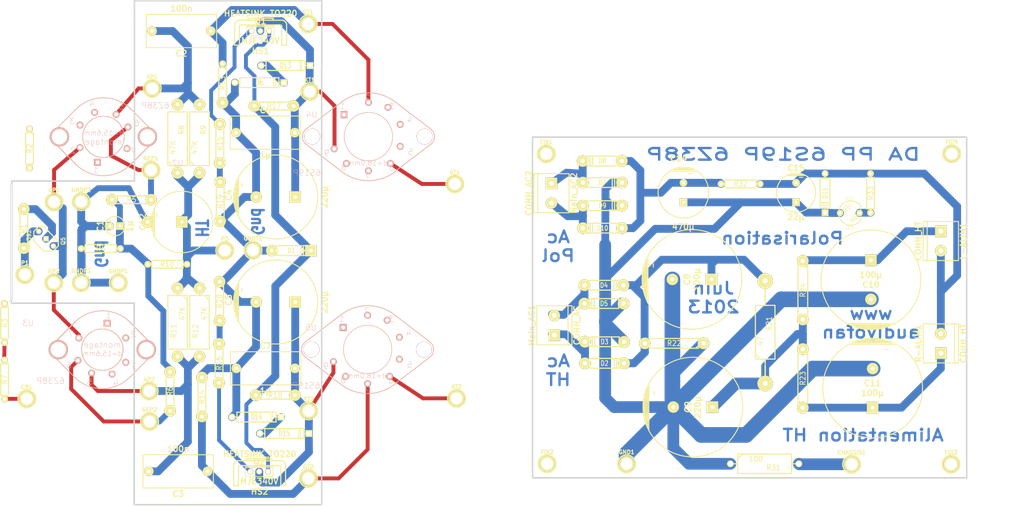
<source format=kicad_pcb>
(kicad_pcb (version 3) (host pcbnew "(2013-mar-13)-testing")

  (general
    (links 126)
    (no_connects 6)
    (area 16.098519 15.179499 282.501342 155.085895)
    (thickness 1.6002)
    (drawings 36)
    (tracks 371)
    (zones 0)
    (modules 94)
    (nets 53)
  )

  (page A4)
  (title_block
    (date "3 nov 2012")
  )

  (layers
    (15 Dessus signal)
    (0 Dessous signal)
    (16 B.Adhes user)
    (17 F.Adhes user)
    (18 B.Paste user)
    (19 F.Paste user)
    (20 B.SilkS user)
    (21 F.SilkS user)
    (22 B.Mask user)
    (23 F.Mask user)
    (24 Dwgs.User user)
    (25 Cmts.User user)
    (26 Eco1.User user)
    (27 Eco2.User user)
    (28 Edge.Cuts user)
  )

  (setup
    (last_trace_width 2.032)
    (user_trace_width 1.016)
    (user_trace_width 1.524)
    (user_trace_width 2.032)
    (user_trace_width 3.048)
    (user_trace_width 4.064)
    (trace_clearance 0.254)
    (zone_clearance 0.508)
    (zone_45_only no)
    (trace_min 0.2032)
    (segment_width 0.381)
    (edge_width 0.381)
    (via_size 0.889)
    (via_drill 0.635)
    (via_min_size 0.889)
    (via_min_drill 0.508)
    (uvia_size 0.508)
    (uvia_drill 0.127)
    (uvias_allowed no)
    (uvia_min_size 0.508)
    (uvia_min_drill 0.127)
    (pcb_text_width 0.3048)
    (pcb_text_size 1.524 2.032)
    (mod_edge_width 0.381)
    (mod_text_size 1.524 1.524)
    (mod_text_width 0.3048)
    (pad_size 3.048 3.048)
    (pad_drill 1.143)
    (pad_to_mask_clearance 0.254)
    (aux_axis_origin 0 0)
    (visible_elements FFFFFF7F)
    (pcbplotparams
      (layerselection 3178497)
      (usegerberextensions false)
      (excludeedgelayer false)
      (linewidth 0.150000)
      (plotframeref false)
      (viasonmask false)
      (mode 1)
      (useauxorigin false)
      (hpglpennumber 1)
      (hpglpenspeed 20)
      (hpglpendiameter 15)
      (hpglpenoverlay 0)
      (psnegative false)
      (psa4output false)
      (plotreference true)
      (plotvalue true)
      (plotothertext true)
      (plotinvisibletext false)
      (padsonsilk false)
      (subtractmaskfromsilk false)
      (outputformat 2)
      (mirror false)
      (drillshape 2)
      (scaleselection 1)
      (outputdirectory ""))
  )

  (net 0 "")
  (net 1 GND)
  (net 2 HT)
  (net 3 N-000001)
  (net 4 N-0000010)
  (net 5 N-0000011)
  (net 6 N-0000012)
  (net 7 N-0000013)
  (net 8 N-0000014)
  (net 9 N-0000015)
  (net 10 N-0000016)
  (net 11 N-0000017)
  (net 12 N-0000018)
  (net 13 N-0000019)
  (net 14 N-000002)
  (net 15 N-0000020)
  (net 16 N-0000021)
  (net 17 N-0000022)
  (net 18 N-0000023)
  (net 19 N-0000024)
  (net 20 N-0000025)
  (net 21 N-0000026)
  (net 22 N-0000027)
  (net 23 N-0000028)
  (net 24 N-0000029)
  (net 25 N-0000030)
  (net 26 N-0000031)
  (net 27 N-0000032)
  (net 28 N-0000033)
  (net 29 N-0000034)
  (net 30 N-0000036)
  (net 31 N-0000037)
  (net 32 N-0000038)
  (net 33 N-0000039)
  (net 34 N-000004)
  (net 35 N-0000040)
  (net 36 N-0000041)
  (net 37 N-0000042)
  (net 38 N-0000043)
  (net 39 N-0000044)
  (net 40 N-0000045)
  (net 41 N-0000046)
  (net 42 N-0000047)
  (net 43 N-0000048)
  (net 44 N-0000049)
  (net 45 N-000005)
  (net 46 N-0000050)
  (net 47 N-0000051)
  (net 48 N-0000052)
  (net 49 N-000006)
  (net 50 N-000007)
  (net 51 N-000008)
  (net 52 N-000009)

  (net_class Default "Ceci est la Netclass par défaut"
    (clearance 0.254)
    (trace_width 0.2032)
    (via_dia 0.889)
    (via_drill 0.635)
    (uvia_dia 0.508)
    (uvia_drill 0.127)
    (add_net "")
    (add_net GND)
    (add_net HT)
    (add_net N-000001)
    (add_net N-0000010)
    (add_net N-0000011)
    (add_net N-0000012)
    (add_net N-0000013)
    (add_net N-0000014)
    (add_net N-0000015)
    (add_net N-0000016)
    (add_net N-0000017)
    (add_net N-0000018)
    (add_net N-0000019)
    (add_net N-000002)
    (add_net N-0000020)
    (add_net N-0000021)
    (add_net N-0000022)
    (add_net N-0000023)
    (add_net N-0000024)
    (add_net N-0000025)
    (add_net N-0000026)
    (add_net N-0000027)
    (add_net N-0000028)
    (add_net N-0000029)
    (add_net N-0000030)
    (add_net N-0000031)
    (add_net N-0000032)
    (add_net N-0000033)
    (add_net N-0000034)
    (add_net N-0000036)
    (add_net N-0000037)
    (add_net N-0000038)
    (add_net N-0000039)
    (add_net N-000004)
    (add_net N-0000040)
    (add_net N-0000041)
    (add_net N-0000042)
    (add_net N-0000043)
    (add_net N-0000044)
    (add_net N-0000045)
    (add_net N-0000046)
    (add_net N-0000047)
    (add_net N-0000048)
    (add_net N-0000049)
    (add_net N-000005)
    (add_net N-0000050)
    (add_net N-0000051)
    (add_net N-0000052)
    (add_net N-000006)
    (add_net N-000007)
    (add_net N-000008)
    (add_net N-000009)
  )

  (module hs_5770 (layer Dessus) (tedit 51A8A665) (tstamp 51A8A56B)
    (at 84.05 21.68)
    (descr "Aavid 5770 type heatsink")
    (path /51A8A23A)
    (fp_text reference HS1 (at 0 6.74878) (layer F.SilkS)
      (effects (font (thickness 0.3048)))
    )
    (fp_text value HEATSINK_TO220 (at 0 -2.99974) (layer F.SilkS)
      (effects (font (thickness 0.3048)))
    )
    (fp_line (start -6.74878 5.25018) (end -6.74878 -0.24892) (layer F.SilkS) (width 0.3048))
    (fp_line (start -5.4991 0.25146) (end -5.4991 5.25018) (layer F.SilkS) (width 0.3048))
    (fp_line (start 5.4991 5.25018) (end 5.4991 0.25146) (layer F.SilkS) (width 0.3048))
    (fp_line (start 6.74878 -0.24892) (end 6.74878 5.25018) (layer F.SilkS) (width 0.3048))
    (fp_line (start -3.2512 -1.24968) (end -3.2512 -1.75006) (layer F.SilkS) (width 0.3048))
    (fp_line (start -3.2512 -1.75006) (end 3.2512 -1.75006) (layer F.SilkS) (width 0.3048))
    (fp_line (start 3.2512 -1.75006) (end 3.2512 -1.24968) (layer F.SilkS) (width 0.3048))
    (fp_line (start -5.4991 0.25146) (end -5.25018 0) (layer F.SilkS) (width 0.3048))
    (fp_line (start -5.25018 0) (end 5.25018 0) (layer F.SilkS) (width 0.3048))
    (fp_line (start 5.25018 0) (end 5.4991 0.25146) (layer F.SilkS) (width 0.3048))
    (fp_line (start 5.75056 -1.24968) (end -5.75056 -1.24968) (layer F.SilkS) (width 0.3048))
    (fp_line (start 5.75056 -1.24968) (end 6.25094 -0.99822) (layer F.SilkS) (width 0.3048))
    (fp_line (start 6.25094 -0.99822) (end 6.49986 -0.7493) (layer F.SilkS) (width 0.3048))
    (fp_line (start 6.49986 -0.7493) (end 6.74878 -0.24892) (layer F.SilkS) (width 0.3048))
    (fp_line (start -6.74878 -0.24892) (end -6.49986 -0.7493) (layer F.SilkS) (width 0.3048))
    (fp_line (start -6.49986 -0.7493) (end -6.25094 -0.99822) (layer F.SilkS) (width 0.3048))
    (fp_line (start -6.25094 -0.99822) (end -5.75056 -1.24968) (layer F.SilkS) (width 0.3048))
    (fp_line (start 6.74878 5.25018) (end 5.4991 5.25018) (layer F.SilkS) (width 0.3048))
    (fp_line (start -5.4991 5.25018) (end -6.74878 5.25018) (layer F.SilkS) (width 0.3048))
    (model ../3D_downloaded/walter/details/hs_5770.wrl
      (at (xyz 0 0 0))
      (scale (xyz 1 1 1))
      (rotate (xyz 0 0 0))
    )
  )

  (module hs_5770 (layer Dessus) (tedit 51A8A5E3) (tstamp 51A8A583)
    (at 83.79 136.24)
    (descr "Aavid 5770 type heatsink")
    (path /51A8A247)
    (fp_text reference HS2 (at 0 6.74878) (layer F.SilkS)
      (effects (font (thickness 0.3048)))
    )
    (fp_text value HEATSINK_TO220 (at 0 -2.99974) (layer F.SilkS)
      (effects (font (thickness 0.3048)))
    )
    (fp_line (start -6.74878 5.25018) (end -6.74878 -0.24892) (layer F.SilkS) (width 0.3048))
    (fp_line (start -5.4991 0.25146) (end -5.4991 5.25018) (layer F.SilkS) (width 0.3048))
    (fp_line (start 5.4991 5.25018) (end 5.4991 0.25146) (layer F.SilkS) (width 0.3048))
    (fp_line (start 6.74878 -0.24892) (end 6.74878 5.25018) (layer F.SilkS) (width 0.3048))
    (fp_line (start -3.2512 -1.24968) (end -3.2512 -1.75006) (layer F.SilkS) (width 0.3048))
    (fp_line (start -3.2512 -1.75006) (end 3.2512 -1.75006) (layer F.SilkS) (width 0.3048))
    (fp_line (start 3.2512 -1.75006) (end 3.2512 -1.24968) (layer F.SilkS) (width 0.3048))
    (fp_line (start -5.4991 0.25146) (end -5.25018 0) (layer F.SilkS) (width 0.3048))
    (fp_line (start -5.25018 0) (end 5.25018 0) (layer F.SilkS) (width 0.3048))
    (fp_line (start 5.25018 0) (end 5.4991 0.25146) (layer F.SilkS) (width 0.3048))
    (fp_line (start 5.75056 -1.24968) (end -5.75056 -1.24968) (layer F.SilkS) (width 0.3048))
    (fp_line (start 5.75056 -1.24968) (end 6.25094 -0.99822) (layer F.SilkS) (width 0.3048))
    (fp_line (start 6.25094 -0.99822) (end 6.49986 -0.7493) (layer F.SilkS) (width 0.3048))
    (fp_line (start 6.49986 -0.7493) (end 6.74878 -0.24892) (layer F.SilkS) (width 0.3048))
    (fp_line (start -6.74878 -0.24892) (end -6.49986 -0.7493) (layer F.SilkS) (width 0.3048))
    (fp_line (start -6.49986 -0.7493) (end -6.25094 -0.99822) (layer F.SilkS) (width 0.3048))
    (fp_line (start -6.25094 -0.99822) (end -5.75056 -1.24968) (layer F.SilkS) (width 0.3048))
    (fp_line (start 6.74878 5.25018) (end 5.4991 5.25018) (layer F.SilkS) (width 0.3048))
    (fp_line (start -5.4991 5.25018) (end -6.74878 5.25018) (layer F.SilkS) (width 0.3048))
    (model ../3D_downloaded/walter/details/hs_5770.wrl
      (at (xyz 0 0 0))
      (scale (xyz 1 1 1))
      (rotate (xyz 0 0 0))
    )
  )

  (module R6 (layer Dessus) (tedit 51A84825) (tstamp 51A84B20)
    (at 191.49 104.46 180)
    (descr "Resistance 6 pas")
    (tags R)
    (path /501EB5A5/51A84777)
    (autoplace_cost180 10)
    (fp_text reference R22 (at 0 0 180) (layer F.SilkS)
      (effects (font (size 1.397 1.27) (thickness 0.2032)))
    )
    (fp_text value 220K (at 0.254 0 180) (layer F.SilkS) hide
      (effects (font (size 1.397 1.27) (thickness 0.2032)))
    )
    (fp_line (start -6.35 -1.27) (end 6.35 -1.27) (layer F.SilkS) (width 0.3048))
    (fp_line (start 6.35 -1.27) (end 6.35 1.27) (layer F.SilkS) (width 0.3048))
    (fp_line (start 6.35 1.27) (end -6.35 1.27) (layer F.SilkS) (width 0.3048))
    (fp_line (start 6.35 0) (end 7.62 0) (layer F.SilkS) (width 0.3048))
    (fp_line (start -7.62 0) (end -6.35 0) (layer F.SilkS) (width 0.3048))
    (fp_line (start -6.35 -0.508) (end -5.588 -1.27) (layer F.SilkS) (width 0.3048))
    (fp_line (start -6.35 -1.27) (end -6.35 1.27) (layer F.SilkS) (width 0.3048))
    (pad 1 thru_hole circle (at -7.62 0 180) (size 3.048 3.048) (drill 1.143)
      (layers *.Cu *.Mask F.SilkS)
      (net 1 GND)
    )
    (pad 2 thru_hole circle (at 7.62 0 180) (size 3.048 3.048) (drill 1.143)
      (layers *.Cu *.Mask F.SilkS)
      (net 40 N-0000045)
    )
    (model discret/resistor.wrl
      (at (xyz 0 0 0))
      (scale (xyz 0.6 0.6 0.6))
      (rotate (xyz 0 0 0))
    )
  )

  (module R4-LARGE_PADS (layer Dessus) (tedit 47E2673E) (tstamp 501AD786)
    (at 42.52 79.82 180)
    (descr "Resitance 4 pas")
    (tags R)
    (path /50197F22)
    (autoplace_cost180 10)
    (fp_text reference R4 (at 0 0 180) (layer F.SilkS)
      (effects (font (size 1.397 1.27) (thickness 0.2032)))
    )
    (fp_text value 100K (at 0 0 180) (layer F.SilkS) hide
      (effects (font (size 1.397 1.27) (thickness 0.2032)))
    )
    (fp_line (start -5.08 0) (end -4.064 0) (layer F.SilkS) (width 0.3048))
    (fp_line (start -4.064 0) (end -4.064 -1.016) (layer F.SilkS) (width 0.3048))
    (fp_line (start -4.064 -1.016) (end 4.064 -1.016) (layer F.SilkS) (width 0.3048))
    (fp_line (start 4.064 -1.016) (end 4.064 1.016) (layer F.SilkS) (width 0.3048))
    (fp_line (start 4.064 1.016) (end -4.064 1.016) (layer F.SilkS) (width 0.3048))
    (fp_line (start -4.064 1.016) (end -4.064 0) (layer F.SilkS) (width 0.3048))
    (fp_line (start -4.064 -0.508) (end -3.556 -1.016) (layer F.SilkS) (width 0.3048))
    (fp_line (start 5.08 0) (end 4.064 0) (layer F.SilkS) (width 0.3048))
    (pad 1 thru_hole circle (at -5.08 0 180) (size 1.778 1.778) (drill 0.8128)
      (layers *.Cu *.Mask F.SilkS)
      (net 26 N-0000031)
    )
    (pad 2 thru_hole circle (at 5.08 0 180) (size 1.778 1.778) (drill 0.8128)
      (layers *.Cu *.Mask F.SilkS)
      (net 1 GND)
    )
    (model discret/resistor.wrl
      (at (xyz 0 0 0))
      (scale (xyz 0.4 0.4 0.4))
      (rotate (xyz 0 0 0))
    )
  )

  (module VALVE-MINI_G (layer Dessous) (tedit 503BE26B) (tstamp 50199675)
    (at 42.926 106.0958 180)
    (path /50197E5E)
    (attr virtual)
    (fp_text reference U3 (at 19.304 6.858 180) (layer B.SilkS)
      (effects (font (thickness 0.0889)) (justify mirror))
    )
    (fp_text value 6Z38P (at 13.462 -8.128 180) (layer B.SilkS)
      (effects (font (thickness 0.0889)) (justify mirror))
    )
    (fp_line (start 6.985 7.2898) (end 12.9794 1.27) (layer B.SilkS) (width 0.2032))
    (fp_line (start -12.9286 1.3208) (end -6.985 7.3406) (layer B.SilkS) (width 0.2032))
    (fp_line (start 12.9032 -1.3716) (end 6.985 -7.3914) (layer B.SilkS) (width 0.2032))
    (fp_line (start -12.9286 -1.3462) (end -7.3152 -7.0358) (layer B.SilkS) (width 0.2032))
    (fp_line (start 6.985 7.2898) (end 12.9794 1.27) (layer B.SilkS) (width 0.2032))
    (fp_line (start -12.9286 1.3208) (end -6.985 7.3406) (layer B.SilkS) (width 0.2032))
    (fp_line (start 6.985 7.2898) (end 12.9794 1.27) (layer B.SilkS) (width 0.2032))
    (fp_circle (center -0.0254 0) (end -3.8354 -3.81) (layer B.SilkS) (width 0.1524))
    (fp_circle (center 0.0254 0) (end 3.8354 -3.81) (layer B.SilkS) (width 0.1016))
    (fp_circle (center 0.0254 0) (end 3.8354 -3.81) (layer B.SilkS) (width 0.1016))
    (fp_circle (center 0.0254 0) (end 3.8354 -3.81) (layer B.SilkS) (width 0.1016))
    (fp_arc (start 0.0254 0) (end 7.09422 -7.28218) (angle -90.6) (layer B.SilkS) (width 0.2032))
    (fp_arc (start -0.0254 -0.0508) (end -6.985 7.3406) (angle -86.8) (layer B.SilkS) (width 0.2032))
    (fp_arc (start 11.43 0) (end 12.9794 1.27) (angle -83.6) (layer B.SilkS) (width 0.2032))
    (fp_arc (start -11.43 0) (end -12.90066 -1.34874) (angle -83.9) (layer B.SilkS) (width 0.2032))
    (fp_text user 1 (at -1.524 8.89 180) (layer B.SilkS)
      (effects (font (thickness 0.0889)) (justify mirror))
    )
    (fp_text user 2 (at -8.128 4.064 180) (layer B.SilkS)
      (effects (font (thickness 0.0889)) (justify mirror))
    )
    (fp_text user 4 (at -3.556 -8.636 180) (layer B.SilkS)
      (effects (font (thickness 0.0889)) (justify mirror))
    )
    (fp_text user 5 (at 3.302 -8.382 180) (layer B.SilkS)
      (effects (font (thickness 0.0889)) (justify mirror))
    )
    (fp_text user 6 (at 8.636 -4.064 180) (layer B.SilkS)
      (effects (font (thickness 0.0889)) (justify mirror))
    )
    (fp_text user 7 (at 8.128 4.064 180) (layer B.SilkS)
      (effects (font (thickness 0.0889)) (justify mirror))
    )
    (fp_text user 3 (at -8.382 -4.318 180) (layer B.SilkS)
      (effects (font (thickness 0.0889)) (justify mirror))
    )
    (fp_text user montage (at 0 1.27 180) (layer B.SilkS)
      (effects (font (thickness 0.0889)) (justify mirror))
    )
    (fp_text user d=15.6mm (at 0 -1.016 180) (layer B.SilkS)
      (effects (font (size 1.27 1.27) (thickness 0.0889)) (justify mirror))
    )
    (pad 1 thru_hole rect (at -1.27 6.858 180) (size 1.778 1.778) (drill 0.99822)
      (layers *.Cu B.Paste B.SilkS B.Mask)
      (net 22 N-0000027)
    )
    (pad 2 thru_hole circle (at -6.096 3.048 180) (size 1.778 3.556) (drill 0.99822)
      (layers *.Cu B.Paste B.SilkS B.Mask)
      (net 25 N-0000030)
    )
    (pad 3 thru_hole circle (at -6.096 -3.302 180) (size 1.778 3.556) (drill 0.99822)
      (layers *.Cu B.Paste B.SilkS B.Mask)
    )
    (pad 4 thru_hole circle (at -2.54 -6.35 180) (size 1.778 3.556) (drill 0.99822)
      (layers *.Cu B.Paste B.SilkS B.Mask)
    )
    (pad 5 thru_hole circle (at 2.794 -6.096 180) (size 1.778 3.556) (drill 0.99822)
      (layers *.Cu B.Paste B.SilkS B.Mask)
      (net 29 N-0000034)
    )
    (pad 6 thru_hole circle (at 6.35 -2.794 180) (size 1.778 3.556) (drill 0.99822)
      (layers *.Cu B.Paste B.SilkS B.Mask)
      (net 7 N-0000013)
    )
    (pad 7 thru_hole circle (at 6.096 3.048 180) (size 1.778 3.556) (drill 0.99822)
      (layers *.Cu B.Paste B.SilkS B.Mask)
      (net 27 N-0000032)
    )
    (pad "" thru_hole circle (at -11.43 0 180) (size 5.00126 5.00126) (drill 4.0005)
      (layers *.Cu B.Paste B.SilkS B.Mask)
    )
    (pad "" thru_hole circle (at 11.43 0 180) (size 5.00126 5.00126) (drill 4.0005)
      (layers *.Cu B.Paste B.SilkS B.Mask)
    )
  )

  (module VALVE-MINI_G (layer Dessous) (tedit 503BE1A6) (tstamp 50199677)
    (at 43.22 50.76)
    (path /50197E58)
    (attr virtual)
    (fp_text reference U2 (at 19.304 6.858) (layer B.SilkS)
      (effects (font (thickness 0.0889)) (justify mirror))
    )
    (fp_text value 6Z38P (at 13.462 -8.128) (layer B.SilkS)
      (effects (font (thickness 0.0889)) (justify mirror))
    )
    (fp_line (start 6.985 7.2898) (end 12.9794 1.27) (layer B.SilkS) (width 0.2032))
    (fp_line (start -12.9286 1.3208) (end -6.985 7.3406) (layer B.SilkS) (width 0.2032))
    (fp_line (start 12.9032 -1.3716) (end 6.985 -7.3914) (layer B.SilkS) (width 0.2032))
    (fp_line (start -12.9286 -1.3462) (end -7.3152 -7.0358) (layer B.SilkS) (width 0.2032))
    (fp_line (start 6.985 7.2898) (end 12.9794 1.27) (layer B.SilkS) (width 0.2032))
    (fp_line (start -12.9286 1.3208) (end -6.985 7.3406) (layer B.SilkS) (width 0.2032))
    (fp_line (start 6.985 7.2898) (end 12.9794 1.27) (layer B.SilkS) (width 0.2032))
    (fp_circle (center -0.0254 0) (end -3.8354 -3.81) (layer B.SilkS) (width 0.1524))
    (fp_circle (center 0.0254 0) (end 3.8354 -3.81) (layer B.SilkS) (width 0.1016))
    (fp_circle (center 0.0254 0) (end 3.8354 -3.81) (layer B.SilkS) (width 0.1016))
    (fp_circle (center 0.0254 0) (end 3.8354 -3.81) (layer B.SilkS) (width 0.1016))
    (fp_arc (start 0.0254 0) (end 7.09422 -7.28218) (angle -90.6) (layer B.SilkS) (width 0.2032))
    (fp_arc (start -0.0254 -0.0508) (end -6.985 7.3406) (angle -86.8) (layer B.SilkS) (width 0.2032))
    (fp_arc (start 11.43 0) (end 12.9794 1.27) (angle -83.6) (layer B.SilkS) (width 0.2032))
    (fp_arc (start -11.43 0) (end -12.90066 -1.34874) (angle -83.9) (layer B.SilkS) (width 0.2032))
    (fp_text user 1 (at -2.032 8.636) (layer B.SilkS)
      (effects (font (thickness 0.0889)) (justify mirror))
    )
    (fp_text user 2 (at -7.874 3.556) (layer B.SilkS)
      (effects (font (thickness 0.0889)) (justify mirror))
    )
    (fp_text user 4 (at -3.048 -8.636) (layer B.SilkS)
      (effects (font (thickness 0.0889)) (justify mirror))
    )
    (fp_text user 5 (at 4.572 -7.874) (layer B.SilkS)
      (effects (font (thickness 0.0889)) (justify mirror))
    )
    (fp_text user 6 (at 8.636 -3.556) (layer B.SilkS)
      (effects (font (thickness 0.0889)) (justify mirror))
    )
    (fp_text user 7 (at 7.874 3.81) (layer B.SilkS)
      (effects (font (thickness 0.0889)) (justify mirror))
    )
    (fp_text user 3 (at -8.128 -4.064) (layer B.SilkS)
      (effects (font (thickness 0.0889)) (justify mirror))
    )
    (fp_text user montage (at 0 1.27) (layer B.SilkS)
      (effects (font (thickness 0.0889)) (justify mirror))
    )
    (fp_text user d=15.6mm (at 0 -1.016) (layer B.SilkS)
      (effects (font (size 1.27 1.27) (thickness 0.0889)) (justify mirror))
    )
    (pad 1 thru_hole rect (at -1.524 6.604) (size 1.778 1.778) (drill 0.99822)
      (layers *.Cu B.Paste B.SilkS B.Mask)
      (net 21 N-0000026)
    )
    (pad 2 thru_hole circle (at -6.096 2.794) (size 1.778 3.556) (drill 0.99822)
      (layers *.Cu B.Paste B.SilkS B.Mask)
      (net 27 N-0000032)
    )
    (pad 3 thru_hole circle (at -6.096 -3.048) (size 1.778 3.556) (drill 0.99822)
      (layers *.Cu B.Paste B.SilkS B.Mask)
    )
    (pad 4 thru_hole circle (at -2.286 -6.35) (size 1.778 3.556) (drill 0.99822)
      (layers *.Cu B.Paste B.SilkS B.Mask)
    )
    (pad 5 thru_hole circle (at 3.302 -5.842) (size 1.778 3.556) (drill 0.99822)
      (layers *.Cu B.Paste B.SilkS B.Mask)
      (net 6 N-0000012)
    )
    (pad 6 thru_hole circle (at 6.35 -2.54) (size 1.778 3.556) (drill 0.99822)
      (layers *.Cu B.Paste B.SilkS B.Mask)
      (net 8 N-0000014)
    )
    (pad 7 thru_hole circle (at 6.096 3.048) (size 1.778 3.556) (drill 0.99822)
      (layers *.Cu B.Paste B.SilkS B.Mask)
      (net 24 N-0000029)
    )
    (pad "" thru_hole circle (at -11.43 0) (size 5.00126 5.00126) (drill 4.0005)
      (layers *.Cu B.Paste B.SilkS B.Mask)
    )
    (pad "" thru_hole circle (at 11.43 0) (size 5.00126 5.00126) (drill 4.0005)
      (layers *.Cu B.Paste B.SilkS B.Mask)
    )
  )

  (module TO92GSD (layer Dessus) (tedit 50269D13) (tstamp 50269C93)
    (at 28.9433 76.6191 90)
    (descr "Transistor TO92 brochage type BC237")
    (tags "TR TO92")
    (path /502699C5)
    (fp_text reference Q5 (at -1.27 3.81 90) (layer F.SilkS)
      (effects (font (size 1.016 1.016) (thickness 0.2032)))
    )
    (fp_text value PN4392 (at -1.27 -5.08 90) (layer F.SilkS)
      (effects (font (size 1.016 1.016) (thickness 0.2032)))
    )
    (fp_line (start -1.27 2.54) (end 2.54 -1.27) (layer F.SilkS) (width 0.3048))
    (fp_line (start 2.54 -1.27) (end 2.54 -2.54) (layer F.SilkS) (width 0.3048))
    (fp_line (start 2.54 -2.54) (end 1.27 -3.81) (layer F.SilkS) (width 0.3048))
    (fp_line (start 1.27 -3.81) (end -1.27 -3.81) (layer F.SilkS) (width 0.3048))
    (fp_line (start -1.27 -3.81) (end -3.81 -1.27) (layer F.SilkS) (width 0.3048))
    (fp_line (start -3.81 -1.27) (end -3.81 1.27) (layer F.SilkS) (width 0.3048))
    (fp_line (start -3.81 1.27) (end -2.54 2.54) (layer F.SilkS) (width 0.3048))
    (fp_line (start -2.54 2.54) (end -1.27 2.54) (layer F.SilkS) (width 0.3048))
    (pad G thru_hole circle (at 1.27 -2.54 90) (size 1.397 1.397) (drill 0.8128)
      (layers *.Cu *.Mask F.SilkS)
      (net 28 N-0000033)
    )
    (pad S thru_hole rect (at -0.635 -0.635 90) (size 1.397 1.397) (drill 0.8128)
      (layers *.Cu *.Mask F.SilkS)
      (net 3 N-000001)
    )
    (pad D thru_hole circle (at -2.54 1.27 90) (size 1.397 1.397) (drill 0.8128)
      (layers *.Cu *.Mask F.SilkS)
      (net 27 N-0000032)
    )
    (model discret/to98.wrl
      (at (xyz 0 0 0))
      (scale (xyz 1 1 1))
      (rotate (xyz 0 0 0))
    )
  )

  (module CP_16x25mm (layer Dessus) (tedit 50827795) (tstamp 50242141)
    (at 63.58 72.9 90)
    (descr "Capacitor, pol, cyl 16x25mm")
    (path /50241C05)
    (fp_text reference C12 (at 0 -10.16 90) (layer F.SilkS)
      (effects (font (thickness 0.3048)))
    )
    (fp_text value 1µ (at 0 10.16 90) (layer F.SilkS)
      (effects (font (thickness 0.3048)))
    )
    (fp_line (start -3.429 -7.112) (end -1.27 -7.747) (layer F.SilkS) (width 0.254))
    (fp_line (start 3.302 -7.112) (end 2.159 -7.493) (layer F.SilkS) (width 0.254))
    (fp_circle (center 0 0) (end 8.001 0) (layer F.SilkS) (width 0.254))
    (fp_line (start -2.032 -7.493) (end 2.032 -7.493) (layer F.SilkS) (width 0.254))
    (fp_line (start 2.921 -7.239) (end -2.794 -7.239) (layer F.SilkS) (width 0.254))
    (fp_line (start -2.794 -7.239) (end -1.905 -7.239) (layer F.SilkS) (width 0.254))
    (fp_line (start 1.397 -7.874) (end -1.27 -7.874) (layer F.SilkS) (width 0.254))
    (fp_line (start -2.159 -7.62) (end 2.159 -7.62) (layer F.SilkS) (width 0.254))
    (fp_line (start 2.794 -7.366) (end -2.794 -7.366) (layer F.SilkS) (width 0.254))
    (fp_line (start -2.794 -7.366) (end -2.667 -7.366) (layer F.SilkS) (width 0.254))
    (fp_line (start 3.556 -7.112) (end -3.556 -7.112) (layer F.SilkS) (width 0.254))
    (fp_line (start 1.397 -6.477) (end 2.286 -6.477) (layer F.SilkS) (width 0.254))
    (pad 1 thru_hole rect (at 0 0 90) (size 2.9972 2.9972) (drill 0.8001)
      (layers *.Cu *.Mask F.SilkS)
      (net 2 HT)
    )
    (pad 2 thru_hole circle (at 0 -8.89 90) (size 2.99974 2.99974) (drill 1.00076)
      (layers *.Cu *.Mask F.SilkS)
      (net 1 GND)
    )
    (model ../3D_downloaded/walter/capacitors/cp_16x25mm.wrl
      (at (xyz 0 0 0))
      (scale (xyz 1 1 1))
      (rotate (xyz 0 0 0))
    )
  )

  (module LED-5MM (layer Dessus) (tedit 50203E16) (tstamp 502038FD)
    (at 237.1217 70.5739)
    (descr "LED 5mm - Lead pitch 100mil (2,54mm)")
    (tags "LED led 5mm 5MM 100mil 2,54mm")
    (path /501EB5A5/502037A6)
    (attr virtual)
    (fp_text reference D12 (at 0 -3.81) (layer F.SilkS)
      (effects (font (size 0.762 0.762) (thickness 0.0889)))
    )
    (fp_text value LED (at 0 3.81) (layer F.SilkS)
      (effects (font (size 0.762 0.762) (thickness 0.0889)))
    )
    (fp_line (start 2.8448 1.905) (end 2.8448 -1.905) (layer F.SilkS) (width 0.2032))
    (fp_circle (center 0.254 0) (end -1.016 1.27) (layer F.SilkS) (width 0.0762))
    (fp_arc (start 0.254 0) (end 2.794 1.905) (angle 286.2) (layer F.SilkS) (width 0.254))
    (fp_arc (start 0.254 0) (end -0.889 0) (angle 90) (layer F.SilkS) (width 0.1524))
    (fp_arc (start 0.254 0) (end 1.397 0) (angle 90) (layer F.SilkS) (width 0.1524))
    (fp_arc (start 0.254 0) (end -1.397 0) (angle 90) (layer F.SilkS) (width 0.1524))
    (fp_arc (start 0.254 0) (end 1.905 0) (angle 90) (layer F.SilkS) (width 0.1524))
    (fp_arc (start 0.254 0) (end -1.905 0) (angle 90) (layer F.SilkS) (width 0.1524))
    (fp_arc (start 0.254 0) (end 2.413 0) (angle 90) (layer F.SilkS) (width 0.1524))
    (pad 1 thru_hole circle (at -2.54 0) (size 1.6764 1.6764) (drill 0.8128)
      (layers *.Cu F.Paste F.SilkS F.Mask)
      (net 1 GND)
    )
    (pad 2 thru_hole circle (at 2.54 0) (size 1.6764 1.6764) (drill 0.8128)
      (layers *.Cu F.Paste F.SilkS F.Mask)
      (net 33 N-0000039)
    )
    (model discret/leds/led5_vertical_verde.wrl
      (at (xyz 0 0 0))
      (scale (xyz 1 1 1))
      (rotate (xyz 0 0 0))
    )
  )

  (module R7 (layer Dessus) (tedit 50242B31) (tstamp 501EED38)
    (at 215.1253 101.5619 90)
    (descr "Resitance 7 pas")
    (tags R)
    (path /501EB5A5/501EB677)
    (autoplace_cost180 10)
    (fp_text reference R21 (at 2.286 1.016 90) (layer F.SilkS)
      (effects (font (size 1.397 1.27) (thickness 0.2032)))
    )
    (fp_text value 47 (at -2.286 -1.27 90) (layer F.SilkS)
      (effects (font (size 1.397 1.27) (thickness 0.2032)))
    )
    (fp_line (start -8.89 0) (end -13.335 0) (layer F.SilkS) (width 0.381))
    (fp_line (start 8.89 0) (end 13.335 0) (layer F.SilkS) (width 0.381))
    (fp_line (start -8.89 0) (end -8.89 0) (layer F.SilkS) (width 0.3048))
    (fp_line (start -8.89 0) (end -8.89 0) (layer F.SilkS) (width 0.3048))
    (fp_line (start 6.985 0) (end 8.89 0) (layer F.SilkS) (width 0.3048))
    (fp_line (start 8.89 0) (end 8.89 0) (layer F.SilkS) (width 0.3048))
    (fp_line (start 6.985 2.54) (end -6.985 2.54) (layer F.SilkS) (width 0.3048))
    (fp_line (start -6.985 -2.54) (end 6.985 -2.54) (layer F.SilkS) (width 0.3048))
    (fp_line (start -6.985 -1.27) (end -5.715 -2.54) (layer F.SilkS) (width 0.3048))
    (fp_line (start 6.985 -2.54) (end 6.985 2.54) (layer F.SilkS) (width 0.3048))
    (fp_line (start -6.985 -2.54) (end -6.985 2.54) (layer F.SilkS) (width 0.3048))
    (fp_line (start -8.89 0) (end -6.985 0) (layer F.SilkS) (width 0.3048))
    (pad 1 thru_hole circle (at -13.335 0 90) (size 4.064 4.064) (drill 1.27)
      (layers *.Cu *.Mask F.SilkS)
      (net 39 N-0000044)
    )
    (pad 2 thru_hole circle (at 13.335 0 90) (size 4.064 4.064) (drill 1.27)
      (layers *.Cu *.Mask F.SilkS)
      (net 40 N-0000045)
    )
    (model discret/resistor.wrl
      (at (xyz 0 0 0))
      (scale (xyz 1 1 1))
      (rotate (xyz 0 0 0))
    )
  )

  (module R4-LARGE_PADS (layer Dessus) (tedit 50827C3B) (tstamp 5019968B)
    (at 50.5206 67.1068)
    (descr "Resitance 4 pas")
    (tags R)
    (path /50198EAA)
    (autoplace_cost180 10)
    (fp_text reference R5 (at 0 0) (layer F.SilkS)
      (effects (font (size 1.397 1.27) (thickness 0.2032)))
    )
    (fp_text value 470 (at 0 0) (layer F.SilkS) hide
      (effects (font (size 1.397 1.27) (thickness 0.2032)))
    )
    (fp_line (start -5.08 0) (end -4.064 0) (layer F.SilkS) (width 0.3048))
    (fp_line (start -4.064 0) (end -4.064 -1.016) (layer F.SilkS) (width 0.3048))
    (fp_line (start -4.064 -1.016) (end 4.064 -1.016) (layer F.SilkS) (width 0.3048))
    (fp_line (start 4.064 -1.016) (end 4.064 1.016) (layer F.SilkS) (width 0.3048))
    (fp_line (start 4.064 1.016) (end -4.064 1.016) (layer F.SilkS) (width 0.3048))
    (fp_line (start -4.064 1.016) (end -4.064 0) (layer F.SilkS) (width 0.3048))
    (fp_line (start -4.064 -0.508) (end -3.556 -1.016) (layer F.SilkS) (width 0.3048))
    (fp_line (start 5.08 0) (end 4.064 0) (layer F.SilkS) (width 0.3048))
    (pad 1 thru_hole circle (at -5.08 0) (size 2.99974 2.99974) (drill 1.00076)
      (layers *.Cu *.Mask F.SilkS)
      (net 26 N-0000031)
    )
    (pad 2 thru_hole circle (at 5.08 0) (size 2.99974 2.99974) (drill 1.00076)
      (layers *.Cu *.Mask F.SilkS)
      (net 8 N-0000014)
    )
    (model discret/resistor.wrl
      (at (xyz 0 0 0))
      (scale (xyz 0.4 0.4 0.4))
      (rotate (xyz 0 0 0))
    )
  )

  (module R4-LARGE_PADS (layer Dessus) (tedit 508276FD) (tstamp 5019968D)
    (at 87.8713 117.9449 180)
    (descr "Resitance 4 pas")
    (tags R)
    (path /50198F80)
    (autoplace_cost180 10)
    (fp_text reference R18 (at 0 0 180) (layer F.SilkS)
      (effects (font (size 1.397 1.27) (thickness 0.2032)))
    )
    (fp_text value 82K (at 0 0 180) (layer F.SilkS) hide
      (effects (font (size 1.397 1.27) (thickness 0.2032)))
    )
    (fp_line (start -5.08 0) (end -4.064 0) (layer F.SilkS) (width 0.3048))
    (fp_line (start -4.064 0) (end -4.064 -1.016) (layer F.SilkS) (width 0.3048))
    (fp_line (start -4.064 -1.016) (end 4.064 -1.016) (layer F.SilkS) (width 0.3048))
    (fp_line (start 4.064 -1.016) (end 4.064 1.016) (layer F.SilkS) (width 0.3048))
    (fp_line (start 4.064 1.016) (end -4.064 1.016) (layer F.SilkS) (width 0.3048))
    (fp_line (start -4.064 1.016) (end -4.064 0) (layer F.SilkS) (width 0.3048))
    (fp_line (start -4.064 -0.508) (end -3.556 -1.016) (layer F.SilkS) (width 0.3048))
    (fp_line (start 5.08 0) (end 4.064 0) (layer F.SilkS) (width 0.3048))
    (pad 1 thru_hole circle (at -5.08 0 180) (size 2.99974 2.99974) (drill 1.00076)
      (layers *.Cu *.Mask F.SilkS)
      (net 34 N-000004)
    )
    (pad 2 thru_hole circle (at 5.08 0 180) (size 2.99974 2.99974) (drill 1.00076)
      (layers *.Cu *.Mask F.SilkS)
      (net 14 N-000002)
    )
    (model discret/resistor.wrl
      (at (xyz 0 0 0))
      (scale (xyz 0.4 0.4 0.4))
      (rotate (xyz 0 0 0))
    )
  )

  (module R4-LARGE_PADS (layer Dessus) (tedit 508277E4) (tstamp 5019968F)
    (at 87.5157 42.7355 180)
    (descr "Resitance 4 pas")
    (tags R)
    (path /50198F62)
    (autoplace_cost180 10)
    (fp_text reference R17 (at 0 0 180) (layer F.SilkS)
      (effects (font (size 1.397 1.27) (thickness 0.2032)))
    )
    (fp_text value 82K (at 0 0 180) (layer F.SilkS) hide
      (effects (font (size 1.397 1.27) (thickness 0.2032)))
    )
    (fp_line (start -5.08 0) (end -4.064 0) (layer F.SilkS) (width 0.3048))
    (fp_line (start -4.064 0) (end -4.064 -1.016) (layer F.SilkS) (width 0.3048))
    (fp_line (start -4.064 -1.016) (end 4.064 -1.016) (layer F.SilkS) (width 0.3048))
    (fp_line (start 4.064 -1.016) (end 4.064 1.016) (layer F.SilkS) (width 0.3048))
    (fp_line (start 4.064 1.016) (end -4.064 1.016) (layer F.SilkS) (width 0.3048))
    (fp_line (start -4.064 1.016) (end -4.064 0) (layer F.SilkS) (width 0.3048))
    (fp_line (start -4.064 -0.508) (end -3.556 -1.016) (layer F.SilkS) (width 0.3048))
    (fp_line (start 5.08 0) (end 4.064 0) (layer F.SilkS) (width 0.3048))
    (pad 1 thru_hole circle (at -5.08 0 180) (size 2.99974 2.99974) (drill 1.00076)
      (layers *.Cu *.Mask F.SilkS)
      (net 23 N-0000028)
    )
    (pad 2 thru_hole circle (at 5.08 0 180) (size 2.99974 2.99974) (drill 1.00076)
      (layers *.Cu *.Mask F.SilkS)
      (net 14 N-000002)
    )
    (model discret/resistor.wrl
      (at (xyz 0 0 0))
      (scale (xyz 0.4 0.4 0.4))
      (rotate (xyz 0 0 0))
    )
  )

  (module R4-LARGE_PADS (layer Dessus) (tedit 508276E4) (tstamp 50199691)
    (at 73.25106 109.6518 90)
    (descr "Resitance 4 pas")
    (tags R)
    (path /50198F92)
    (autoplace_cost180 10)
    (fp_text reference R16 (at 0 0 90) (layer F.SilkS)
      (effects (font (size 1.397 1.27) (thickness 0.2032)))
    )
    (fp_text value 150 (at 0 0 90) (layer F.SilkS) hide
      (effects (font (size 1.397 1.27) (thickness 0.2032)))
    )
    (fp_line (start -5.08 0) (end -4.064 0) (layer F.SilkS) (width 0.3048))
    (fp_line (start -4.064 0) (end -4.064 -1.016) (layer F.SilkS) (width 0.3048))
    (fp_line (start -4.064 -1.016) (end 4.064 -1.016) (layer F.SilkS) (width 0.3048))
    (fp_line (start 4.064 -1.016) (end 4.064 1.016) (layer F.SilkS) (width 0.3048))
    (fp_line (start 4.064 1.016) (end -4.064 1.016) (layer F.SilkS) (width 0.3048))
    (fp_line (start -4.064 1.016) (end -4.064 0) (layer F.SilkS) (width 0.3048))
    (fp_line (start -4.064 -0.508) (end -3.556 -1.016) (layer F.SilkS) (width 0.3048))
    (fp_line (start 5.08 0) (end 4.064 0) (layer F.SilkS) (width 0.3048))
    (pad 1 thru_hole circle (at -5.08 0 90) (size 2.99974 2.99974) (drill 1.00076)
      (layers *.Cu *.Mask F.SilkS)
      (net 51 N-000008)
    )
    (pad 2 thru_hole circle (at 5.08 0 90) (size 2.99974 2.99974) (drill 1.00076)
      (layers *.Cu *.Mask F.SilkS)
      (net 50 N-000007)
    )
    (model discret/resistor.wrl
      (at (xyz 0 0 0))
      (scale (xyz 0.4 0.4 0.4))
      (rotate (xyz 0 0 0))
    )
  )

  (module R4-LARGE_PADS (layer Dessus) (tedit 508277C9) (tstamp 50199693)
    (at 73.45172 52.5018 270)
    (descr "Resitance 4 pas")
    (tags R)
    (path /50198F88)
    (autoplace_cost180 10)
    (fp_text reference R15 (at 0 0 270) (layer F.SilkS)
      (effects (font (size 1.397 1.27) (thickness 0.2032)))
    )
    (fp_text value 150 (at 0 0 270) (layer F.SilkS) hide
      (effects (font (size 1.397 1.27) (thickness 0.2032)))
    )
    (fp_line (start -5.08 0) (end -4.064 0) (layer F.SilkS) (width 0.3048))
    (fp_line (start -4.064 0) (end -4.064 -1.016) (layer F.SilkS) (width 0.3048))
    (fp_line (start -4.064 -1.016) (end 4.064 -1.016) (layer F.SilkS) (width 0.3048))
    (fp_line (start 4.064 -1.016) (end 4.064 1.016) (layer F.SilkS) (width 0.3048))
    (fp_line (start 4.064 1.016) (end -4.064 1.016) (layer F.SilkS) (width 0.3048))
    (fp_line (start -4.064 1.016) (end -4.064 0) (layer F.SilkS) (width 0.3048))
    (fp_line (start -4.064 -0.508) (end -3.556 -1.016) (layer F.SilkS) (width 0.3048))
    (fp_line (start 5.08 0) (end 4.064 0) (layer F.SilkS) (width 0.3048))
    (pad 1 thru_hole circle (at -5.08 0 270) (size 2.99974 2.99974) (drill 1.00076)
      (layers *.Cu *.Mask F.SilkS)
      (net 49 N-000006)
    )
    (pad 2 thru_hole circle (at 5.08 0 270) (size 2.99974 2.99974) (drill 1.00076)
      (layers *.Cu *.Mask F.SilkS)
      (net 45 N-000005)
    )
    (model discret/resistor.wrl
      (at (xyz 0 0 0))
      (scale (xyz 0.4 0.4 0.4))
      (rotate (xyz 0 0 0))
    )
  )

  (module R4-LARGE_PADS (layer Dessus) (tedit 508276EE) (tstamp 50242D25)
    (at 68.80098 118.4021 90)
    (descr "Resitance 4 pas")
    (tags R)
    (path /50199055)
    (autoplace_cost180 10)
    (fp_text reference R14 (at 0 0 90) (layer F.SilkS)
      (effects (font (size 1.397 1.27) (thickness 0.2032)))
    )
    (fp_text value 220K (at 0 0 90) (layer F.SilkS) hide
      (effects (font (size 1.397 1.27) (thickness 0.2032)))
    )
    (fp_line (start -5.08 0) (end -4.064 0) (layer F.SilkS) (width 0.3048))
    (fp_line (start -4.064 0) (end -4.064 -1.016) (layer F.SilkS) (width 0.3048))
    (fp_line (start -4.064 -1.016) (end 4.064 -1.016) (layer F.SilkS) (width 0.3048))
    (fp_line (start 4.064 -1.016) (end 4.064 1.016) (layer F.SilkS) (width 0.3048))
    (fp_line (start 4.064 1.016) (end -4.064 1.016) (layer F.SilkS) (width 0.3048))
    (fp_line (start -4.064 1.016) (end -4.064 0) (layer F.SilkS) (width 0.3048))
    (fp_line (start -4.064 -0.508) (end -3.556 -1.016) (layer F.SilkS) (width 0.3048))
    (fp_line (start 5.08 0) (end 4.064 0) (layer F.SilkS) (width 0.3048))
    (pad 1 thru_hole circle (at -5.08 0 90) (size 2.99974 2.99974) (drill 1.00076)
      (layers *.Cu *.Mask F.SilkS)
      (net 52 N-000009)
    )
    (pad 2 thru_hole circle (at 5.08 0 90) (size 2.99974 2.99974) (drill 1.00076)
      (layers *.Cu *.Mask F.SilkS)
      (net 1 GND)
    )
    (model discret/resistor.wrl
      (at (xyz 0 0 0))
      (scale (xyz 0.4 0.4 0.4))
      (rotate (xyz 0 0 0))
    )
  )

  (module R4-LARGE_PADS (layer Dessus) (tedit 508277C5) (tstamp 50199697)
    (at 74.1807 36.8173 270)
    (descr "Resitance 4 pas")
    (tags R)
    (path /50199041)
    (autoplace_cost180 10)
    (fp_text reference R13 (at 0 0 270) (layer F.SilkS)
      (effects (font (size 1.397 1.27) (thickness 0.2032)))
    )
    (fp_text value 220K (at 0 0 270) (layer F.SilkS) hide
      (effects (font (size 1.397 1.27) (thickness 0.2032)))
    )
    (fp_line (start -5.08 0) (end -4.064 0) (layer F.SilkS) (width 0.3048))
    (fp_line (start -4.064 0) (end -4.064 -1.016) (layer F.SilkS) (width 0.3048))
    (fp_line (start -4.064 -1.016) (end 4.064 -1.016) (layer F.SilkS) (width 0.3048))
    (fp_line (start 4.064 -1.016) (end 4.064 1.016) (layer F.SilkS) (width 0.3048))
    (fp_line (start 4.064 1.016) (end -4.064 1.016) (layer F.SilkS) (width 0.3048))
    (fp_line (start -4.064 1.016) (end -4.064 0) (layer F.SilkS) (width 0.3048))
    (fp_line (start -4.064 -0.508) (end -3.556 -1.016) (layer F.SilkS) (width 0.3048))
    (fp_line (start 5.08 0) (end 4.064 0) (layer F.SilkS) (width 0.3048))
    (pad 1 thru_hole circle (at -5.08 0 270) (size 1.778 1.778) (drill 0.8128)
      (layers *.Cu *.Mask F.SilkS)
      (net 30 N-0000036)
    )
    (pad 2 thru_hole circle (at 5.08 0 270) (size 2.99974 2.99974) (drill 1.00076)
      (layers *.Cu *.Mask F.SilkS)
      (net 1 GND)
    )
    (model discret/resistor.wrl
      (at (xyz 0 0 0))
      (scale (xyz 0.4 0.4 0.4))
      (rotate (xyz 0 0 0))
    )
  )

  (module R4-LARGE_PADS (layer Dessus) (tedit 47E2673E) (tstamp 5019969B)
    (at 17.52092 99.17684 90)
    (descr "Resitance 4 pas")
    (tags R)
    (path /50198EEA)
    (autoplace_cost180 10)
    (fp_text reference R3 (at 0 0 90) (layer F.SilkS)
      (effects (font (size 1.397 1.27) (thickness 0.2032)))
    )
    (fp_text value 1K (at 0 0 90) (layer F.SilkS) hide
      (effects (font (size 1.397 1.27) (thickness 0.2032)))
    )
    (fp_line (start -5.08 0) (end -4.064 0) (layer F.SilkS) (width 0.3048))
    (fp_line (start -4.064 0) (end -4.064 -1.016) (layer F.SilkS) (width 0.3048))
    (fp_line (start -4.064 -1.016) (end 4.064 -1.016) (layer F.SilkS) (width 0.3048))
    (fp_line (start 4.064 -1.016) (end 4.064 1.016) (layer F.SilkS) (width 0.3048))
    (fp_line (start 4.064 1.016) (end -4.064 1.016) (layer F.SilkS) (width 0.3048))
    (fp_line (start -4.064 1.016) (end -4.064 0) (layer F.SilkS) (width 0.3048))
    (fp_line (start -4.064 -0.508) (end -3.556 -1.016) (layer F.SilkS) (width 0.3048))
    (fp_line (start 5.08 0) (end 4.064 0) (layer F.SilkS) (width 0.3048))
    (pad 1 thru_hole circle (at -5.08 0 90) (size 1.778 1.778) (drill 0.8128)
      (layers *.Cu *.Mask F.SilkS)
      (net 22 N-0000027)
    )
    (pad 2 thru_hole circle (at 5.08 0 90) (size 1.778 1.778) (drill 0.8128)
      (layers *.Cu *.Mask F.SilkS)
      (net 1 GND)
    )
    (model discret/resistor.wrl
      (at (xyz 0 0 0))
      (scale (xyz 0.4 0.4 0.4))
      (rotate (xyz 0 0 0))
    )
  )

  (module R4-LARGE_PADS (layer Dessus) (tedit 47E2673E) (tstamp 5019969D)
    (at 17.53616 113.87074 90)
    (descr "Resitance 4 pas")
    (tags R)
    (path /50199090)
    (autoplace_cost180 10)
    (fp_text reference R7 (at 0 0 90) (layer F.SilkS)
      (effects (font (size 1.397 1.27) (thickness 0.2032)))
    )
    (fp_text value 76K (at 0 0 90) (layer F.SilkS) hide
      (effects (font (size 1.397 1.27) (thickness 0.2032)))
    )
    (fp_line (start -5.08 0) (end -4.064 0) (layer F.SilkS) (width 0.3048))
    (fp_line (start -4.064 0) (end -4.064 -1.016) (layer F.SilkS) (width 0.3048))
    (fp_line (start -4.064 -1.016) (end 4.064 -1.016) (layer F.SilkS) (width 0.3048))
    (fp_line (start 4.064 -1.016) (end 4.064 1.016) (layer F.SilkS) (width 0.3048))
    (fp_line (start 4.064 1.016) (end -4.064 1.016) (layer F.SilkS) (width 0.3048))
    (fp_line (start -4.064 1.016) (end -4.064 0) (layer F.SilkS) (width 0.3048))
    (fp_line (start -4.064 -0.508) (end -3.556 -1.016) (layer F.SilkS) (width 0.3048))
    (fp_line (start 5.08 0) (end 4.064 0) (layer F.SilkS) (width 0.3048))
    (pad 1 thru_hole circle (at -5.08 0 90) (size 1.778 1.778) (drill 0.8128)
      (layers *.Cu *.Mask F.SilkS)
      (net 4 N-0000010)
    )
    (pad 2 thru_hole circle (at 5.08 0 90) (size 1.778 1.778) (drill 0.8128)
      (layers *.Cu *.Mask F.SilkS)
      (net 22 N-0000027)
    )
    (model discret/resistor.wrl
      (at (xyz 0 0 0))
      (scale (xyz 0.4 0.4 0.4))
      (rotate (xyz 0 0 0))
    )
  )

  (module R4-LARGE_PADS (layer Dessus) (tedit 5082770C) (tstamp 5019969F)
    (at 60.5282 116.9416 270)
    (descr "Resitance 4 pas")
    (tags R)
    (path /50198ECF)
    (autoplace_cost180 10)
    (fp_text reference R6 (at 0 0 270) (layer F.SilkS)
      (effects (font (size 1.397 1.27) (thickness 0.2032)))
    )
    (fp_text value 470 (at 0 0 270) (layer F.SilkS) hide
      (effects (font (size 1.397 1.27) (thickness 0.2032)))
    )
    (fp_line (start -5.08 0) (end -4.064 0) (layer F.SilkS) (width 0.3048))
    (fp_line (start -4.064 0) (end -4.064 -1.016) (layer F.SilkS) (width 0.3048))
    (fp_line (start -4.064 -1.016) (end 4.064 -1.016) (layer F.SilkS) (width 0.3048))
    (fp_line (start 4.064 -1.016) (end 4.064 1.016) (layer F.SilkS) (width 0.3048))
    (fp_line (start 4.064 1.016) (end -4.064 1.016) (layer F.SilkS) (width 0.3048))
    (fp_line (start -4.064 1.016) (end -4.064 0) (layer F.SilkS) (width 0.3048))
    (fp_line (start -4.064 -0.508) (end -3.556 -1.016) (layer F.SilkS) (width 0.3048))
    (fp_line (start 5.08 0) (end 4.064 0) (layer F.SilkS) (width 0.3048))
    (pad 1 thru_hole circle (at -5.08 0 270) (size 2.99974 2.99974) (drill 1.00076)
      (layers *.Cu *.Mask F.SilkS)
      (net 26 N-0000031)
    )
    (pad 2 thru_hole circle (at 5.08 0 270) (size 2.99974 2.99974) (drill 1.00076)
      (layers *.Cu *.Mask F.SilkS)
      (net 7 N-0000013)
    )
    (model discret/resistor.wrl
      (at (xyz 0 0 0))
      (scale (xyz 0.4 0.4 0.4))
      (rotate (xyz 0 0 0))
    )
  )

  (module TO126V-ECB (layer Dessus) (tedit 4CFA0600) (tstamp 5019A3EE)
    (at 83.99 23.22)
    (path /5019A388)
    (fp_text reference Q1 (at 0 -2.54) (layer F.SilkS)
      (effects (font (thickness 0.3048)))
    )
    (fp_text value MJE340V (at 0 2.54) (layer F.SilkS)
      (effects (font (thickness 0.3048)))
    )
    (fp_line (start -3.556 -1.016) (end -3.556 -1.27) (layer F.SilkS) (width 0.1905))
    (fp_line (start -3.556 -1.27) (end 3.556 -1.27) (layer F.SilkS) (width 0.1905))
    (fp_line (start 3.556 -1.27) (end 3.556 -1.016) (layer F.SilkS) (width 0.1905))
    (fp_line (start -3.556 0) (end -3.556 1.27) (layer F.SilkS) (width 0.1905))
    (fp_line (start -3.556 1.27) (end 3.556 1.27) (layer F.SilkS) (width 0.1905))
    (fp_line (start 3.556 1.27) (end 3.556 -1.016) (layer F.SilkS) (width 0.1905))
    (fp_line (start 3.556 -1.016) (end -3.556 -1.016) (layer F.SilkS) (width 0.1905))
    (fp_line (start -3.556 -1.016) (end -3.556 0) (layer F.SilkS) (width 0.1905))
    (pad C thru_hole circle (at 0 0) (size 1.50114 1.50114) (drill 1.00076)
      (layers *.Cu *.Mask F.SilkS)
      (net 23 N-0000028)
    )
    (pad B thru_hole circle (at 2.286 0) (size 1.50114 1.50114) (drill 1.00076)
      (layers *.Cu *.Mask F.SilkS)
      (net 14 N-000002)
    )
    (pad E thru_hole circle (at -2.286 0) (size 1.50114 1.50114) (drill 1.00076)
      (layers *.Cu *.Mask F.SilkS)
      (net 49 N-000006)
    )
    (model ../3D_downloaded/walter/to/ipak.wrl
      (at (xyz 0 0 0))
      (scale (xyz 1 1 1))
      (rotate (xyz 0 0 0))
    )
  )

  (module TO126V-ECB (layer Dessus) (tedit 4CFA0600) (tstamp 5019A3F0)
    (at 83.6934 137.8037)
    (path /5019A37C)
    (fp_text reference Q2 (at 0 -2.54) (layer F.SilkS)
      (effects (font (thickness 0.3048)))
    )
    (fp_text value MJE340V (at 0 2.54) (layer F.SilkS)
      (effects (font (thickness 0.3048)))
    )
    (fp_line (start -3.556 -1.016) (end -3.556 -1.27) (layer F.SilkS) (width 0.1905))
    (fp_line (start -3.556 -1.27) (end 3.556 -1.27) (layer F.SilkS) (width 0.1905))
    (fp_line (start 3.556 -1.27) (end 3.556 -1.016) (layer F.SilkS) (width 0.1905))
    (fp_line (start -3.556 0) (end -3.556 1.27) (layer F.SilkS) (width 0.1905))
    (fp_line (start -3.556 1.27) (end 3.556 1.27) (layer F.SilkS) (width 0.1905))
    (fp_line (start 3.556 1.27) (end 3.556 -1.016) (layer F.SilkS) (width 0.1905))
    (fp_line (start 3.556 -1.016) (end -3.556 -1.016) (layer F.SilkS) (width 0.1905))
    (fp_line (start -3.556 -1.016) (end -3.556 0) (layer F.SilkS) (width 0.1905))
    (pad C thru_hole circle (at 0 0) (size 1.50114 1.50114) (drill 1.00076)
      (layers *.Cu *.Mask F.SilkS)
      (net 34 N-000004)
    )
    (pad B thru_hole circle (at 2.286 0) (size 1.50114 1.50114) (drill 1.00076)
      (layers *.Cu *.Mask F.SilkS)
      (net 14 N-000002)
    )
    (pad E thru_hole circle (at -2.286 0) (size 1.50114 1.50114) (drill 1.00076)
      (layers *.Cu *.Mask F.SilkS)
      (net 51 N-000008)
    )
    (model ../3D_downloaded/walter/to/ipak.wrl
      (at (xyz 0 0 0))
      (scale (xyz 1 1 1))
      (rotate (xyz 0 0 0))
    )
  )

  (module D4 (layer Dessus) (tedit 5082776D) (tstamp 501A1005)
    (at 92.0115 80.3402)
    (descr "Diode 4 pas")
    (tags "DIODE DEV")
    (path /501A0F53)
    (fp_text reference D1 (at 0 0) (layer F.SilkS)
      (effects (font (size 1.27 1.016) (thickness 0.2032)))
    )
    (fp_text value "ZENER 6V2" (at 0 0) (layer F.SilkS) hide
      (effects (font (size 1.27 1.016) (thickness 0.2032)))
    )
    (fp_line (start -3.81 -1.27) (end 3.81 -1.27) (layer F.SilkS) (width 0.3048))
    (fp_line (start 3.81 -1.27) (end 3.81 1.27) (layer F.SilkS) (width 0.3048))
    (fp_line (start 3.81 1.27) (end -3.81 1.27) (layer F.SilkS) (width 0.3048))
    (fp_line (start -3.81 1.27) (end -3.81 -1.27) (layer F.SilkS) (width 0.3048))
    (fp_line (start 3.175 -1.27) (end 3.175 1.27) (layer F.SilkS) (width 0.3048))
    (fp_line (start 2.54 1.27) (end 2.54 -1.27) (layer F.SilkS) (width 0.3048))
    (fp_line (start -3.81 0) (end -5.08 0) (layer F.SilkS) (width 0.3048))
    (fp_line (start 3.81 0) (end 5.08 0) (layer F.SilkS) (width 0.3048))
    (pad 1 thru_hole circle (at -5.08 0) (size 2.99974 2.99974) (drill 1.00076)
      (layers *.Cu *.Mask F.SilkS)
      (net 1 GND)
    )
    (pad 2 thru_hole rect (at 5.08 0) (size 2.9972 2.9972) (drill 1.016)
      (layers *.Cu *.Mask F.SilkS)
      (net 14 N-000002)
    )
    (model discret/diode.wrl
      (at (xyz 0 0 0))
      (scale (xyz 0.4 0.4 0.4))
      (rotate (xyz 0 0 0))
    )
  )

  (module R4-LARGE_PADS (layer Dessus) (tedit 47E2673E) (tstamp 501AAA1E)
    (at 24.01 53.78 270)
    (descr "Resitance 4 pas")
    (tags R)
    (path /50198EDF)
    (autoplace_cost180 10)
    (fp_text reference R2 (at 0 0 270) (layer F.SilkS)
      (effects (font (size 1.397 1.27) (thickness 0.2032)))
    )
    (fp_text value 47K (at 0 0 270) (layer F.SilkS) hide
      (effects (font (size 1.397 1.27) (thickness 0.2032)))
    )
    (fp_line (start -5.08 0) (end -4.064 0) (layer F.SilkS) (width 0.3048))
    (fp_line (start -4.064 0) (end -4.064 -1.016) (layer F.SilkS) (width 0.3048))
    (fp_line (start -4.064 -1.016) (end 4.064 -1.016) (layer F.SilkS) (width 0.3048))
    (fp_line (start 4.064 -1.016) (end 4.064 1.016) (layer F.SilkS) (width 0.3048))
    (fp_line (start 4.064 1.016) (end -4.064 1.016) (layer F.SilkS) (width 0.3048))
    (fp_line (start -4.064 1.016) (end -4.064 0) (layer F.SilkS) (width 0.3048))
    (fp_line (start -4.064 -0.508) (end -3.556 -1.016) (layer F.SilkS) (width 0.3048))
    (fp_line (start 5.08 0) (end 4.064 0) (layer F.SilkS) (width 0.3048))
    (pad 1 thru_hole circle (at -5.08 0 270) (size 1.778 1.778) (drill 0.8128)
      (layers *.Cu *.Mask F.SilkS)
      (net 21 N-0000026)
    )
    (pad 2 thru_hole circle (at 5.08 0 270) (size 1.778 1.778) (drill 0.8128)
      (layers *.Cu *.Mask F.SilkS)
      (net 1 GND)
    )
    (model discret/resistor.wrl
      (at (xyz 0 0 0))
      (scale (xyz 0.4 0.4 0.4))
      (rotate (xyz 0 0 0))
    )
  )

  (module R4-LARGE_PADS (layer Dessus) (tedit 508276C5) (tstamp 501AD768)
    (at 73.55078 67.6021 90)
    (descr "Resitance 4 pas")
    (tags R)
    (path /501AD533)
    (autoplace_cost180 10)
    (fp_text reference R19 (at 0 0 90) (layer F.SilkS)
      (effects (font (size 1.397 1.27) (thickness 0.2032)))
    )
    (fp_text value 10 (at 0 0 90) (layer F.SilkS) hide
      (effects (font (size 1.397 1.27) (thickness 0.2032)))
    )
    (fp_line (start -5.08 0) (end -4.064 0) (layer F.SilkS) (width 0.3048))
    (fp_line (start -4.064 0) (end -4.064 -1.016) (layer F.SilkS) (width 0.3048))
    (fp_line (start -4.064 -1.016) (end 4.064 -1.016) (layer F.SilkS) (width 0.3048))
    (fp_line (start 4.064 -1.016) (end 4.064 1.016) (layer F.SilkS) (width 0.3048))
    (fp_line (start 4.064 1.016) (end -4.064 1.016) (layer F.SilkS) (width 0.3048))
    (fp_line (start -4.064 1.016) (end -4.064 0) (layer F.SilkS) (width 0.3048))
    (fp_line (start -4.064 -0.508) (end -3.556 -1.016) (layer F.SilkS) (width 0.3048))
    (fp_line (start 5.08 0) (end 4.064 0) (layer F.SilkS) (width 0.3048))
    (pad 1 thru_hole circle (at -5.08 0 90) (size 2.99974 2.99974) (drill 1.00076)
      (layers *.Cu *.Mask F.SilkS)
      (net 1 GND)
    )
    (pad 2 thru_hole circle (at 5.08 0 90) (size 2.99974 2.99974) (drill 1.00076)
      (layers *.Cu *.Mask F.SilkS)
      (net 45 N-000005)
    )
    (model discret/resistor.wrl
      (at (xyz 0 0 0))
      (scale (xyz 0.4 0.4 0.4))
      (rotate (xyz 0 0 0))
    )
  )

  (module R4-LARGE_PADS (layer Dessus) (tedit 508276D1) (tstamp 501AD76A)
    (at 73.40092 93.50248 270)
    (descr "Resitance 4 pas")
    (tags R)
    (path /501AD538)
    (autoplace_cost180 10)
    (fp_text reference R20 (at 0 0 270) (layer F.SilkS)
      (effects (font (size 1.397 1.27) (thickness 0.2032)))
    )
    (fp_text value 10 (at 0 0 270) (layer F.SilkS) hide
      (effects (font (size 1.397 1.27) (thickness 0.2032)))
    )
    (fp_line (start -5.08 0) (end -4.064 0) (layer F.SilkS) (width 0.3048))
    (fp_line (start -4.064 0) (end -4.064 -1.016) (layer F.SilkS) (width 0.3048))
    (fp_line (start -4.064 -1.016) (end 4.064 -1.016) (layer F.SilkS) (width 0.3048))
    (fp_line (start 4.064 -1.016) (end 4.064 1.016) (layer F.SilkS) (width 0.3048))
    (fp_line (start 4.064 1.016) (end -4.064 1.016) (layer F.SilkS) (width 0.3048))
    (fp_line (start -4.064 1.016) (end -4.064 0) (layer F.SilkS) (width 0.3048))
    (fp_line (start -4.064 -0.508) (end -3.556 -1.016) (layer F.SilkS) (width 0.3048))
    (fp_line (start 5.08 0) (end 4.064 0) (layer F.SilkS) (width 0.3048))
    (pad 1 thru_hole circle (at -5.08 0 270) (size 2.99974 2.99974) (drill 1.00076)
      (layers *.Cu *.Mask F.SilkS)
      (net 1 GND)
    )
    (pad 2 thru_hole circle (at 5.08 0 270) (size 2.99974 2.99974) (drill 1.00076)
      (layers *.Cu *.Mask F.SilkS)
      (net 50 N-000007)
    )
    (model discret/resistor.wrl
      (at (xyz 0 0 0))
      (scale (xyz 0.4 0.4 0.4))
      (rotate (xyz 0 0 0))
    )
  )

  (module 1pin (layer Dessus) (tedit 200000) (tstamp 501AE8C7)
    (at 22.80158 86.6013)
    (descr "module 1 pin (ou trou mecanique de percage)")
    (tags DEV)
    (path /501AE5DB)
    (fp_text reference P1 (at 0 -3.048) (layer F.SilkS)
      (effects (font (size 1.016 1.016) (thickness 0.254)))
    )
    (fp_text value CONN_VCC- (at 0 2.794) (layer F.SilkS) hide
      (effects (font (size 1.016 1.016) (thickness 0.254)))
    )
    (fp_circle (center 0 0) (end 0 -2.286) (layer F.SilkS) (width 0.381))
    (pad 1 thru_hole circle (at 0 0) (size 4.064 4.064) (drill 3.048)
      (layers *.Cu *.Mask F.SilkS)
      (net 28 N-0000033)
    )
  )

  (module 1pin (layer Dessus) (tedit 200000) (tstamp 501AE8CB)
    (at 74.74204 80.31988)
    (descr "module 1 pin (ou trou mecanique de percage)")
    (tags DEV)
    (path /501AE61F)
    (fp_text reference P3 (at 0 -3.048) (layer F.SilkS)
      (effects (font (size 1.016 1.016) (thickness 0.254)))
    )
    (fp_text value CONN_HT (at 0 2.794) (layer F.SilkS) hide
      (effects (font (size 1.016 1.016) (thickness 0.254)))
    )
    (fp_circle (center 0 0) (end 0 -2.286) (layer F.SilkS) (width 0.381))
    (pad 1 thru_hole circle (at 0 0) (size 4.064 4.064) (drill 3.048)
      (layers *.Cu *.Mask F.SilkS)
      (net 2 HT)
    )
  )

  (module 1pin (layer Dessus) (tedit 200000) (tstamp 501CDE08)
    (at 55.9054 38.1762)
    (descr "module 1 pin (ou trou mecanique de percage)")
    (tags DEV)
    (path /501CDA68)
    (fp_text reference AP1 (at 0 -3.048) (layer F.SilkS)
      (effects (font (size 1.016 1.016) (thickness 0.254)))
    )
    (fp_text value CONN_GNDE (at 0 2.794) (layer F.SilkS) hide
      (effects (font (size 1.016 1.016) (thickness 0.254)))
    )
    (fp_circle (center 0 0) (end 0 -2.286) (layer F.SilkS) (width 0.381))
    (pad 1 thru_hole circle (at 0 0) (size 4.064 4.064) (drill 3.048)
      (layers *.Cu *.Mask F.SilkS)
      (net 6 N-0000012)
    )
  )

  (module 1pin (layer Dessus) (tedit 200000) (tstamp 501CDE0A)
    (at 55.1053 116.8527)
    (descr "module 1 pin (ou trou mecanique de percage)")
    (tags DEV)
    (path /501CDA80)
    (fp_text reference AP2 (at 0 -3.048) (layer F.SilkS)
      (effects (font (size 1.016 1.016) (thickness 0.254)))
    )
    (fp_text value CONN (at 0 2.794) (layer F.SilkS) hide
      (effects (font (size 1.016 1.016) (thickness 0.254)))
    )
    (fp_circle (center 0 0) (end 0 -2.286) (layer F.SilkS) (width 0.381))
    (pad 1 thru_hole circle (at 0 0) (size 4.064 4.064) (drill 3.048)
      (layers *.Cu *.Mask F.SilkS)
      (net 29 N-0000034)
    )
  )

  (module 1pin (layer Dessus) (tedit 200000) (tstamp 501CDE0C)
    (at 134.50316 63.00724)
    (descr "module 1 pin (ou trou mecanique de percage)")
    (tags DEV)
    (path /501AE5CA)
    (fp_text reference AT1 (at 0 -3.048) (layer F.SilkS)
      (effects (font (size 1.016 1.016) (thickness 0.254)))
    )
    (fp_text value CONN (at 0 2.794) (layer F.SilkS) hide
      (effects (font (size 1.016 1.016) (thickness 0.254)))
    )
    (fp_circle (center 0 0) (end 0 -2.286) (layer F.SilkS) (width 0.381))
    (pad 1 thru_hole circle (at 0 0) (size 4.064 4.064) (drill 3.048)
      (layers *.Cu *.Mask F.SilkS)
      (net 17 N-0000022)
    )
  )

  (module 1pin (layer Dessus) (tedit 200000) (tstamp 501CDE0E)
    (at 134.94766 118.76024)
    (descr "module 1 pin (ou trou mecanique de percage)")
    (tags DEV)
    (path /501AE5C3)
    (fp_text reference AT2 (at 0 -3.048) (layer F.SilkS)
      (effects (font (size 1.016 1.016) (thickness 0.254)))
    )
    (fp_text value CONN (at 0 2.794) (layer F.SilkS) hide
      (effects (font (size 1.016 1.016) (thickness 0.254)))
    )
    (fp_circle (center 0 0) (end 0 -2.286) (layer F.SilkS) (width 0.381))
    (pad 1 thru_hole circle (at 0 0) (size 4.064 4.064) (drill 3.048)
      (layers *.Cu *.Mask F.SilkS)
      (net 19 N-0000024)
    )
  )

  (module 1pin (layer Dessus) (tedit 200000) (tstamp 501CDE10)
    (at 23.31466 118.88724)
    (descr "module 1 pin (ou trou mecanique de percage)")
    (tags DEV)
    (path /501AE5F9)
    (fp_text reference CR1 (at 0 -3.048) (layer F.SilkS)
      (effects (font (size 1.016 1.016) (thickness 0.254)))
    )
    (fp_text value CONN (at 0 2.794) (layer F.SilkS) hide
      (effects (font (size 1.016 1.016) (thickness 0.254)))
    )
    (fp_circle (center 0 0) (end 0 -2.286) (layer F.SilkS) (width 0.381))
    (pad 1 thru_hole circle (at 0 0) (size 4.064 4.064) (drill 3.048)
      (layers *.Cu *.Mask F.SilkS)
      (net 4 N-0000010)
    )
  )

  (module 1pin (layer Dessus) (tedit 200000) (tstamp 501CDE12)
    (at 55.5752 59.39028)
    (descr "module 1 pin (ou trou mecanique de percage)")
    (tags DEV)
    (path /501CDA7A)
    (fp_text reference GEP1 (at 0 -3.048) (layer F.SilkS)
      (effects (font (size 1.016 1.016) (thickness 0.254)))
    )
    (fp_text value CONN (at 0 2.794) (layer F.SilkS) hide
      (effects (font (size 1.016 1.016) (thickness 0.254)))
    )
    (fp_circle (center 0 0) (end 0 -2.286) (layer F.SilkS) (width 0.381))
    (pad 1 thru_hole circle (at 0 0) (size 4.064 4.064) (drill 3.048)
      (layers *.Cu *.Mask F.SilkS)
      (net 8 N-0000014)
    )
  )

  (module 1pin (layer Dessus) (tedit 200000) (tstamp 501CDE14)
    (at 55.1942 124.7648)
    (descr "module 1 pin (ou trou mecanique de percage)")
    (tags DEV)
    (path /501CDA6D)
    (fp_text reference GEP2 (at 0 -3.048) (layer F.SilkS)
      (effects (font (size 1.016 1.016) (thickness 0.254)))
    )
    (fp_text value CONN (at 0 2.794) (layer F.SilkS) hide
      (effects (font (size 1.016 1.016) (thickness 0.254)))
    )
    (fp_circle (center 0 0) (end 0 -2.286) (layer F.SilkS) (width 0.381))
    (pad 1 thru_hole circle (at 0 0) (size 4.064 4.064) (drill 3.048)
      (layers *.Cu *.Mask F.SilkS)
      (net 7 N-0000013)
    )
  )

  (module 1pin (layer Dessus) (tedit 200000) (tstamp 501CDE16)
    (at 47.075 88.7232)
    (descr "module 1 pin (ou trou mecanique de percage)")
    (tags DEV)
    (path /501AFAB5)
    (fp_text reference GNDP1 (at 0 -3.048) (layer F.SilkS)
      (effects (font (size 1.016 1.016) (thickness 0.254)))
    )
    (fp_text value CONN (at 0 2.794) (layer F.SilkS) hide
      (effects (font (size 1.016 1.016) (thickness 0.254)))
    )
    (fp_circle (center 0 0) (end 0 -2.286) (layer F.SilkS) (width 0.381))
    (pad 1 thru_hole circle (at 0 0) (size 4.064 4.064) (drill 3.048)
      (layers *.Cu *.Mask F.SilkS)
      (net 1 GND)
    )
  )

  (module 1pin (layer Dessus) (tedit 200000) (tstamp 501CDE18)
    (at 82.0674 80.2259)
    (descr "module 1 pin (ou trou mecanique de percage)")
    (tags DEV)
    (path /501AF42C)
    (fp_text reference GNDT1 (at 0 -3.048) (layer F.SilkS)
      (effects (font (size 1.016 1.016) (thickness 0.254)))
    )
    (fp_text value CONN (at 0 2.794) (layer F.SilkS) hide
      (effects (font (size 1.016 1.016) (thickness 0.254)))
    )
    (fp_circle (center 0 0) (end 0 -2.286) (layer F.SilkS) (width 0.381))
    (pad 1 thru_hole circle (at 0 0) (size 4.064 4.064) (drill 3.048)
      (layers *.Cu *.Mask F.SilkS)
      (net 1 GND)
    )
  )

  (module 1pin (layer Dessus) (tedit 200000) (tstamp 501CDE1A)
    (at 96.39 21.4)
    (descr "module 1 pin (ou trou mecanique de percage)")
    (tags DEV)
    (path /501CDAA3)
    (fp_text reference GT1 (at 0 -3.048) (layer F.SilkS)
      (effects (font (size 1.016 1.016) (thickness 0.254)))
    )
    (fp_text value CONN (at 0 2.794) (layer F.SilkS) hide
      (effects (font (size 1.016 1.016) (thickness 0.254)))
    )
    (fp_circle (center 0 0) (end 0 -2.286) (layer F.SilkS) (width 0.381))
    (pad 1 thru_hole circle (at 0 0) (size 4.064 4.064) (drill 3.048)
      (layers *.Cu *.Mask F.SilkS)
      (net 30 N-0000036)
    )
  )

  (module 1pin (layer Dessus) (tedit 200000) (tstamp 501CDE1C)
    (at 96.46 139.57)
    (descr "module 1 pin (ou trou mecanique de percage)")
    (tags DEV)
    (path /501CDA9D)
    (fp_text reference GT2 (at 0 -3.048) (layer F.SilkS)
      (effects (font (size 1.016 1.016) (thickness 0.254)))
    )
    (fp_text value CONN (at 0 2.794) (layer F.SilkS) hide
      (effects (font (size 1.016 1.016) (thickness 0.254)))
    )
    (fp_circle (center 0 0) (end 0 -2.286) (layer F.SilkS) (width 0.381))
    (pad 1 thru_hole circle (at 0 0) (size 4.064 4.064) (drill 3.048)
      (layers *.Cu *.Mask F.SilkS)
      (net 52 N-000009)
    )
  )

  (module 1pin (layer Dessus) (tedit 200000) (tstamp 501CDE1E)
    (at 30.3911 67.691)
    (descr "module 1 pin (ou trou mecanique de percage)")
    (tags DEV)
    (path /501CDA4D)
    (fp_text reference KP1 (at 0 -3.048) (layer F.SilkS)
      (effects (font (size 1.016 1.016) (thickness 0.254)))
    )
    (fp_text value CONN (at 0 2.794) (layer F.SilkS) hide
      (effects (font (size 1.016 1.016) (thickness 0.254)))
    )
    (fp_circle (center 0 0) (end 0 -2.286) (layer F.SilkS) (width 0.381))
    (pad 1 thru_hole circle (at 0 0) (size 4.064 4.064) (drill 3.048)
      (layers *.Cu *.Mask F.SilkS)
      (net 27 N-0000032)
    )
  )

  (module 1pin (layer Dessus) (tedit 200000) (tstamp 501CDE20)
    (at 30.3233 88.7045)
    (descr "module 1 pin (ou trou mecanique de percage)")
    (tags DEV)
    (path /501CDA57)
    (fp_text reference KP2 (at 0 -3.048) (layer F.SilkS)
      (effects (font (size 1.016 1.016) (thickness 0.254)))
    )
    (fp_text value CONN (at 0 2.794) (layer F.SilkS) hide
      (effects (font (size 1.016 1.016) (thickness 0.254)))
    )
    (fp_circle (center 0 0) (end 0 -2.286) (layer F.SilkS) (width 0.381))
    (pad 1 thru_hole circle (at 0 0) (size 4.064 4.064) (drill 3.048)
      (layers *.Cu *.Mask F.SilkS)
      (net 27 N-0000032)
    )
  )

  (module 1pin (layer Dessus) (tedit 200000) (tstamp 501CDE22)
    (at 96.80194 39.0017)
    (descr "module 1 pin (ou trou mecanique de percage)")
    (tags DEV)
    (path /501CDA88)
    (fp_text reference KT1 (at 0 -3.048) (layer F.SilkS)
      (effects (font (size 1.016 1.016) (thickness 0.254)))
    )
    (fp_text value CONN (at 0 2.794) (layer F.SilkS) hide
      (effects (font (size 1.016 1.016) (thickness 0.254)))
    )
    (fp_circle (center 0 0) (end 0 -2.286) (layer F.SilkS) (width 0.381))
    (pad 1 thru_hole circle (at 0 0) (size 4.064 4.064) (drill 3.048)
      (layers *.Cu *.Mask F.SilkS)
      (net 23 N-0000028)
    )
  )

  (module 1pin (layer Dessus) (tedit 200000) (tstamp 501CDE24)
    (at 96.5327 122.0089)
    (descr "module 1 pin (ou trou mecanique de percage)")
    (tags DEV)
    (path /501CDA8F)
    (fp_text reference KT2 (at 0 -3.048) (layer F.SilkS)
      (effects (font (size 1.016 1.016) (thickness 0.254)))
    )
    (fp_text value CONN (at 0 2.794) (layer F.SilkS) hide
      (effects (font (size 1.016 1.016) (thickness 0.254)))
    )
    (fp_circle (center 0 0) (end 0 -2.286) (layer F.SilkS) (width 0.381))
    (pad 1 thru_hole circle (at 0 0) (size 4.064 4.064) (drill 3.048)
      (layers *.Cu *.Mask F.SilkS)
      (net 34 N-000004)
    )
  )

  (module VALVE-NOVAL_M (layer Dessous) (tedit 501CFDE8) (tstamp 50199673)
    (at 112.0521 50.70094 180)
    (path /50197E45)
    (attr virtual)
    (fp_text reference U4 (at 14.732 5.715 180) (layer B.SilkS)
      (effects (font (thickness 0.0889)) (justify mirror))
    )
    (fp_text value 6S19P (at 16.002 -9.398 180) (layer B.SilkS)
      (effects (font (thickness 0.0889)) (justify mirror))
    )
    (fp_line (start 16.3068 1.8796) (end 6.8834 9.0424) (layer B.SilkS) (width 0.2032))
    (fp_line (start -16.129 2.0066) (end -7.112 8.89) (layer B.SilkS) (width 0.2032))
    (fp_line (start -16.129 -2.032) (end -6.8072 -9.144) (layer B.SilkS) (width 0.2032))
    (fp_line (start 16.2814 -1.905) (end 6.985 -9.0424) (layer B.SilkS) (width 0.2032))
    (fp_circle (center 0 0) (end -4.445 -4.445) (layer B.SilkS) (width 0.1524))
    (fp_arc (start 14.605 0) (end 16.3068 1.8796) (angle -98.2) (layer B.SilkS) (width 0.2032))
    (fp_arc (start -14.6304 -0.0254) (end -16.08074 -2.0828) (angle -107.5) (layer B.SilkS) (width 0.2032))
    (fp_arc (start -0.0254 -0.0508) (end -7.21106 8.83666) (angle -76.6) (layer B.SilkS) (width 0.2032))
    (fp_arc (start 0 -0.0508) (end 7.04596 -9.017) (angle -75.2) (layer B.SilkS) (width 0.2032))
    (fp_text user 1 (at 6.7564 7.9502 180) (layer B.SilkS)
      (effects (font (thickness 0.0889)) (justify mirror))
    )
    (fp_text user 2 (at 0.1524 10.033 180) (layer B.SilkS)
      (effects (font (thickness 0.0889)) (justify mirror))
    )
    (fp_text user 3 (at -6.1976 7.8994 180) (layer B.SilkS)
      (effects (font (thickness 0.0889)) (justify mirror))
    )
    (fp_text user 4 (at -10.6934 4.2926 180) (layer B.SilkS)
      (effects (font (thickness 0.0889)) (justify mirror))
    )
    (fp_text user 5 (at -10.922 -3.9878 180) (layer B.SilkS)
      (effects (font (thickness 0.0889)) (justify mirror))
    )
    (fp_text user 6 (at -6.0452 -8.1026 180) (layer B.SilkS)
      (effects (font (thickness 0.0889)) (justify mirror))
    )
    (fp_text user 7 (at 0.2286 -10.1346 180) (layer B.SilkS)
      (effects (font (thickness 0.0889)) (justify mirror))
    )
    (fp_text user 8 (at 6.35 -8.001 180) (layer B.SilkS)
      (effects (font (thickness 0.0889)) (justify mirror))
    )
    (fp_text user 9 (at 10.795 -4.2672 180) (layer B.SilkS)
      (effects (font (thickness 0.0889)) (justify mirror))
    )
    (fp_text user d=18,0mm (at 0.254 -6.858 180) (layer B.SilkS)
      (effects (font (size 1.27 1.27) (thickness 0.0889)) (justify mirror))
    )
    (pad 1 thru_hole rect (at 6.35 5.715 180) (size 1.778 1.778) (drill 0.99822)
      (layers *.Cu B.Paste B.SilkS B.Mask)
      (net 11 N-0000017)
    )
    (pad 2 thru_hole circle (at 0 8.89 180) (size 1.778 3.556) (drill 0.99822)
      (layers *.Cu B.Paste B.SilkS B.Mask)
      (net 30 N-0000036)
    )
    (pad 3 thru_hole circle (at -5.08 7.62 180) (size 1.778 3.556) (drill 0.99822)
      (layers *.Cu B.Paste B.SilkS B.Mask)
      (net 12 N-0000018)
    )
    (pad 4 thru_hole circle (at -8.255 3.175 180) (size 1.778 3.556) (drill 0.99822)
      (layers *.Cu B.Paste B.SilkS B.Mask)
    )
    (pad 5 thru_hole circle (at -8.255 -2.54 180) (size 1.778 3.556) (drill 0.99822)
      (layers *.Cu B.Paste B.SilkS B.Mask)
    )
    (pad 6 thru_hole circle (at -5.715 -6.985 180) (size 1.778 3.556) (drill 0.99822)
      (layers *.Cu B.Paste B.SilkS B.Mask)
      (net 17 N-0000022)
    )
    (pad 7 thru_hole circle (at 0 -8.89 180) (size 1.778 3.556) (drill 0.99822)
      (layers *.Cu B.Paste B.SilkS B.Mask)
      (net 9 N-0000015)
    )
    (pad 8 thru_hole circle (at 5.715 -6.985 180) (size 1.778 3.556) (drill 0.99822)
      (layers *.Cu B.Paste B.SilkS B.Mask)
      (net 13 N-0000019)
    )
    (pad 9 thru_hole circle (at 8.89 -3.175 180) (size 1.778 3.556) (drill 0.99822)
      (layers *.Cu B.Paste B.SilkS B.Mask)
      (net 23 N-0000028)
    )
    (pad "" thru_hole circle (at -14.605 0 180) (size 4.09956 4.09956) (drill 4.0005)
      (layers *.Cu B.Paste B.SilkS B.Mask)
    )
    (pad "" thru_hole circle (at 14.605 0 180) (size 4.09956 4.09956) (drill 4.0005)
      (layers *.Cu B.Paste B.SilkS B.Mask)
    )
  )

  (module VALVE-NOVAL_M (layer Dessous) (tedit 501CFDE8) (tstamp 50199671)
    (at 111.85144 106.05008 180)
    (path /50197E4B)
    (attr virtual)
    (fp_text reference U5 (at 14.732 5.715 180) (layer B.SilkS)
      (effects (font (thickness 0.0889)) (justify mirror))
    )
    (fp_text value 6S19P (at 16.002 -9.398 180) (layer B.SilkS)
      (effects (font (thickness 0.0889)) (justify mirror))
    )
    (fp_line (start 16.3068 1.8796) (end 6.8834 9.0424) (layer B.SilkS) (width 0.2032))
    (fp_line (start -16.129 2.0066) (end -7.112 8.89) (layer B.SilkS) (width 0.2032))
    (fp_line (start -16.129 -2.032) (end -6.8072 -9.144) (layer B.SilkS) (width 0.2032))
    (fp_line (start 16.2814 -1.905) (end 6.985 -9.0424) (layer B.SilkS) (width 0.2032))
    (fp_circle (center 0 0) (end -4.445 -4.445) (layer B.SilkS) (width 0.1524))
    (fp_arc (start 14.605 0) (end 16.3068 1.8796) (angle -98.2) (layer B.SilkS) (width 0.2032))
    (fp_arc (start -14.6304 -0.0254) (end -16.08074 -2.0828) (angle -107.5) (layer B.SilkS) (width 0.2032))
    (fp_arc (start -0.0254 -0.0508) (end -7.21106 8.83666) (angle -76.6) (layer B.SilkS) (width 0.2032))
    (fp_arc (start 0 -0.0508) (end 7.04596 -9.017) (angle -75.2) (layer B.SilkS) (width 0.2032))
    (fp_text user 1 (at 6.7564 7.9502 180) (layer B.SilkS)
      (effects (font (thickness 0.0889)) (justify mirror))
    )
    (fp_text user 2 (at 0.1524 10.033 180) (layer B.SilkS)
      (effects (font (thickness 0.0889)) (justify mirror))
    )
    (fp_text user 3 (at -6.1976 7.8994 180) (layer B.SilkS)
      (effects (font (thickness 0.0889)) (justify mirror))
    )
    (fp_text user 4 (at -10.6934 4.2926 180) (layer B.SilkS)
      (effects (font (thickness 0.0889)) (justify mirror))
    )
    (fp_text user 5 (at -10.922 -3.9878 180) (layer B.SilkS)
      (effects (font (thickness 0.0889)) (justify mirror))
    )
    (fp_text user 6 (at -6.0452 -8.1026 180) (layer B.SilkS)
      (effects (font (thickness 0.0889)) (justify mirror))
    )
    (fp_text user 7 (at 0.2286 -10.1346 180) (layer B.SilkS)
      (effects (font (thickness 0.0889)) (justify mirror))
    )
    (fp_text user 8 (at 6.35 -8.001 180) (layer B.SilkS)
      (effects (font (thickness 0.0889)) (justify mirror))
    )
    (fp_text user 9 (at 10.795 -4.2672 180) (layer B.SilkS)
      (effects (font (thickness 0.0889)) (justify mirror))
    )
    (fp_text user d=18,0mm (at 0.254 -6.858 180) (layer B.SilkS)
      (effects (font (size 1.27 1.27) (thickness 0.0889)) (justify mirror))
    )
    (pad 1 thru_hole rect (at 6.35 5.715 180) (size 1.778 1.778) (drill 0.99822)
      (layers *.Cu B.Paste B.SilkS B.Mask)
      (net 15 N-0000020)
    )
    (pad 2 thru_hole circle (at 0 8.89 180) (size 1.778 3.556) (drill 0.99822)
      (layers *.Cu B.Paste B.SilkS B.Mask)
      (net 10 N-0000016)
    )
    (pad 3 thru_hole circle (at -5.08 7.62 180) (size 1.778 3.556) (drill 0.99822)
      (layers *.Cu B.Paste B.SilkS B.Mask)
      (net 5 N-0000011)
    )
    (pad 4 thru_hole circle (at -8.255 3.175 180) (size 1.778 3.556) (drill 0.99822)
      (layers *.Cu B.Paste B.SilkS B.Mask)
    )
    (pad 5 thru_hole circle (at -8.255 -2.54 180) (size 1.778 3.556) (drill 0.99822)
      (layers *.Cu B.Paste B.SilkS B.Mask)
    )
    (pad 6 thru_hole circle (at -5.715 -6.985 180) (size 1.778 3.556) (drill 0.99822)
      (layers *.Cu B.Paste B.SilkS B.Mask)
      (net 19 N-0000024)
    )
    (pad 7 thru_hole circle (at 0 -8.89 180) (size 1.778 3.556) (drill 0.99822)
      (layers *.Cu B.Paste B.SilkS B.Mask)
      (net 52 N-000009)
    )
    (pad 8 thru_hole circle (at 5.715 -6.985 180) (size 1.778 3.556) (drill 0.99822)
      (layers *.Cu B.Paste B.SilkS B.Mask)
      (net 16 N-0000021)
    )
    (pad 9 thru_hole circle (at 8.89 -3.175 180) (size 1.778 3.556) (drill 0.99822)
      (layers *.Cu B.Paste B.SilkS B.Mask)
      (net 34 N-000004)
    )
    (pad "" thru_hole circle (at -14.605 0 180) (size 4.09956 4.09956) (drill 4.0005)
      (layers *.Cu B.Paste B.SilkS B.Mask)
    )
    (pad "" thru_hole circle (at 14.605 0 180) (size 4.09956 4.09956) (drill 4.0005)
      (layers *.Cu B.Paste B.SilkS B.Mask)
    )
  )

  (module 1pin (layer Dessus) (tedit 200000) (tstamp 501D7733)
    (at 37.44 67.61)
    (descr "module 1 pin (ou trou mecanique de percage)")
    (tags DEV)
    (path /501D76EE)
    (fp_text reference GNDP2 (at 0 -3.048) (layer F.SilkS)
      (effects (font (size 1.016 1.016) (thickness 0.254)))
    )
    (fp_text value CONN (at 0 2.794) (layer F.SilkS) hide
      (effects (font (size 1.016 1.016) (thickness 0.254)))
    )
    (fp_circle (center 0 0) (end 0 -2.286) (layer F.SilkS) (width 0.381))
    (pad 1 thru_hole circle (at 0 0) (size 4.064 4.064) (drill 3.048)
      (layers *.Cu *.Mask F.SilkS)
      (net 1 GND)
    )
  )

  (module 1pin (layer Dessus) (tedit 200000) (tstamp 501D8857)
    (at 37.44 88.68)
    (descr "module 1 pin (ou trou mecanique de percage)")
    (tags DEV)
    (path /501D87A6)
    (fp_text reference GNDP3 (at 0 -3.048) (layer F.SilkS)
      (effects (font (size 1.016 1.016) (thickness 0.254)))
    )
    (fp_text value CONN (at 0 2.794) (layer F.SilkS) hide
      (effects (font (size 1.016 1.016) (thickness 0.254)))
    )
    (fp_circle (center 0 0) (end 0 -2.286) (layer F.SilkS) (width 0.381))
    (pad 1 thru_hole circle (at 0 0) (size 4.064 4.064) (drill 3.048)
      (layers *.Cu *.Mask F.SilkS)
      (net 1 GND)
    )
  )

  (module cnp_18x8mm (layer Dessus) (tedit 4B90D558) (tstamp 501E3B53)
    (at 85.3059 49.6697 180)
    (descr "cap non pol, 18x8mm")
    (path /501E38D6)
    (fp_text reference C6 (at 0 5.842 180) (layer F.SilkS)
      (effects (font (thickness 0.3048)))
    )
    (fp_text value 1µ (at 0 -5.842 180) (layer F.SilkS)
      (effects (font (thickness 0.3048)))
    )
    (fp_line (start -9.144 -4.318) (end 9.144 -4.318) (layer F.SilkS) (width 0.254))
    (fp_line (start 9.144 -4.318) (end 9.144 4.318) (layer F.SilkS) (width 0.254))
    (fp_line (start 9.144 4.318) (end -9.144 4.318) (layer F.SilkS) (width 0.254))
    (fp_line (start -9.144 4.318) (end -9.144 -4.318) (layer F.SilkS) (width 0.254))
    (pad 1 thru_hole circle (at 7.62 0 180) (size 2.49936 2.49936) (drill 1.00076)
      (layers *.Cu *.Mask F.SilkS)
      (net 1 GND)
    )
    (pad 2 thru_hole circle (at -7.62 0 180) (size 2.49936 2.49936) (drill 1.00076)
      (layers *.Cu *.Mask F.SilkS)
      (net 23 N-0000028)
    )
    (model ../3D_downloaded/walter/capacitors/cnp_18x8mm.wrl
      (at (xyz 0 0 0))
      (scale (xyz 1 1 1))
      (rotate (xyz 0 0 0))
    )
  )

  (module cnp_18x8mm (layer Dessus) (tedit 4B90D558) (tstamp 501E3B55)
    (at 85.3567 110.9599 180)
    (descr "cap non pol, 18x8mm")
    (path /501E3A48)
    (fp_text reference C7 (at 0 5.842 180) (layer F.SilkS)
      (effects (font (thickness 0.3048)))
    )
    (fp_text value 1µ (at 0 -5.842 180) (layer F.SilkS)
      (effects (font (thickness 0.3048)))
    )
    (fp_line (start -9.144 -4.318) (end 9.144 -4.318) (layer F.SilkS) (width 0.254))
    (fp_line (start 9.144 -4.318) (end 9.144 4.318) (layer F.SilkS) (width 0.254))
    (fp_line (start 9.144 4.318) (end -9.144 4.318) (layer F.SilkS) (width 0.254))
    (fp_line (start -9.144 4.318) (end -9.144 -4.318) (layer F.SilkS) (width 0.254))
    (pad 1 thru_hole circle (at 7.62 0 180) (size 2.49936 2.49936) (drill 1.00076)
      (layers *.Cu *.Mask F.SilkS)
      (net 1 GND)
    )
    (pad 2 thru_hole circle (at -7.62 0 180) (size 2.49936 2.49936) (drill 1.00076)
      (layers *.Cu *.Mask F.SilkS)
      (net 34 N-000004)
    )
    (model ../3D_downloaded/walter/capacitors/cnp_18x8mm.wrl
      (at (xyz 0 0 0))
      (scale (xyz 1 1 1))
      (rotate (xyz 0 0 0))
    )
  )

  (module CP_22x41mm (layer Dessus) (tedit 4B90D5C5) (tstamp 501996A8)
    (at 87.95004 66.40068 90)
    (descr "Capacitor, pol, cyl 22x41mm")
    (path /50198FA2)
    (fp_text reference C4 (at 0.508 -12.192 90) (layer F.SilkS)
      (effects (font (thickness 0.3048)))
    )
    (fp_text value 220µ (at 0 12.7 90) (layer F.SilkS)
      (effects (font (thickness 0.3048)))
    )
    (fp_line (start 5.08 -9.652) (end -5.08 -9.652) (layer F.SilkS) (width 0.254))
    (fp_line (start -5.08 -9.652) (end -4.318 -9.906) (layer F.SilkS) (width 0.254))
    (fp_line (start -4.318 -9.906) (end 4.572 -9.906) (layer F.SilkS) (width 0.254))
    (fp_line (start 4.572 -9.906) (end 3.81 -10.16) (layer F.SilkS) (width 0.254))
    (fp_line (start 3.81 -10.16) (end -3.81 -10.16) (layer F.SilkS) (width 0.254))
    (fp_line (start -3.81 -10.16) (end -4.064 -9.906) (layer F.SilkS) (width 0.254))
    (fp_line (start -4.064 -9.906) (end -3.048 -10.414) (layer F.SilkS) (width 0.254))
    (fp_line (start -3.048 -10.414) (end 3.048 -10.414) (layer F.SilkS) (width 0.254))
    (fp_line (start 3.048 -10.414) (end 3.302 -10.16) (layer F.SilkS) (width 0.254))
    (fp_line (start 3.302 -10.16) (end 2.032 -10.668) (layer F.SilkS) (width 0.254))
    (fp_line (start 2.032 -10.668) (end -2.032 -10.668) (layer F.SilkS) (width 0.254))
    (fp_line (start -2.032 -10.668) (end -2.286 -10.414) (layer F.SilkS) (width 0.254))
    (fp_circle (center 0 0) (end 10.922 -0.254) (layer F.SilkS) (width 0.254))
    (fp_line (start 2.667 -8.763) (end 3.556 -8.763) (layer F.SilkS) (width 0.254))
    (pad 1 thru_hole rect (at 0 5.08 90) (size 2.99974 2.99974) (drill 1.00076)
      (layers *.Cu *.Mask F.SilkS)
      (net 23 N-0000028)
    )
    (pad 2 thru_hole circle (at 0 -5.08 90) (size 2.99974 2.99974) (drill 1.00076)
      (layers *.Cu *.Mask F.SilkS)
      (net 1 GND)
    )
    (model ../3D_downloaded/walter/capacitors/cp_22x41mm.wrl
      (at (xyz 0 0 0))
      (scale (xyz 1 1 1))
      (rotate (xyz 0 0 0))
    )
  )

  (module CP_22x41mm (layer Dessus) (tedit 4B90D5C5) (tstamp 501996A6)
    (at 87.95004 93.7006 90)
    (descr "Capacitor, pol, cyl 22x41mm")
    (path /50198FB5)
    (fp_text reference C5 (at 0.508 -12.192 90) (layer F.SilkS)
      (effects (font (thickness 0.3048)))
    )
    (fp_text value 220µ (at 0 12.7 90) (layer F.SilkS)
      (effects (font (thickness 0.3048)))
    )
    (fp_line (start 5.08 -9.652) (end -5.08 -9.652) (layer F.SilkS) (width 0.254))
    (fp_line (start -5.08 -9.652) (end -4.318 -9.906) (layer F.SilkS) (width 0.254))
    (fp_line (start -4.318 -9.906) (end 4.572 -9.906) (layer F.SilkS) (width 0.254))
    (fp_line (start 4.572 -9.906) (end 3.81 -10.16) (layer F.SilkS) (width 0.254))
    (fp_line (start 3.81 -10.16) (end -3.81 -10.16) (layer F.SilkS) (width 0.254))
    (fp_line (start -3.81 -10.16) (end -4.064 -9.906) (layer F.SilkS) (width 0.254))
    (fp_line (start -4.064 -9.906) (end -3.048 -10.414) (layer F.SilkS) (width 0.254))
    (fp_line (start -3.048 -10.414) (end 3.048 -10.414) (layer F.SilkS) (width 0.254))
    (fp_line (start 3.048 -10.414) (end 3.302 -10.16) (layer F.SilkS) (width 0.254))
    (fp_line (start 3.302 -10.16) (end 2.032 -10.668) (layer F.SilkS) (width 0.254))
    (fp_line (start 2.032 -10.668) (end -2.032 -10.668) (layer F.SilkS) (width 0.254))
    (fp_line (start -2.032 -10.668) (end -2.286 -10.414) (layer F.SilkS) (width 0.254))
    (fp_circle (center 0 0) (end 10.922 -0.254) (layer F.SilkS) (width 0.254))
    (fp_line (start 2.667 -8.763) (end 3.556 -8.763) (layer F.SilkS) (width 0.254))
    (pad 1 thru_hole rect (at 0 5.08 90) (size 2.99974 2.99974) (drill 1.00076)
      (layers *.Cu *.Mask F.SilkS)
      (net 34 N-000004)
    )
    (pad 2 thru_hole circle (at 0 -5.08 90) (size 2.99974 2.99974) (drill 1.00076)
      (layers *.Cu *.Mask F.SilkS)
      (net 1 GND)
    )
    (model ../3D_downloaded/walter/capacitors/cp_22x41mm.wrl
      (at (xyz 0 0 0))
      (scale (xyz 1 1 1))
      (rotate (xyz 0 0 0))
    )
  )

  (module R7 (layer Dessus) (tedit 508277CF) (tstamp 50199686)
    (at 68.1736 51.2445 90)
    (descr "Resitance 7 pas")
    (tags R)
    (path /50198E69)
    (autoplace_cost180 10)
    (fp_text reference R9 (at 2.286 1.016 90) (layer F.SilkS)
      (effects (font (size 1.397 1.27) (thickness 0.2032)))
    )
    (fp_text value 47K (at -2.286 -1.27 90) (layer F.SilkS)
      (effects (font (size 1.397 1.27) (thickness 0.2032)))
    )
    (fp_line (start -8.89 0) (end -8.89 0) (layer F.SilkS) (width 0.3048))
    (fp_line (start -8.89 0) (end -8.89 0) (layer F.SilkS) (width 0.3048))
    (fp_line (start 6.985 0) (end 8.89 0) (layer F.SilkS) (width 0.3048))
    (fp_line (start 8.89 0) (end 8.89 0) (layer F.SilkS) (width 0.3048))
    (fp_line (start 6.985 2.54) (end -6.985 2.54) (layer F.SilkS) (width 0.3048))
    (fp_line (start -6.985 -2.54) (end 6.985 -2.54) (layer F.SilkS) (width 0.3048))
    (fp_line (start -6.985 -1.27) (end -5.715 -2.54) (layer F.SilkS) (width 0.3048))
    (fp_line (start 6.985 -2.54) (end 6.985 2.54) (layer F.SilkS) (width 0.3048))
    (fp_line (start -6.985 -2.54) (end -6.985 2.54) (layer F.SilkS) (width 0.3048))
    (fp_line (start -8.89 0) (end -6.985 0) (layer F.SilkS) (width 0.3048))
    (pad 1 thru_hole circle (at -8.89 0 90) (size 2.99974 2.99974) (drill 1.00076)
      (layers *.Cu *.Mask F.SilkS)
      (net 2 HT)
    )
    (pad 2 thru_hole circle (at 8.89 0 90) (size 2.99974 2.99974) (drill 1.00076)
      (layers *.Cu *.Mask F.SilkS)
      (net 6 N-0000012)
    )
    (model discret/resistor.wrl
      (at (xyz 0 0 0))
      (scale (xyz 0.7 0.7 0.7))
      (rotate (xyz 0 0 0))
    )
  )

  (module R7 (layer Dessus) (tedit 508277D5) (tstamp 5019967E)
    (at 62.484 51.2445 90)
    (descr "Resitance 7 pas")
    (tags R)
    (path /50198E6A)
    (autoplace_cost180 10)
    (fp_text reference R8 (at 2.286 1.016 90) (layer F.SilkS)
      (effects (font (size 1.397 1.27) (thickness 0.2032)))
    )
    (fp_text value 47K (at -2.286 -1.27 90) (layer F.SilkS)
      (effects (font (size 1.397 1.27) (thickness 0.2032)))
    )
    (fp_line (start -8.89 0) (end -8.89 0) (layer F.SilkS) (width 0.3048))
    (fp_line (start -8.89 0) (end -8.89 0) (layer F.SilkS) (width 0.3048))
    (fp_line (start 6.985 0) (end 8.89 0) (layer F.SilkS) (width 0.3048))
    (fp_line (start 8.89 0) (end 8.89 0) (layer F.SilkS) (width 0.3048))
    (fp_line (start 6.985 2.54) (end -6.985 2.54) (layer F.SilkS) (width 0.3048))
    (fp_line (start -6.985 -2.54) (end 6.985 -2.54) (layer F.SilkS) (width 0.3048))
    (fp_line (start -6.985 -1.27) (end -5.715 -2.54) (layer F.SilkS) (width 0.3048))
    (fp_line (start 6.985 -2.54) (end 6.985 2.54) (layer F.SilkS) (width 0.3048))
    (fp_line (start -6.985 -2.54) (end -6.985 2.54) (layer F.SilkS) (width 0.3048))
    (fp_line (start -8.89 0) (end -6.985 0) (layer F.SilkS) (width 0.3048))
    (pad 1 thru_hole circle (at -8.89 0 90) (size 2.99974 2.99974) (drill 1.00076)
      (layers *.Cu *.Mask F.SilkS)
      (net 2 HT)
    )
    (pad 2 thru_hole circle (at 8.89 0 90) (size 2.99974 2.99974) (drill 1.00076)
      (layers *.Cu *.Mask F.SilkS)
      (net 6 N-0000012)
    )
    (model discret/resistor.wrl
      (at (xyz 0 0 0))
      (scale (xyz 0.7 0.7 0.7))
      (rotate (xyz 0 0 0))
    )
  )

  (module R7 (layer Dessus) (tedit 5082772A) (tstamp 50199680)
    (at 68.1736 98.9838 270)
    (descr "Resitance 7 pas")
    (tags R)
    (path /50198E3C)
    (autoplace_cost180 10)
    (fp_text reference R12 (at 2.286 1.016 270) (layer F.SilkS)
      (effects (font (size 1.397 1.27) (thickness 0.2032)))
    )
    (fp_text value 47K (at -2.286 -1.27 270) (layer F.SilkS)
      (effects (font (size 1.397 1.27) (thickness 0.2032)))
    )
    (fp_line (start -8.89 0) (end -8.89 0) (layer F.SilkS) (width 0.3048))
    (fp_line (start -8.89 0) (end -8.89 0) (layer F.SilkS) (width 0.3048))
    (fp_line (start 6.985 0) (end 8.89 0) (layer F.SilkS) (width 0.3048))
    (fp_line (start 8.89 0) (end 8.89 0) (layer F.SilkS) (width 0.3048))
    (fp_line (start 6.985 2.54) (end -6.985 2.54) (layer F.SilkS) (width 0.3048))
    (fp_line (start -6.985 -2.54) (end 6.985 -2.54) (layer F.SilkS) (width 0.3048))
    (fp_line (start -6.985 -1.27) (end -5.715 -2.54) (layer F.SilkS) (width 0.3048))
    (fp_line (start 6.985 -2.54) (end 6.985 2.54) (layer F.SilkS) (width 0.3048))
    (fp_line (start -6.985 -2.54) (end -6.985 2.54) (layer F.SilkS) (width 0.3048))
    (fp_line (start -8.89 0) (end -6.985 0) (layer F.SilkS) (width 0.3048))
    (pad 1 thru_hole circle (at -8.89 0 270) (size 2.99974 2.99974) (drill 1.00076)
      (layers *.Cu *.Mask F.SilkS)
      (net 2 HT)
    )
    (pad 2 thru_hole circle (at 8.89 0 270) (size 2.99974 2.99974) (drill 1.00076)
      (layers *.Cu *.Mask F.SilkS)
      (net 29 N-0000034)
    )
    (model discret/resistor.wrl
      (at (xyz 0 0 0))
      (scale (xyz 0.7 0.7 0.7))
      (rotate (xyz 0 0 0))
    )
  )

  (module R7 (layer Dessus) (tedit 50827724) (tstamp 50199682)
    (at 62.484 98.9838 270)
    (descr "Resitance 7 pas")
    (tags R)
    (path /50197F06)
    (autoplace_cost180 10)
    (fp_text reference R11 (at 2.286 1.016 270) (layer F.SilkS)
      (effects (font (size 1.397 1.27) (thickness 0.2032)))
    )
    (fp_text value 47K (at -2.286 -1.27 270) (layer F.SilkS)
      (effects (font (size 1.397 1.27) (thickness 0.2032)))
    )
    (fp_line (start -8.89 0) (end -8.89 0) (layer F.SilkS) (width 0.3048))
    (fp_line (start -8.89 0) (end -8.89 0) (layer F.SilkS) (width 0.3048))
    (fp_line (start 6.985 0) (end 8.89 0) (layer F.SilkS) (width 0.3048))
    (fp_line (start 8.89 0) (end 8.89 0) (layer F.SilkS) (width 0.3048))
    (fp_line (start 6.985 2.54) (end -6.985 2.54) (layer F.SilkS) (width 0.3048))
    (fp_line (start -6.985 -2.54) (end 6.985 -2.54) (layer F.SilkS) (width 0.3048))
    (fp_line (start -6.985 -1.27) (end -5.715 -2.54) (layer F.SilkS) (width 0.3048))
    (fp_line (start 6.985 -2.54) (end 6.985 2.54) (layer F.SilkS) (width 0.3048))
    (fp_line (start -6.985 -2.54) (end -6.985 2.54) (layer F.SilkS) (width 0.3048))
    (fp_line (start -8.89 0) (end -6.985 0) (layer F.SilkS) (width 0.3048))
    (pad 1 thru_hole circle (at -8.89 0 270) (size 2.99974 2.99974) (drill 1.00076)
      (layers *.Cu *.Mask F.SilkS)
      (net 2 HT)
    )
    (pad 2 thru_hole circle (at 8.89 0 270) (size 2.99974 2.99974) (drill 1.00076)
      (layers *.Cu *.Mask F.SilkS)
      (net 29 N-0000034)
    )
    (model discret/resistor.wrl
      (at (xyz 0 0 0))
      (scale (xyz 0.7 0.7 0.7))
      (rotate (xyz 0 0 0))
    )
  )

  (module R6 (layer Dessus) (tedit 50242B88) (tstamp 501EED39)
    (at 224.9043 90.6399 270)
    (descr "Resistance 6 pas")
    (tags R)
    (path /501EB5A5/501EB846)
    (autoplace_cost180 10)
    (fp_text reference R24 (at 0 0 270) (layer F.SilkS)
      (effects (font (size 1.397 1.27) (thickness 0.2032)))
    )
    (fp_text value 180 (at 0.254 0 270) (layer F.SilkS) hide
      (effects (font (size 1.397 1.27) (thickness 0.2032)))
    )
    (fp_line (start -6.35 -1.27) (end 6.35 -1.27) (layer F.SilkS) (width 0.3048))
    (fp_line (start 6.35 -1.27) (end 6.35 1.27) (layer F.SilkS) (width 0.3048))
    (fp_line (start 6.35 1.27) (end -6.35 1.27) (layer F.SilkS) (width 0.3048))
    (fp_line (start 6.35 0) (end 7.62 0) (layer F.SilkS) (width 0.3048))
    (fp_line (start -7.62 0) (end -6.35 0) (layer F.SilkS) (width 0.3048))
    (fp_line (start -6.35 -0.508) (end -5.588 -1.27) (layer F.SilkS) (width 0.3048))
    (fp_line (start -6.35 -1.27) (end -6.35 1.27) (layer F.SilkS) (width 0.3048))
    (pad 1 thru_hole circle (at -7.62 0 270) (size 3.048 3.048) (drill 1.143)
      (layers *.Cu *.Mask F.SilkS)
      (net 43 N-0000048)
    )
    (pad 2 thru_hole circle (at 7.62 0 270) (size 3.048 3.048) (drill 1.143)
      (layers *.Cu *.Mask F.SilkS)
      (net 39 N-0000044)
    )
    (model discret/resistor.wrl
      (at (xyz 0 0 0))
      (scale (xyz 0.6 0.6 0.6))
      (rotate (xyz 0 0 0))
    )
  )

  (module R6 (layer Dessus) (tedit 50242B6E) (tstamp 501EED3B)
    (at 224.9043 113.5634 90)
    (descr "Resistance 6 pas")
    (tags R)
    (path /501EB5A5/501EB83C)
    (autoplace_cost180 10)
    (fp_text reference R23 (at 0 0 90) (layer F.SilkS)
      (effects (font (size 1.397 1.27) (thickness 0.2032)))
    )
    (fp_text value 180 (at 0.254 0 90) (layer F.SilkS) hide
      (effects (font (size 1.397 1.27) (thickness 0.2032)))
    )
    (fp_line (start -6.35 -1.27) (end 6.35 -1.27) (layer F.SilkS) (width 0.3048))
    (fp_line (start 6.35 -1.27) (end 6.35 1.27) (layer F.SilkS) (width 0.3048))
    (fp_line (start 6.35 1.27) (end -6.35 1.27) (layer F.SilkS) (width 0.3048))
    (fp_line (start 6.35 0) (end 7.62 0) (layer F.SilkS) (width 0.3048))
    (fp_line (start -7.62 0) (end -6.35 0) (layer F.SilkS) (width 0.3048))
    (fp_line (start -6.35 -0.508) (end -5.588 -1.27) (layer F.SilkS) (width 0.3048))
    (fp_line (start -6.35 -1.27) (end -6.35 1.27) (layer F.SilkS) (width 0.3048))
    (pad 1 thru_hole circle (at -7.62 0 90) (size 3.048 3.048) (drill 1.143)
      (layers *.Cu *.Mask F.SilkS)
      (net 48 N-0000052)
    )
    (pad 2 thru_hole circle (at 7.62 0 90) (size 3.048 3.048) (drill 1.143)
      (layers *.Cu *.Mask F.SilkS)
      (net 39 N-0000044)
    )
    (model discret/resistor.wrl
      (at (xyz 0 0 0))
      (scale (xyz 0.6 0.6 0.6))
      (rotate (xyz 0 0 0))
    )
  )

  (module mors_2p (layer Dessus) (tedit 4B90D9AA) (tstamp 501EED4E)
    (at 160.35 99.77 90)
    (descr "Terminal block 2 pins")
    (tags DEV)
    (path /501EB5A5/501EB648)
    (fp_text reference Main_AC1 (at 0 -5.842 90) (layer F.SilkS)
      (effects (font (thickness 0.3048)))
    )
    (fp_text value CONN_AC (at 0 5.842 90) (layer F.SilkS)
      (effects (font (thickness 0.3048)))
    )
    (fp_line (start 5.08 -3.81) (end 5.08 -4.572) (layer F.SilkS) (width 0.254))
    (fp_line (start 5.08 -4.572) (end -5.08 -4.572) (layer F.SilkS) (width 0.254))
    (fp_line (start -5.08 -4.572) (end -5.08 -3.81) (layer F.SilkS) (width 0.254))
    (fp_line (start 5.08 4.572) (end -5.08 4.572) (layer F.SilkS) (width 0.254))
    (fp_line (start -5.08 4.572) (end -5.08 3.556) (layer F.SilkS) (width 0.254))
    (fp_line (start -5.08 3.556) (end 5.08 3.556) (layer F.SilkS) (width 0.254))
    (fp_line (start 5.08 3.556) (end 5.08 4.572) (layer F.SilkS) (width 0.254))
    (fp_line (start 5.08 3.81) (end 5.08 -3.81) (layer F.SilkS) (width 0.254))
    (fp_line (start -5.08 -3.81) (end -5.08 3.81) (layer F.SilkS) (width 0.254))
    (pad 1 thru_hole rect (at -2.54 0 90) (size 2.99974 2.99974) (drill 1.24968)
      (layers *.Cu *.Mask F.SilkS)
      (net 47 N-0000051)
    )
    (pad 2 thru_hole circle (at 2.54 0 90) (size 2.99974 2.99974) (drill 1.24968)
      (layers *.Cu *.Mask F.SilkS)
      (net 42 N-0000047)
    )
    (model ../3D_downloaded/walter/conn_screw/mors_2p.wrl
      (at (xyz 0 0 0))
      (scale (xyz 1 1 1))
      (rotate (xyz 0 0 0))
    )
  )

  (module D4 (layer Dessus) (tedit 50242BEB) (tstamp 501EED53)
    (at 173.25086 94.09938 180)
    (descr "Diode 4 pas")
    (tags "DIODE DEV")
    (path /501EB5A5/501EE5C9)
    (fp_text reference D5 (at 0 0 180) (layer F.SilkS)
      (effects (font (size 1.27 1.016) (thickness 0.2032)))
    )
    (fp_text value UF4007 (at 0 0 180) (layer F.SilkS) hide
      (effects (font (size 1.27 1.016) (thickness 0.2032)))
    )
    (fp_line (start -3.81 -1.27) (end 3.81 -1.27) (layer F.SilkS) (width 0.3048))
    (fp_line (start 3.81 -1.27) (end 3.81 1.27) (layer F.SilkS) (width 0.3048))
    (fp_line (start 3.81 1.27) (end -3.81 1.27) (layer F.SilkS) (width 0.3048))
    (fp_line (start -3.81 1.27) (end -3.81 -1.27) (layer F.SilkS) (width 0.3048))
    (fp_line (start 3.175 -1.27) (end 3.175 1.27) (layer F.SilkS) (width 0.3048))
    (fp_line (start 2.54 1.27) (end 2.54 -1.27) (layer F.SilkS) (width 0.3048))
    (fp_line (start -3.81 0) (end -5.08 0) (layer F.SilkS) (width 0.3048))
    (fp_line (start 3.81 0) (end 5.08 0) (layer F.SilkS) (width 0.3048))
    (pad 1 thru_hole circle (at -5.08 0 180) (size 3.048 3.048) (drill 1.143)
      (layers *.Cu *.Mask F.SilkS)
      (net 1 GND)
    )
    (pad 2 thru_hole circle (at 5.08 0 180) (size 3.048 3.048) (drill 1.143)
      (layers *.Cu *.Mask F.SilkS)
      (net 42 N-0000047)
    )
    (model discret/diode.wrl
      (at (xyz 0 0 0))
      (scale (xyz 0.4 0.4 0.4))
      (rotate (xyz 0 0 0))
    )
  )

  (module D4 (layer Dessus) (tedit 50242BBD) (tstamp 501EED55)
    (at 173.25086 89.34958)
    (descr "Diode 4 pas")
    (tags "DIODE DEV")
    (path /501EB5A5/501EE5C2)
    (fp_text reference D4 (at 0 0) (layer F.SilkS)
      (effects (font (size 1.27 1.016) (thickness 0.2032)))
    )
    (fp_text value UF4007 (at 0 0) (layer F.SilkS) hide
      (effects (font (size 1.27 1.016) (thickness 0.2032)))
    )
    (fp_line (start -3.81 -1.27) (end 3.81 -1.27) (layer F.SilkS) (width 0.3048))
    (fp_line (start 3.81 -1.27) (end 3.81 1.27) (layer F.SilkS) (width 0.3048))
    (fp_line (start 3.81 1.27) (end -3.81 1.27) (layer F.SilkS) (width 0.3048))
    (fp_line (start -3.81 1.27) (end -3.81 -1.27) (layer F.SilkS) (width 0.3048))
    (fp_line (start 3.175 -1.27) (end 3.175 1.27) (layer F.SilkS) (width 0.3048))
    (fp_line (start 2.54 1.27) (end 2.54 -1.27) (layer F.SilkS) (width 0.3048))
    (fp_line (start -3.81 0) (end -5.08 0) (layer F.SilkS) (width 0.3048))
    (fp_line (start 3.81 0) (end 5.08 0) (layer F.SilkS) (width 0.3048))
    (pad 1 thru_hole circle (at -5.08 0) (size 3.048 3.048) (drill 1.143)
      (layers *.Cu *.Mask F.SilkS)
      (net 42 N-0000047)
    )
    (pad 2 thru_hole circle (at 5.08 0) (size 3.048 3.048) (drill 1.143)
      (layers *.Cu *.Mask F.SilkS)
      (net 40 N-0000045)
    )
    (model discret/diode.wrl
      (at (xyz 0 0 0))
      (scale (xyz 0.4 0.4 0.4))
      (rotate (xyz 0 0 0))
    )
  )

  (module D4 (layer Dessus) (tedit 50242BF3) (tstamp 501EED57)
    (at 173.40072 104.0511 180)
    (descr "Diode 4 pas")
    (tags "DIODE DEV")
    (path /501EB5A5/501EE5BE)
    (fp_text reference D3 (at 0 0 180) (layer F.SilkS)
      (effects (font (size 1.27 1.016) (thickness 0.2032)))
    )
    (fp_text value UF4007 (at 0 0 180) (layer F.SilkS) hide
      (effects (font (size 1.27 1.016) (thickness 0.2032)))
    )
    (fp_line (start -3.81 -1.27) (end 3.81 -1.27) (layer F.SilkS) (width 0.3048))
    (fp_line (start 3.81 -1.27) (end 3.81 1.27) (layer F.SilkS) (width 0.3048))
    (fp_line (start 3.81 1.27) (end -3.81 1.27) (layer F.SilkS) (width 0.3048))
    (fp_line (start -3.81 1.27) (end -3.81 -1.27) (layer F.SilkS) (width 0.3048))
    (fp_line (start 3.175 -1.27) (end 3.175 1.27) (layer F.SilkS) (width 0.3048))
    (fp_line (start 2.54 1.27) (end 2.54 -1.27) (layer F.SilkS) (width 0.3048))
    (fp_line (start -3.81 0) (end -5.08 0) (layer F.SilkS) (width 0.3048))
    (fp_line (start 3.81 0) (end 5.08 0) (layer F.SilkS) (width 0.3048))
    (pad 1 thru_hole circle (at -5.08 0 180) (size 3.048 3.048) (drill 1.143)
      (layers *.Cu *.Mask F.SilkS)
      (net 1 GND)
    )
    (pad 2 thru_hole circle (at 5.08 0 180) (size 3.048 3.048) (drill 1.143)
      (layers *.Cu *.Mask F.SilkS)
      (net 47 N-0000051)
    )
    (model discret/diode.wrl
      (at (xyz 0 0 0))
      (scale (xyz 0.4 0.4 0.4))
      (rotate (xyz 0 0 0))
    )
  )

  (module D4 (layer Dessus) (tedit 50242BDC) (tstamp 501EED59)
    (at 173.40072 109.64926)
    (descr "Diode 4 pas")
    (tags "DIODE DEV")
    (path /501EB5A5/501EE585)
    (fp_text reference D2 (at 0 0) (layer F.SilkS)
      (effects (font (size 1.27 1.016) (thickness 0.2032)))
    )
    (fp_text value UF4007 (at 0 0) (layer F.SilkS) hide
      (effects (font (size 1.27 1.016) (thickness 0.2032)))
    )
    (fp_line (start -3.81 -1.27) (end 3.81 -1.27) (layer F.SilkS) (width 0.3048))
    (fp_line (start 3.81 -1.27) (end 3.81 1.27) (layer F.SilkS) (width 0.3048))
    (fp_line (start 3.81 1.27) (end -3.81 1.27) (layer F.SilkS) (width 0.3048))
    (fp_line (start -3.81 1.27) (end -3.81 -1.27) (layer F.SilkS) (width 0.3048))
    (fp_line (start 3.175 -1.27) (end 3.175 1.27) (layer F.SilkS) (width 0.3048))
    (fp_line (start 2.54 1.27) (end 2.54 -1.27) (layer F.SilkS) (width 0.3048))
    (fp_line (start -3.81 0) (end -5.08 0) (layer F.SilkS) (width 0.3048))
    (fp_line (start 3.81 0) (end 5.08 0) (layer F.SilkS) (width 0.3048))
    (pad 1 thru_hole circle (at -5.08 0) (size 3.048 3.048) (drill 1.143)
      (layers *.Cu *.Mask F.SilkS)
      (net 47 N-0000051)
    )
    (pad 2 thru_hole circle (at 5.08 0) (size 3.048 3.048) (drill 1.143)
      (layers *.Cu *.Mask F.SilkS)
      (net 40 N-0000045)
    )
    (model discret/diode.wrl
      (at (xyz 0 0 0))
      (scale (xyz 0.4 0.4 0.4))
      (rotate (xyz 0 0 0))
    )
  )

  (module CP_26x45mm (layer Dessus) (tedit 4B90D5A6) (tstamp 501EED5C)
    (at 196.34 121.03 90)
    (descr "Capacitor, pol, cyl 26x45mm")
    (path /501EB5A5/501EB6BD)
    (fp_text reference C9 (at 0 -1.27 90) (layer F.SilkS)
      (effects (font (thickness 0.3048)))
    )
    (fp_text value 220µ (at 0 1.27 90) (layer F.SilkS)
      (effects (font (thickness 0.3048)))
    )
    (fp_line (start -2.54 -12.446) (end -2.286 -12.7) (layer F.SilkS) (width 0.254))
    (fp_line (start -2.286 -12.7) (end 2.286 -12.7) (layer F.SilkS) (width 0.254))
    (fp_line (start 2.286 -12.7) (end 2.54 -12.446) (layer F.SilkS) (width 0.254))
    (fp_line (start 3.556 -12.192) (end 3.302 -12.446) (layer F.SilkS) (width 0.254))
    (fp_line (start 3.302 -12.446) (end -3.302 -12.446) (layer F.SilkS) (width 0.254))
    (fp_line (start -3.302 -12.446) (end -3.556 -12.192) (layer F.SilkS) (width 0.254))
    (fp_line (start -4.572 -11.938) (end -4.064 -12.192) (layer F.SilkS) (width 0.254))
    (fp_line (start -4.064 -12.192) (end 4.064 -12.192) (layer F.SilkS) (width 0.254))
    (fp_line (start 4.064 -12.192) (end 4.318 -11.938) (layer F.SilkS) (width 0.254))
    (fp_line (start 5.08 -11.684) (end 4.826 -11.938) (layer F.SilkS) (width 0.254))
    (fp_line (start 4.826 -11.938) (end -4.826 -11.938) (layer F.SilkS) (width 0.254))
    (fp_line (start -4.826 -11.938) (end -5.588 -11.43) (layer F.SilkS) (width 0.254))
    (fp_line (start -5.334 -11.684) (end 5.588 -11.684) (layer F.SilkS) (width 0.254))
    (fp_line (start 6.096 -11.43) (end -6.096 -11.43) (layer F.SilkS) (width 0.254))
    (fp_circle (center 0 0) (end -12.954 -0.254) (layer F.SilkS) (width 0.254))
    (fp_line (start 3.175 -10.033) (end 4.064 -10.033) (layer F.SilkS) (width 0.254))
    (pad 1 thru_hole rect (at 0 5.08 90) (size 2.99974 2.99974) (drill 1.00076)
      (layers *.Cu *.Mask F.SilkS)
      (net 39 N-0000044)
    )
    (pad 2 thru_hole circle (at 0 -5.08 90) (size 2.99974 2.99974) (drill 1.00076)
      (layers *.Cu *.Mask F.SilkS)
      (net 1 GND)
    )
    (model ../3D_downloaded/walter/capacitors/cp_26x45mm.wrl
      (at (xyz 0 0 0))
      (scale (xyz 1 1 1))
      (rotate (xyz 0 0 0))
    )
  )

  (module CP_26x31mm (layer Dessus) (tedit 4B90D5B6) (tstamp 501EED5D)
    (at 243.0399 116.1034)
    (descr "Capacitor, pol, cyl 26x31mm")
    (path /501EB5A5/501EB85C)
    (fp_text reference C11 (at 0 -1.27) (layer F.SilkS)
      (effects (font (thickness 0.3048)))
    )
    (fp_text value 100µ (at 0 1.27) (layer F.SilkS)
      (effects (font (thickness 0.3048)))
    )
    (fp_line (start -2.54 -12.446) (end -2.286 -12.7) (layer F.SilkS) (width 0.254))
    (fp_line (start -2.286 -12.7) (end 2.286 -12.7) (layer F.SilkS) (width 0.254))
    (fp_line (start 2.286 -12.7) (end 2.54 -12.446) (layer F.SilkS) (width 0.254))
    (fp_line (start 3.556 -12.192) (end 3.302 -12.446) (layer F.SilkS) (width 0.254))
    (fp_line (start 3.302 -12.446) (end -3.302 -12.446) (layer F.SilkS) (width 0.254))
    (fp_line (start -3.302 -12.446) (end -3.556 -12.192) (layer F.SilkS) (width 0.254))
    (fp_line (start -4.572 -11.938) (end -4.064 -12.192) (layer F.SilkS) (width 0.254))
    (fp_line (start -4.064 -12.192) (end 4.064 -12.192) (layer F.SilkS) (width 0.254))
    (fp_line (start 4.064 -12.192) (end 4.318 -11.938) (layer F.SilkS) (width 0.254))
    (fp_line (start 5.08 -11.684) (end 4.826 -11.938) (layer F.SilkS) (width 0.254))
    (fp_line (start 4.826 -11.938) (end -4.826 -11.938) (layer F.SilkS) (width 0.254))
    (fp_line (start -4.826 -11.938) (end -5.588 -11.43) (layer F.SilkS) (width 0.254))
    (fp_line (start -5.334 -11.684) (end 5.588 -11.684) (layer F.SilkS) (width 0.254))
    (fp_line (start 6.096 -11.43) (end -6.096 -11.43) (layer F.SilkS) (width 0.254))
    (fp_circle (center 0 0) (end -12.954 -0.254) (layer F.SilkS) (width 0.254))
    (fp_line (start 3.175 -10.033) (end 4.064 -10.033) (layer F.SilkS) (width 0.254))
    (pad 1 thru_hole rect (at 0 5.08) (size 2.99974 2.99974) (drill 1.00076)
      (layers *.Cu *.Mask F.SilkS)
      (net 48 N-0000052)
    )
    (pad 2 thru_hole circle (at 0 -5.08) (size 2.99974 2.99974) (drill 1.00076)
      (layers *.Cu *.Mask F.SilkS)
      (net 1 GND)
    )
    (model ../3D_downloaded/walter/capacitors/cp_26x31mm.wrl
      (at (xyz 0 0 0))
      (scale (xyz 1 1 1))
      (rotate (xyz 0 0 0))
    )
  )

  (module CP_26x31mm (layer Dessus) (tedit 4B90D5B6) (tstamp 501EED5F)
    (at 242.5954 87.9221 180)
    (descr "Capacitor, pol, cyl 26x31mm")
    (path /501EB5A5/501EB856)
    (fp_text reference C10 (at 0 -1.27 180) (layer F.SilkS)
      (effects (font (thickness 0.3048)))
    )
    (fp_text value 100µ (at 0 1.27 180) (layer F.SilkS)
      (effects (font (thickness 0.3048)))
    )
    (fp_line (start -2.54 -12.446) (end -2.286 -12.7) (layer F.SilkS) (width 0.254))
    (fp_line (start -2.286 -12.7) (end 2.286 -12.7) (layer F.SilkS) (width 0.254))
    (fp_line (start 2.286 -12.7) (end 2.54 -12.446) (layer F.SilkS) (width 0.254))
    (fp_line (start 3.556 -12.192) (end 3.302 -12.446) (layer F.SilkS) (width 0.254))
    (fp_line (start 3.302 -12.446) (end -3.302 -12.446) (layer F.SilkS) (width 0.254))
    (fp_line (start -3.302 -12.446) (end -3.556 -12.192) (layer F.SilkS) (width 0.254))
    (fp_line (start -4.572 -11.938) (end -4.064 -12.192) (layer F.SilkS) (width 0.254))
    (fp_line (start -4.064 -12.192) (end 4.064 -12.192) (layer F.SilkS) (width 0.254))
    (fp_line (start 4.064 -12.192) (end 4.318 -11.938) (layer F.SilkS) (width 0.254))
    (fp_line (start 5.08 -11.684) (end 4.826 -11.938) (layer F.SilkS) (width 0.254))
    (fp_line (start 4.826 -11.938) (end -4.826 -11.938) (layer F.SilkS) (width 0.254))
    (fp_line (start -4.826 -11.938) (end -5.588 -11.43) (layer F.SilkS) (width 0.254))
    (fp_line (start -5.334 -11.684) (end 5.588 -11.684) (layer F.SilkS) (width 0.254))
    (fp_line (start 6.096 -11.43) (end -6.096 -11.43) (layer F.SilkS) (width 0.254))
    (fp_circle (center 0 0) (end -12.954 -0.254) (layer F.SilkS) (width 0.254))
    (fp_line (start 3.175 -10.033) (end 4.064 -10.033) (layer F.SilkS) (width 0.254))
    (pad 1 thru_hole rect (at 0 5.08 180) (size 2.99974 2.99974) (drill 1.00076)
      (layers *.Cu *.Mask F.SilkS)
      (net 43 N-0000048)
    )
    (pad 2 thru_hole circle (at 0 -5.08 180) (size 2.99974 2.99974) (drill 1.00076)
      (layers *.Cu *.Mask F.SilkS)
      (net 1 GND)
    )
    (model ../3D_downloaded/walter/capacitors/cp_26x31mm.wrl
      (at (xyz 0 0 0))
      (scale (xyz 1 1 1))
      (rotate (xyz 0 0 0))
    )
  )

  (module 1pin (layer Dessus) (tedit 200000) (tstamp 501FE35B)
    (at 179.1208 135.7884)
    (descr "module 1 pin (ou trou mecanique de percage)")
    (tags DEV)
    (path /501EB5A5/501FE26C)
    (fp_text reference GND1 (at 0 -3.048) (layer F.SilkS)
      (effects (font (size 1.016 1.016) (thickness 0.254)))
    )
    (fp_text value CONN_GND (at 0 2.794) (layer F.SilkS) hide
      (effects (font (size 1.016 1.016) (thickness 0.254)))
    )
    (fp_circle (center 0 0) (end 0 -2.286) (layer F.SilkS) (width 0.381))
    (pad 1 thru_hole circle (at 0 0) (size 4.064 4.064) (drill 3.048)
      (layers *.Cu *.Mask F.SilkS)
      (net 1 GND)
    )
  )

  (module R7 (layer Dessus) (tedit 200000) (tstamp 5020271F)
    (at 214.9729 135.7757)
    (descr "Resitance 7 pas")
    (tags R)
    (path /501EB5A5/502026A2)
    (autoplace_cost180 10)
    (fp_text reference R31 (at 2.286 1.016) (layer F.SilkS)
      (effects (font (size 1.397 1.27) (thickness 0.2032)))
    )
    (fp_text value 100 (at -2.286 -1.27) (layer F.SilkS)
      (effects (font (size 1.397 1.27) (thickness 0.2032)))
    )
    (fp_line (start -8.89 0) (end -8.89 0) (layer F.SilkS) (width 0.3048))
    (fp_line (start -8.89 0) (end -8.89 0) (layer F.SilkS) (width 0.3048))
    (fp_line (start 6.985 0) (end 8.89 0) (layer F.SilkS) (width 0.3048))
    (fp_line (start 8.89 0) (end 8.89 0) (layer F.SilkS) (width 0.3048))
    (fp_line (start 6.985 2.54) (end -6.985 2.54) (layer F.SilkS) (width 0.3048))
    (fp_line (start -6.985 -2.54) (end 6.985 -2.54) (layer F.SilkS) (width 0.3048))
    (fp_line (start -6.985 -1.27) (end -5.715 -2.54) (layer F.SilkS) (width 0.3048))
    (fp_line (start 6.985 -2.54) (end 6.985 2.54) (layer F.SilkS) (width 0.3048))
    (fp_line (start -6.985 -2.54) (end -6.985 2.54) (layer F.SilkS) (width 0.3048))
    (fp_line (start -8.89 0) (end -6.985 0) (layer F.SilkS) (width 0.3048))
    (pad 1 thru_hole circle (at -8.89 0) (size 1.778 1.778) (drill 1.27)
      (layers *.Cu *.Mask F.SilkS)
      (net 1 GND)
    )
    (pad 2 thru_hole circle (at 8.89 0) (size 1.778 1.778) (drill 1.27)
      (layers *.Cu *.Mask F.SilkS)
      (net 41 N-0000046)
    )
    (model discret/resistor.wrl
      (at (xyz 0 0 0))
      (scale (xyz 0.7 0.7 0.7))
      (rotate (xyz 0 0 0))
    )
  )

  (module 1pin (layer Dessus) (tedit 200000) (tstamp 50202720)
    (at 237.5789 135.9027)
    (descr "module 1 pin (ou trou mecanique de percage)")
    (tags DEV)
    (path /501EB5A5/50202690)
    (fp_text reference CHASSIS1 (at 0 -3.048) (layer F.SilkS)
      (effects (font (size 1.016 1.016) (thickness 0.254)))
    )
    (fp_text value CONN_CHASSIS (at 0 2.794) (layer F.SilkS) hide
      (effects (font (size 1.016 1.016) (thickness 0.254)))
    )
    (fp_circle (center 0 0) (end 0 -2.286) (layer F.SilkS) (width 0.381))
    (pad 1 thru_hole circle (at 0 0) (size 4.064 4.064) (drill 3.048)
      (layers *.Cu *.Mask F.SilkS)
      (net 41 N-0000046)
    )
  )

  (module R4-LARGE_PADS (layer Dessus) (tedit 47E2673E) (tstamp 502038F7)
    (at 208.7499 63.0047 180)
    (descr "Resitance 4 pas")
    (tags R)
    (path /501EB5A5/50203730)
    (autoplace_cost180 10)
    (fp_text reference R32 (at 0 0 180) (layer F.SilkS)
      (effects (font (size 1.397 1.27) (thickness 0.2032)))
    )
    (fp_text value 390 (at 0 0 180) (layer F.SilkS) hide
      (effects (font (size 1.397 1.27) (thickness 0.2032)))
    )
    (fp_line (start -5.08 0) (end -4.064 0) (layer F.SilkS) (width 0.3048))
    (fp_line (start -4.064 0) (end -4.064 -1.016) (layer F.SilkS) (width 0.3048))
    (fp_line (start -4.064 -1.016) (end 4.064 -1.016) (layer F.SilkS) (width 0.3048))
    (fp_line (start 4.064 -1.016) (end 4.064 1.016) (layer F.SilkS) (width 0.3048))
    (fp_line (start 4.064 1.016) (end -4.064 1.016) (layer F.SilkS) (width 0.3048))
    (fp_line (start -4.064 1.016) (end -4.064 0) (layer F.SilkS) (width 0.3048))
    (fp_line (start -4.064 -0.508) (end -3.556 -1.016) (layer F.SilkS) (width 0.3048))
    (fp_line (start 5.08 0) (end 4.064 0) (layer F.SilkS) (width 0.3048))
    (pad 1 thru_hole circle (at -5.08 0 180) (size 1.778 1.778) (drill 0.8128)
      (layers *.Cu *.Mask F.SilkS)
      (net 46 N-0000050)
    )
    (pad 2 thru_hole circle (at 5.08 0 180) (size 1.778 1.778) (drill 0.8128)
      (layers *.Cu *.Mask F.SilkS)
      (net 32 N-0000038)
    )
    (model discret/resistor.wrl
      (at (xyz 0 0 0))
      (scale (xyz 0.4 0.4 0.4))
      (rotate (xyz 0 0 0))
    )
  )

  (module R4-LARGE_PADS (layer Dessus) (tedit 47E2673E) (tstamp 502038F9)
    (at 242.4938 65.405 270)
    (descr "Resitance 4 pas")
    (tags R)
    (path /501EB5A5/50203775)
    (autoplace_cost180 10)
    (fp_text reference R33 (at 0 0 270) (layer F.SilkS)
      (effects (font (size 1.397 1.27) (thickness 0.2032)))
    )
    (fp_text value 1K (at 0 0 270) (layer F.SilkS) hide
      (effects (font (size 1.397 1.27) (thickness 0.2032)))
    )
    (fp_line (start -5.08 0) (end -4.064 0) (layer F.SilkS) (width 0.3048))
    (fp_line (start -4.064 0) (end -4.064 -1.016) (layer F.SilkS) (width 0.3048))
    (fp_line (start -4.064 -1.016) (end 4.064 -1.016) (layer F.SilkS) (width 0.3048))
    (fp_line (start 4.064 -1.016) (end 4.064 1.016) (layer F.SilkS) (width 0.3048))
    (fp_line (start 4.064 1.016) (end -4.064 1.016) (layer F.SilkS) (width 0.3048))
    (fp_line (start -4.064 1.016) (end -4.064 0) (layer F.SilkS) (width 0.3048))
    (fp_line (start -4.064 -0.508) (end -3.556 -1.016) (layer F.SilkS) (width 0.3048))
    (fp_line (start 5.08 0) (end 4.064 0) (layer F.SilkS) (width 0.3048))
    (pad 1 thru_hole circle (at -5.08 0 270) (size 1.778 1.778) (drill 0.8128)
      (layers *.Cu *.Mask F.SilkS)
      (net 46 N-0000050)
    )
    (pad 2 thru_hole circle (at 5.08 0 270) (size 1.778 1.778) (drill 0.8128)
      (layers *.Cu *.Mask F.SilkS)
      (net 33 N-0000039)
    )
    (model discret/resistor.wrl
      (at (xyz 0 0 0))
      (scale (xyz 0.4 0.4 0.4))
      (rotate (xyz 0 0 0))
    )
  )

  (module mors_2p (layer Dessus) (tedit 4B90D9AA) (tstamp 502038FC)
    (at 159.6009 65.4177 270)
    (descr "Terminal block 2 pins")
    (tags DEV)
    (path /501EB5A5/502035D6)
    (fp_text reference Main_AC2 (at 0 -5.842 270) (layer F.SilkS)
      (effects (font (thickness 0.3048)))
    )
    (fp_text value CONN_AC2 (at 0 5.842 270) (layer F.SilkS)
      (effects (font (thickness 0.3048)))
    )
    (fp_line (start 5.08 -3.81) (end 5.08 -4.572) (layer F.SilkS) (width 0.254))
    (fp_line (start 5.08 -4.572) (end -5.08 -4.572) (layer F.SilkS) (width 0.254))
    (fp_line (start -5.08 -4.572) (end -5.08 -3.81) (layer F.SilkS) (width 0.254))
    (fp_line (start 5.08 4.572) (end -5.08 4.572) (layer F.SilkS) (width 0.254))
    (fp_line (start -5.08 4.572) (end -5.08 3.556) (layer F.SilkS) (width 0.254))
    (fp_line (start -5.08 3.556) (end 5.08 3.556) (layer F.SilkS) (width 0.254))
    (fp_line (start 5.08 3.556) (end 5.08 4.572) (layer F.SilkS) (width 0.254))
    (fp_line (start 5.08 3.81) (end 5.08 -3.81) (layer F.SilkS) (width 0.254))
    (fp_line (start -5.08 -3.81) (end -5.08 3.81) (layer F.SilkS) (width 0.254))
    (pad 1 thru_hole rect (at -2.54 0 270) (size 2.99974 2.99974) (drill 1.24968)
      (layers *.Cu *.Mask F.SilkS)
      (net 31 N-0000037)
    )
    (pad 2 thru_hole circle (at 2.54 0 270) (size 2.99974 2.99974) (drill 1.24968)
      (layers *.Cu *.Mask F.SilkS)
      (net 44 N-0000049)
    )
    (model ../3D_downloaded/walter/conn_screw/mors_2p.wrl
      (at (xyz 0 0 0))
      (scale (xyz 1 1 1))
      (rotate (xyz 0 0 0))
    )
  )

  (module D4 (layer Dessus) (tedit 50242C26) (tstamp 502038FE)
    (at 172.84954 62.65164)
    (descr "Diode 4 pas")
    (tags "DIODE DEV")
    (path /501EB5A5/502035D5)
    (fp_text reference D7 (at 0 0) (layer F.SilkS)
      (effects (font (size 1.27 1.016) (thickness 0.2032)))
    )
    (fp_text value UF4007 (at 0 0) (layer F.SilkS) hide
      (effects (font (size 1.27 1.016) (thickness 0.2032)))
    )
    (fp_line (start -3.81 -1.27) (end 3.81 -1.27) (layer F.SilkS) (width 0.3048))
    (fp_line (start 3.81 -1.27) (end 3.81 1.27) (layer F.SilkS) (width 0.3048))
    (fp_line (start 3.81 1.27) (end -3.81 1.27) (layer F.SilkS) (width 0.3048))
    (fp_line (start -3.81 1.27) (end -3.81 -1.27) (layer F.SilkS) (width 0.3048))
    (fp_line (start 3.175 -1.27) (end 3.175 1.27) (layer F.SilkS) (width 0.3048))
    (fp_line (start 2.54 1.27) (end 2.54 -1.27) (layer F.SilkS) (width 0.3048))
    (fp_line (start -3.81 0) (end -5.08 0) (layer F.SilkS) (width 0.3048))
    (fp_line (start 3.81 0) (end 5.08 0) (layer F.SilkS) (width 0.3048))
    (pad 1 thru_hole circle (at -5.08 0) (size 3.048 3.048) (drill 1.143)
      (layers *.Cu *.Mask F.SilkS)
      (net 31 N-0000037)
    )
    (pad 2 thru_hole circle (at 5.08 0) (size 3.048 3.048) (drill 1.143)
      (layers *.Cu *.Mask F.SilkS)
      (net 1 GND)
    )
    (model discret/diode.wrl
      (at (xyz 0 0 0))
      (scale (xyz 0.4 0.4 0.4))
      (rotate (xyz 0 0 0))
    )
  )

  (module D4 (layer Dessus) (tedit 50242C21) (tstamp 50203900)
    (at 172.80128 57.05094 180)
    (descr "Diode 4 pas")
    (tags "DIODE DEV")
    (path /501EB5A5/502035D4)
    (fp_text reference D8 (at 0 0 180) (layer F.SilkS)
      (effects (font (size 1.27 1.016) (thickness 0.2032)))
    )
    (fp_text value UF4007 (at 0 0 180) (layer F.SilkS) hide
      (effects (font (size 1.27 1.016) (thickness 0.2032)))
    )
    (fp_line (start -3.81 -1.27) (end 3.81 -1.27) (layer F.SilkS) (width 0.3048))
    (fp_line (start 3.81 -1.27) (end 3.81 1.27) (layer F.SilkS) (width 0.3048))
    (fp_line (start 3.81 1.27) (end -3.81 1.27) (layer F.SilkS) (width 0.3048))
    (fp_line (start -3.81 1.27) (end -3.81 -1.27) (layer F.SilkS) (width 0.3048))
    (fp_line (start 3.175 -1.27) (end 3.175 1.27) (layer F.SilkS) (width 0.3048))
    (fp_line (start 2.54 1.27) (end 2.54 -1.27) (layer F.SilkS) (width 0.3048))
    (fp_line (start -3.81 0) (end -5.08 0) (layer F.SilkS) (width 0.3048))
    (fp_line (start 3.81 0) (end 5.08 0) (layer F.SilkS) (width 0.3048))
    (pad 1 thru_hole circle (at -5.08 0 180) (size 3.048 3.048) (drill 1.143)
      (layers *.Cu *.Mask F.SilkS)
      (net 32 N-0000038)
    )
    (pad 2 thru_hole circle (at 5.08 0 180) (size 3.048 3.048) (drill 1.143)
      (layers *.Cu *.Mask F.SilkS)
      (net 31 N-0000037)
    )
    (model discret/diode.wrl
      (at (xyz 0 0 0))
      (scale (xyz 0.4 0.4 0.4))
      (rotate (xyz 0 0 0))
    )
  )

  (module D4 (layer Dessus) (tedit 50242C2B) (tstamp 50203902)
    (at 172.84954 68.65112)
    (descr "Diode 4 pas")
    (tags "DIODE DEV")
    (path /501EB5A5/502035D3)
    (fp_text reference D9 (at 0 0) (layer F.SilkS)
      (effects (font (size 1.27 1.016) (thickness 0.2032)))
    )
    (fp_text value UF4007 (at 0 0) (layer F.SilkS) hide
      (effects (font (size 1.27 1.016) (thickness 0.2032)))
    )
    (fp_line (start -3.81 -1.27) (end 3.81 -1.27) (layer F.SilkS) (width 0.3048))
    (fp_line (start 3.81 -1.27) (end 3.81 1.27) (layer F.SilkS) (width 0.3048))
    (fp_line (start 3.81 1.27) (end -3.81 1.27) (layer F.SilkS) (width 0.3048))
    (fp_line (start -3.81 1.27) (end -3.81 -1.27) (layer F.SilkS) (width 0.3048))
    (fp_line (start 3.175 -1.27) (end 3.175 1.27) (layer F.SilkS) (width 0.3048))
    (fp_line (start 2.54 1.27) (end 2.54 -1.27) (layer F.SilkS) (width 0.3048))
    (fp_line (start -3.81 0) (end -5.08 0) (layer F.SilkS) (width 0.3048))
    (fp_line (start 3.81 0) (end 5.08 0) (layer F.SilkS) (width 0.3048))
    (pad 1 thru_hole circle (at -5.08 0) (size 3.048 3.048) (drill 1.143)
      (layers *.Cu *.Mask F.SilkS)
      (net 44 N-0000049)
    )
    (pad 2 thru_hole circle (at 5.08 0) (size 3.048 3.048) (drill 1.143)
      (layers *.Cu *.Mask F.SilkS)
      (net 1 GND)
    )
    (model discret/diode.wrl
      (at (xyz 0 0 0))
      (scale (xyz 0.4 0.4 0.4))
      (rotate (xyz 0 0 0))
    )
  )

  (module D4 (layer Dessus) (tedit 50242C30) (tstamp 50203904)
    (at 172.84954 74.50074 180)
    (descr "Diode 4 pas")
    (tags "DIODE DEV")
    (path /501EB5A5/502035D2)
    (fp_text reference D10 (at 0 0 180) (layer F.SilkS)
      (effects (font (size 1.27 1.016) (thickness 0.2032)))
    )
    (fp_text value UF4007 (at 0 0 180) (layer F.SilkS) hide
      (effects (font (size 1.27 1.016) (thickness 0.2032)))
    )
    (fp_line (start -3.81 -1.27) (end 3.81 -1.27) (layer F.SilkS) (width 0.3048))
    (fp_line (start 3.81 -1.27) (end 3.81 1.27) (layer F.SilkS) (width 0.3048))
    (fp_line (start 3.81 1.27) (end -3.81 1.27) (layer F.SilkS) (width 0.3048))
    (fp_line (start -3.81 1.27) (end -3.81 -1.27) (layer F.SilkS) (width 0.3048))
    (fp_line (start 3.175 -1.27) (end 3.175 1.27) (layer F.SilkS) (width 0.3048))
    (fp_line (start 2.54 1.27) (end 2.54 -1.27) (layer F.SilkS) (width 0.3048))
    (fp_line (start -3.81 0) (end -5.08 0) (layer F.SilkS) (width 0.3048))
    (fp_line (start 3.81 0) (end 5.08 0) (layer F.SilkS) (width 0.3048))
    (pad 1 thru_hole circle (at -5.08 0 180) (size 3.048 3.048) (drill 1.143)
      (layers *.Cu *.Mask F.SilkS)
      (net 32 N-0000038)
    )
    (pad 2 thru_hole circle (at 5.08 0 180) (size 3.048 3.048) (drill 1.143)
      (layers *.Cu *.Mask F.SilkS)
      (net 44 N-0000049)
    )
    (model discret/diode.wrl
      (at (xyz 0 0 0))
      (scale (xyz 0.4 0.4 0.4))
      (rotate (xyz 0 0 0))
    )
  )

  (module D4 (layer Dessus) (tedit 200000) (tstamp 50203906)
    (at 230.6828 65.3796 270)
    (descr "Diode 4 pas")
    (tags "DIODE DEV")
    (path /501EB5A5/50203702)
    (fp_text reference D11 (at 0 0 270) (layer F.SilkS)
      (effects (font (size 1.27 1.016) (thickness 0.2032)))
    )
    (fp_text value ZENER12V (at 0 0 270) (layer F.SilkS) hide
      (effects (font (size 1.27 1.016) (thickness 0.2032)))
    )
    (fp_line (start -3.81 -1.27) (end 3.81 -1.27) (layer F.SilkS) (width 0.3048))
    (fp_line (start 3.81 -1.27) (end 3.81 1.27) (layer F.SilkS) (width 0.3048))
    (fp_line (start 3.81 1.27) (end -3.81 1.27) (layer F.SilkS) (width 0.3048))
    (fp_line (start -3.81 1.27) (end -3.81 -1.27) (layer F.SilkS) (width 0.3048))
    (fp_line (start 3.175 -1.27) (end 3.175 1.27) (layer F.SilkS) (width 0.3048))
    (fp_line (start 2.54 1.27) (end 2.54 -1.27) (layer F.SilkS) (width 0.3048))
    (fp_line (start -3.81 0) (end -5.08 0) (layer F.SilkS) (width 0.3048))
    (fp_line (start 3.81 0) (end 5.08 0) (layer F.SilkS) (width 0.3048))
    (pad 1 thru_hole circle (at -5.08 0 270) (size 1.778 1.778) (drill 1.016)
      (layers *.Cu *.Mask F.SilkS)
      (net 46 N-0000050)
    )
    (pad 2 thru_hole rect (at 5.08 0 270) (size 1.778 1.778) (drill 1.016)
      (layers *.Cu *.Mask F.SilkS)
      (net 1 GND)
    )
    (model discret/diode.wrl
      (at (xyz 0 0 0))
      (scale (xyz 0.4 0.4 0.4))
      (rotate (xyz 0 0 0))
    )
  )

  (module CP_13x25mm (layer Dessus) (tedit 4B90D5ED) (tstamp 50203907)
    (at 193.90106 65.25006)
    (descr "Capacitor, pol, cyl 13x25mm")
    (path /501EB5A5/502036D2)
    (fp_text reference C14 (at -1.27 -8.89) (layer F.SilkS)
      (effects (font (thickness 0.3048)))
    )
    (fp_text value 470µ (at 0 8.89) (layer F.SilkS)
      (effects (font (thickness 0.3048)))
    )
    (fp_line (start -2.032 -5.969) (end 2.032 -5.969) (layer F.SilkS) (width 0.254))
    (fp_line (start 2.921 -5.715) (end -2.794 -5.715) (layer F.SilkS) (width 0.254))
    (fp_line (start -2.794 -5.715) (end -1.905 -5.715) (layer F.SilkS) (width 0.254))
    (fp_line (start 1.397 -6.35) (end -1.27 -6.35) (layer F.SilkS) (width 0.254))
    (fp_line (start -2.159 -6.096) (end 2.159 -6.096) (layer F.SilkS) (width 0.254))
    (fp_line (start 2.794 -5.842) (end -2.794 -5.842) (layer F.SilkS) (width 0.254))
    (fp_line (start -2.794 -5.842) (end -2.667 -5.842) (layer F.SilkS) (width 0.254))
    (fp_line (start 3.556 -5.588) (end -3.556 -5.588) (layer F.SilkS) (width 0.254))
    (fp_line (start -3.556 -5.588) (end -0.889 -6.477) (layer F.SilkS) (width 0.254))
    (fp_line (start -0.889 -6.477) (end 0.889 -6.477) (layer F.SilkS) (width 0.254))
    (fp_line (start 0.889 -6.477) (end 3.429 -5.588) (layer F.SilkS) (width 0.254))
    (fp_line (start 3.429 -5.588) (end 3.048 -5.715) (layer F.SilkS) (width 0.254))
    (fp_circle (center 0 0) (end -6.604 0) (layer F.SilkS) (width 0.254))
    (fp_line (start 1.397 -4.953) (end 2.286 -4.953) (layer F.SilkS) (width 0.254))
    (pad 1 thru_hole rect (at 0.0254 2.54) (size 1.99898 1.99898) (drill 0.8001)
      (layers *.Cu *.Mask F.SilkS)
      (net 1 GND)
    )
    (pad 2 thru_hole circle (at 0 -2.54) (size 1.99898 1.99898) (drill 0.8001)
      (layers *.Cu *.Mask F.SilkS)
      (net 32 N-0000038)
    )
    (model ../3D_downloaded/walter/capacitors/cp_13x25mm.wrl
      (at (xyz 0 0 0))
      (scale (xyz 1 1 1))
      (rotate (xyz 0 0 0))
    )
  )

  (module CP_10x25mm (layer Dessus) (tedit 4B90D610) (tstamp 50203908)
    (at 223.14916 65.25006)
    (descr "Capacitor, pol, cyl 10x25mm")
    (path /501EB5A5/502036DE)
    (fp_text reference C15 (at 0 -6.35) (layer F.SilkS)
      (effects (font (thickness 0.3048)))
    )
    (fp_text value 22µ (at 0 6.35) (layer F.SilkS)
      (effects (font (thickness 0.3048)))
    )
    (fp_line (start -2.413 -4.445) (end 2.413 -4.445) (layer F.SilkS) (width 0.254))
    (fp_line (start 1.143 -4.826) (end -1.143 -4.826) (layer F.SilkS) (width 0.254))
    (fp_circle (center 0 0) (end 5.08 0.381) (layer F.SilkS) (width 0.254))
    (fp_line (start 2.032 -4.445) (end -2.032 -4.445) (layer F.SilkS) (width 0.254))
    (fp_line (start -2.032 -4.445) (end -1.651 -4.572) (layer F.SilkS) (width 0.254))
    (fp_line (start -1.651 -4.572) (end 1.651 -4.572) (layer F.SilkS) (width 0.254))
    (fp_line (start 1.651 -4.572) (end 2.032 -4.445) (layer F.SilkS) (width 0.254))
    (fp_line (start 0.889 -3.937) (end 1.778 -3.937) (layer F.SilkS) (width 0.254))
    (fp_line (start 1.016 -4.953) (end -1.016 -4.953) (layer F.SilkS) (width 0.254))
    (fp_line (start -1.016 -4.826) (end 1.016 -4.826) (layer F.SilkS) (width 0.254))
    (fp_line (start -1.524 -4.699) (end 1.524 -4.699) (layer F.SilkS) (width 0.254))
    (pad 1 thru_hole rect (at 0 2.54) (size 1.99898 1.99898) (drill 0.8001)
      (layers *.Cu *.Mask F.SilkS)
      (net 1 GND)
    )
    (pad 2 thru_hole circle (at 0 -2.54) (size 1.99898 1.99898) (drill 0.8001)
      (layers *.Cu *.Mask F.SilkS)
      (net 46 N-0000050)
    )
    (model ../3D_downloaded/walter/capacitors/cp_10x25mm.wrl
      (at (xyz 0 0 0))
      (scale (xyz 1 1 1))
      (rotate (xyz 0 0 0))
    )
  )

  (module 1pin (layer Dessus) (tedit 200000) (tstamp 5020415C)
    (at 158.2547 55.1815)
    (descr "module 1 pin (ou trou mecanique de percage)")
    (tags DEV)
    (path /501EB5A5/502040D5)
    (fp_text reference FIX1 (at 0 -3.048) (layer F.SilkS)
      (effects (font (size 1.016 1.016) (thickness 0.254)))
    )
    (fp_text value FIX (at 0 2.794) (layer F.SilkS) hide
      (effects (font (size 1.016 1.016) (thickness 0.254)))
    )
    (fp_circle (center 0 0) (end 0 -2.286) (layer F.SilkS) (width 0.381))
    (pad 1 thru_hole circle (at 0 0) (size 4.064 4.064) (drill 3.048)
      (layers *.Cu *.Mask F.SilkS)
      (net 36 N-0000041)
    )
  )

  (module 1pin (layer Dessus) (tedit 200000) (tstamp 5020415E)
    (at 158.4833 135.763)
    (descr "module 1 pin (ou trou mecanique de percage)")
    (tags DEV)
    (path /501EB5A5/50204100)
    (fp_text reference FIX2 (at 0 -3.048) (layer F.SilkS)
      (effects (font (size 1.016 1.016) (thickness 0.254)))
    )
    (fp_text value FIX (at 0 2.794) (layer F.SilkS) hide
      (effects (font (size 1.016 1.016) (thickness 0.254)))
    )
    (fp_circle (center 0 0) (end 0 -2.286) (layer F.SilkS) (width 0.381))
    (pad 1 thru_hole circle (at 0 0) (size 4.064 4.064) (drill 3.048)
      (layers *.Cu *.Mask F.SilkS)
      (net 37 N-0000042)
    )
  )

  (module 1pin (layer Dessus) (tedit 200000) (tstamp 50204160)
    (at 263.398 135.8773)
    (descr "module 1 pin (ou trou mecanique de percage)")
    (tags DEV)
    (path /501EB5A5/50204104)
    (fp_text reference FIX3 (at 0 -3.048) (layer F.SilkS)
      (effects (font (size 1.016 1.016) (thickness 0.254)))
    )
    (fp_text value FIX (at 0 2.794) (layer F.SilkS) hide
      (effects (font (size 1.016 1.016) (thickness 0.254)))
    )
    (fp_circle (center 0 0) (end 0 -2.286) (layer F.SilkS) (width 0.381))
    (pad 1 thru_hole circle (at 0 0) (size 4.064 4.064) (drill 3.048)
      (layers *.Cu *.Mask F.SilkS)
      (net 35 N-0000040)
    )
  )

  (module 1pin (layer Dessus) (tedit 200000) (tstamp 50204162)
    (at 263.5758 55.1561)
    (descr "module 1 pin (ou trou mecanique de percage)")
    (tags DEV)
    (path /501EB5A5/5020410D)
    (fp_text reference FIX4 (at 0 -3.048) (layer F.SilkS)
      (effects (font (size 1.016 1.016) (thickness 0.254)))
    )
    (fp_text value FIX (at 0 2.794) (layer F.SilkS) hide
      (effects (font (size 1.016 1.016) (thickness 0.254)))
    )
    (fp_circle (center 0 0) (end 0 -2.286) (layer F.SilkS) (width 0.381))
    (pad 1 thru_hole circle (at 0 0) (size 4.064 4.064) (drill 3.048)
      (layers *.Cu *.Mask F.SilkS)
      (net 38 N-0000043)
    )
  )

  (module cnp_18x8mm (layer Dessus) (tedit 4B90D558) (tstamp 501996A3)
    (at 63.48 23.25)
    (descr "cap non pol, 18x8mm")
    (path /50198FFE)
    (fp_text reference C2 (at 0 5.842) (layer F.SilkS)
      (effects (font (thickness 0.3048)))
    )
    (fp_text value 100n (at 0 -5.842) (layer F.SilkS)
      (effects (font (thickness 0.3048)))
    )
    (fp_line (start -9.144 -4.318) (end 9.144 -4.318) (layer F.SilkS) (width 0.254))
    (fp_line (start 9.144 -4.318) (end 9.144 4.318) (layer F.SilkS) (width 0.254))
    (fp_line (start 9.144 4.318) (end -9.144 4.318) (layer F.SilkS) (width 0.254))
    (fp_line (start -9.144 4.318) (end -9.144 -4.318) (layer F.SilkS) (width 0.254))
    (pad 1 thru_hole circle (at 7.62 0) (size 2.49936 2.49936) (drill 1.00076)
      (layers *.Cu *.Mask F.SilkS)
      (net 30 N-0000036)
    )
    (pad 2 thru_hole circle (at -7.62 0) (size 2.49936 2.49936) (drill 1.00076)
      (layers *.Cu *.Mask F.SilkS)
      (net 6 N-0000012)
    )
    (model ../3D_downloaded/walter/capacitors/cnp_18x8mm.wrl
      (at (xyz 0 0 0))
      (scale (xyz 1 1 1))
      (rotate (xyz 0 0 0))
    )
  )

  (module cnp_18x8mm (layer Dessus) (tedit 4B90D558) (tstamp 501996A1)
    (at 62.64 137.74)
    (descr "cap non pol, 18x8mm")
    (path /50199018)
    (fp_text reference C3 (at 0 5.842) (layer F.SilkS)
      (effects (font (thickness 0.3048)))
    )
    (fp_text value 100n (at 0 -5.842) (layer F.SilkS)
      (effects (font (thickness 0.3048)))
    )
    (fp_line (start -9.144 -4.318) (end 9.144 -4.318) (layer F.SilkS) (width 0.254))
    (fp_line (start 9.144 -4.318) (end 9.144 4.318) (layer F.SilkS) (width 0.254))
    (fp_line (start 9.144 4.318) (end -9.144 4.318) (layer F.SilkS) (width 0.254))
    (fp_line (start -9.144 4.318) (end -9.144 -4.318) (layer F.SilkS) (width 0.254))
    (pad 1 thru_hole circle (at 7.62 0) (size 2.49936 2.49936) (drill 1.00076)
      (layers *.Cu *.Mask F.SilkS)
      (net 52 N-000009)
    )
    (pad 2 thru_hole circle (at -7.62 0) (size 2.49936 2.49936) (drill 1.00076)
      (layers *.Cu *.Mask F.SilkS)
      (net 29 N-0000034)
    )
    (model ../3D_downloaded/walter/capacitors/cnp_18x8mm.wrl
      (at (xyz 0 0 0))
      (scale (xyz 1 1 1))
      (rotate (xyz 0 0 0))
    )
  )

  (module CP_26x45mm (layer Dessus) (tedit 4B90D5A6) (tstamp 50242142)
    (at 196.1007 87.8332 90)
    (descr "Capacitor, pol, cyl 26x45mm")
    (path /501EB5A5/501EB6A4)
    (fp_text reference C8 (at 0 -1.27 90) (layer F.SilkS)
      (effects (font (thickness 0.3048)))
    )
    (fp_text value 100µ (at 0 1.27 90) (layer F.SilkS)
      (effects (font (thickness 0.3048)))
    )
    (fp_line (start -2.54 -12.446) (end -2.286 -12.7) (layer F.SilkS) (width 0.254))
    (fp_line (start -2.286 -12.7) (end 2.286 -12.7) (layer F.SilkS) (width 0.254))
    (fp_line (start 2.286 -12.7) (end 2.54 -12.446) (layer F.SilkS) (width 0.254))
    (fp_line (start 3.556 -12.192) (end 3.302 -12.446) (layer F.SilkS) (width 0.254))
    (fp_line (start 3.302 -12.446) (end -3.302 -12.446) (layer F.SilkS) (width 0.254))
    (fp_line (start -3.302 -12.446) (end -3.556 -12.192) (layer F.SilkS) (width 0.254))
    (fp_line (start -4.572 -11.938) (end -4.064 -12.192) (layer F.SilkS) (width 0.254))
    (fp_line (start -4.064 -12.192) (end 4.064 -12.192) (layer F.SilkS) (width 0.254))
    (fp_line (start 4.064 -12.192) (end 4.318 -11.938) (layer F.SilkS) (width 0.254))
    (fp_line (start 5.08 -11.684) (end 4.826 -11.938) (layer F.SilkS) (width 0.254))
    (fp_line (start 4.826 -11.938) (end -4.826 -11.938) (layer F.SilkS) (width 0.254))
    (fp_line (start -4.826 -11.938) (end -5.588 -11.43) (layer F.SilkS) (width 0.254))
    (fp_line (start -5.334 -11.684) (end 5.588 -11.684) (layer F.SilkS) (width 0.254))
    (fp_line (start 6.096 -11.43) (end -6.096 -11.43) (layer F.SilkS) (width 0.254))
    (fp_circle (center 0 0) (end -12.954 -0.254) (layer F.SilkS) (width 0.254))
    (fp_line (start 3.175 -10.033) (end 4.064 -10.033) (layer F.SilkS) (width 0.254))
    (pad 1 thru_hole rect (at 0 5.08 90) (size 2.99974 2.99974) (drill 1.00076)
      (layers *.Cu *.Mask F.SilkS)
      (net 40 N-0000045)
    )
    (pad 2 thru_hole circle (at 0 -5.08 90) (size 2.99974 2.99974) (drill 1.00076)
      (layers *.Cu *.Mask F.SilkS)
      (net 1 GND)
    )
    (model ../3D_downloaded/walter/capacitors/cp_26x45mm.wrl
      (at (xyz 0 0 0))
      (scale (xyz 1 1 1))
      (rotate (xyz 0 0 0))
    )
  )

  (module R4-LARGE_PADS (layer Dessus) (tedit 508277F6) (tstamp 50269C94)
    (at 22.5425 74.6379 270)
    (descr "Resitance 4 pas")
    (tags R)
    (path /501990E8)
    (autoplace_cost180 10)
    (fp_text reference R1 (at 0 0 270) (layer F.SilkS)
      (effects (font (size 1.397 1.27) (thickness 0.2032)))
    )
    (fp_text value 220 (at 0 0 270) (layer F.SilkS) hide
      (effects (font (size 1.397 1.27) (thickness 0.2032)))
    )
    (fp_line (start -5.08 0) (end -4.064 0) (layer F.SilkS) (width 0.3048))
    (fp_line (start -4.064 0) (end -4.064 -1.016) (layer F.SilkS) (width 0.3048))
    (fp_line (start -4.064 -1.016) (end 4.064 -1.016) (layer F.SilkS) (width 0.3048))
    (fp_line (start 4.064 -1.016) (end 4.064 1.016) (layer F.SilkS) (width 0.3048))
    (fp_line (start 4.064 1.016) (end -4.064 1.016) (layer F.SilkS) (width 0.3048))
    (fp_line (start -4.064 1.016) (end -4.064 0) (layer F.SilkS) (width 0.3048))
    (fp_line (start -4.064 -0.508) (end -3.556 -1.016) (layer F.SilkS) (width 0.3048))
    (fp_line (start 5.08 0) (end 4.064 0) (layer F.SilkS) (width 0.3048))
    (pad 1 thru_hole circle (at -5.08 0 270) (size 2.99974 2.99974) (drill 1.00076)
      (layers *.Cu *.Mask F.SilkS)
      (net 3 N-000001)
    )
    (pad 2 thru_hole circle (at 5.08 0 270) (size 2.99974 2.99974) (drill 1.00076)
      (layers *.Cu *.Mask F.SilkS)
      (net 28 N-0000033)
    )
    (model discret/resistor.wrl
      (at (xyz 0 0 0))
      (scale (xyz 0.4 0.4 0.4))
      (rotate (xyz 0 0 0))
    )
  )

  (module mors_2p (layer Dessus) (tedit 4B90D9AA) (tstamp 50276750)
    (at 260.7564 77.851 270)
    (descr "Terminal block 2 pins")
    (tags DEV)
    (path /501EB5A5/502037D4)
    (fp_text reference L-ALIM1 (at 0 -5.842 270) (layer F.SilkS)
      (effects (font (thickness 0.3048)))
    )
    (fp_text value CONN_HT (at 0 5.842 270) (layer F.SilkS)
      (effects (font (thickness 0.3048)))
    )
    (fp_line (start 5.08 -3.81) (end 5.08 -4.572) (layer F.SilkS) (width 0.254))
    (fp_line (start 5.08 -4.572) (end -5.08 -4.572) (layer F.SilkS) (width 0.254))
    (fp_line (start -5.08 -4.572) (end -5.08 -3.81) (layer F.SilkS) (width 0.254))
    (fp_line (start 5.08 4.572) (end -5.08 4.572) (layer F.SilkS) (width 0.254))
    (fp_line (start -5.08 4.572) (end -5.08 3.556) (layer F.SilkS) (width 0.254))
    (fp_line (start -5.08 3.556) (end 5.08 3.556) (layer F.SilkS) (width 0.254))
    (fp_line (start 5.08 3.556) (end 5.08 4.572) (layer F.SilkS) (width 0.254))
    (fp_line (start 5.08 3.81) (end 5.08 -3.81) (layer F.SilkS) (width 0.254))
    (fp_line (start -5.08 -3.81) (end -5.08 3.81) (layer F.SilkS) (width 0.254))
    (pad 1 thru_hole rect (at -2.54 0 270) (size 2.99974 2.99974) (drill 1.24968)
      (layers *.Cu *.Mask F.SilkS)
      (net 43 N-0000048)
    )
    (pad 2 thru_hole circle (at 2.54 0 270) (size 2.99974 2.99974) (drill 1.24968)
      (layers *.Cu *.Mask F.SilkS)
      (net 46 N-0000050)
    )
    (model walter/conn_screw/mors_2p.wrl
      (at (xyz 0 0 0))
      (scale (xyz 1 1 1))
      (rotate (xyz 0 0 0))
    )
  )

  (module mors_2p (layer Dessus) (tedit 4B90D9AA) (tstamp 50276752)
    (at 260.7564 104.4702 90)
    (descr "Terminal block 2 pins")
    (tags DEV)
    (path /501EB5A5/501EB81C)
    (fp_text reference R-ALIM1 (at 0 -5.842 90) (layer F.SilkS)
      (effects (font (thickness 0.3048)))
    )
    (fp_text value CONN_HT (at 0 5.842 90) (layer F.SilkS)
      (effects (font (thickness 0.3048)))
    )
    (fp_line (start 5.08 -3.81) (end 5.08 -4.572) (layer F.SilkS) (width 0.254))
    (fp_line (start 5.08 -4.572) (end -5.08 -4.572) (layer F.SilkS) (width 0.254))
    (fp_line (start -5.08 -4.572) (end -5.08 -3.81) (layer F.SilkS) (width 0.254))
    (fp_line (start 5.08 4.572) (end -5.08 4.572) (layer F.SilkS) (width 0.254))
    (fp_line (start -5.08 4.572) (end -5.08 3.556) (layer F.SilkS) (width 0.254))
    (fp_line (start -5.08 3.556) (end 5.08 3.556) (layer F.SilkS) (width 0.254))
    (fp_line (start 5.08 3.556) (end 5.08 4.572) (layer F.SilkS) (width 0.254))
    (fp_line (start 5.08 3.81) (end 5.08 -3.81) (layer F.SilkS) (width 0.254))
    (fp_line (start -5.08 -3.81) (end -5.08 3.81) (layer F.SilkS) (width 0.254))
    (pad 1 thru_hole rect (at -2.54 0 90) (size 2.99974 2.99974) (drill 1.24968)
      (layers *.Cu *.Mask F.SilkS)
      (net 48 N-0000052)
    )
    (pad 2 thru_hole circle (at 2.54 0 90) (size 2.99974 2.99974) (drill 1.24968)
      (layers *.Cu *.Mask F.SilkS)
      (net 46 N-0000050)
    )
    (model walter/conn_screw/mors_2p.wrl
      (at (xyz 0 0 0))
      (scale (xyz 1 1 1))
      (rotate (xyz 0 0 0))
    )
  )

  (module CP_5x11mm (layer Dessus) (tedit 4B90D672) (tstamp 50824381)
    (at 46.23 73.96 90)
    (descr "Capacitor, pol, cyl 5x11mm")
    (path /50197F3E)
    (fp_text reference C1 (at 0 -3.81 90) (layer F.SilkS)
      (effects (font (thickness 0.3048)))
    )
    (fp_text value 1µ (at 0 3.81 90) (layer F.SilkS)
      (effects (font (thickness 0.3048)))
    )
    (fp_line (start 0.889 -1.27) (end 1.778 -1.27) (layer F.SilkS) (width 0.254))
    (fp_line (start 1.016 -2.286) (end -1.016 -2.286) (layer F.SilkS) (width 0.254))
    (fp_line (start -1.016 -2.286) (end -1.016 -2.159) (layer F.SilkS) (width 0.254))
    (fp_line (start -1.016 -2.159) (end 1.016 -2.159) (layer F.SilkS) (width 0.254))
    (fp_line (start -1.524 -2.032) (end 1.524 -2.032) (layer F.SilkS) (width 0.254))
    (fp_circle (center 0 0) (end -2.54 0) (layer F.SilkS) (width 0.254))
    (pad 1 thru_hole rect (at 0 1.27 90) (size 1.99898 1.99898) (drill 0.8001)
      (layers *.Cu *.Mask F.SilkS)
      (net 26 N-0000031)
    )
    (pad 2 thru_hole circle (at 0 -1.27 90) (size 1.99898 1.99898) (drill 0.8001)
      (layers *.Cu *.Mask F.SilkS)
      (net 1 GND)
    )
    (model ../3D_downloaded/walter/capacitors/cp_5x11mm.wrl
      (at (xyz 0 0 0))
      (scale (xyz 1 1 1))
      (rotate (xyz 0 0 0))
    )
  )

  (module R4-LARGE_PADS (layer Dessus) (tedit 47E2673E) (tstamp 51A59C32)
    (at 59.82 83.9 180)
    (descr "Resitance 4 pas")
    (tags R)
    (path /50197F12)
    (autoplace_cost180 10)
    (fp_text reference R10 (at 0 0 180) (layer F.SilkS)
      (effects (font (size 1.397 1.27) (thickness 0.2032)))
    )
    (fp_text value 220K (at 0 0 180) (layer F.SilkS) hide
      (effects (font (size 1.397 1.27) (thickness 0.2032)))
    )
    (fp_line (start -5.08 0) (end -4.064 0) (layer F.SilkS) (width 0.3048))
    (fp_line (start -4.064 0) (end -4.064 -1.016) (layer F.SilkS) (width 0.3048))
    (fp_line (start -4.064 -1.016) (end 4.064 -1.016) (layer F.SilkS) (width 0.3048))
    (fp_line (start 4.064 -1.016) (end 4.064 1.016) (layer F.SilkS) (width 0.3048))
    (fp_line (start 4.064 1.016) (end -4.064 1.016) (layer F.SilkS) (width 0.3048))
    (fp_line (start -4.064 1.016) (end -4.064 0) (layer F.SilkS) (width 0.3048))
    (fp_line (start -4.064 -0.508) (end -3.556 -1.016) (layer F.SilkS) (width 0.3048))
    (fp_line (start 5.08 0) (end 4.064 0) (layer F.SilkS) (width 0.3048))
    (pad 1 thru_hole circle (at -5.08 0 180) (size 1.778 1.778) (drill 0.8128)
      (layers *.Cu *.Mask F.SilkS)
      (net 2 HT)
    )
    (pad 2 thru_hole circle (at 5.08 0 180) (size 1.778 1.778) (drill 0.8128)
      (layers *.Cu *.Mask F.SilkS)
      (net 26 N-0000031)
    )
    (model discret/resistor.wrl
      (at (xyz 0 0 0))
      (scale (xyz 0.4 0.4 0.4))
      (rotate (xyz 0 0 0))
    )
  )

  (module D5 (layer Dessus) (tedit 200000) (tstamp 51A849B4)
    (at 83.71 36.66)
    (descr "Diode 5 pas")
    (tags "DIODE DEV")
    (path /51A5AB09)
    (fp_text reference D6 (at 0 0) (layer F.SilkS)
      (effects (font (size 1.524 1.016) (thickness 0.3048)))
    )
    (fp_text value "ZENER 65V" (at -0.254 0) (layer F.SilkS) hide
      (effects (font (size 1.524 1.016) (thickness 0.3048)))
    )
    (fp_line (start 6.35 0) (end 5.08 0) (layer F.SilkS) (width 0.3048))
    (fp_line (start 5.08 0) (end 5.08 -1.27) (layer F.SilkS) (width 0.3048))
    (fp_line (start 5.08 -1.27) (end -5.08 -1.27) (layer F.SilkS) (width 0.3048))
    (fp_line (start -5.08 -1.27) (end -5.08 0) (layer F.SilkS) (width 0.3048))
    (fp_line (start -5.08 0) (end -6.35 0) (layer F.SilkS) (width 0.3048))
    (fp_line (start -5.08 0) (end -5.08 1.27) (layer F.SilkS) (width 0.3048))
    (fp_line (start -5.08 1.27) (end 5.08 1.27) (layer F.SilkS) (width 0.3048))
    (fp_line (start 5.08 1.27) (end 5.08 0) (layer F.SilkS) (width 0.3048))
    (fp_line (start 3.81 -1.27) (end 3.81 1.27) (layer F.SilkS) (width 0.3048))
    (fp_line (start 4.064 -1.27) (end 4.064 1.27) (layer F.SilkS) (width 0.3048))
    (pad 1 thru_hole circle (at -6.35 0) (size 1.778 1.778) (drill 1.143)
      (layers *.Cu *.Mask F.SilkS)
      (net 1 GND)
    )
    (pad 2 thru_hole rect (at 6.35 0) (size 1.778 1.778) (drill 1.143)
      (layers *.Cu *.Mask F.SilkS)
      (net 18 N-0000023)
    )
    (model discret/diode.wrl
      (at (xyz 0 0 0))
      (scale (xyz 0.5 0.5 0.5))
      (rotate (xyz 0 0 0))
    )
  )

  (module D5 (layer Dessus) (tedit 200000) (tstamp 51A849C4)
    (at 90.53 32.23)
    (descr "Diode 5 pas")
    (tags "DIODE DEV")
    (path /51A5AB0F)
    (fp_text reference D13 (at 0 0) (layer F.SilkS)
      (effects (font (size 1.524 1.016) (thickness 0.3048)))
    )
    (fp_text value "ZENER 65V" (at -0.254 0) (layer F.SilkS) hide
      (effects (font (size 1.524 1.016) (thickness 0.3048)))
    )
    (fp_line (start 6.35 0) (end 5.08 0) (layer F.SilkS) (width 0.3048))
    (fp_line (start 5.08 0) (end 5.08 -1.27) (layer F.SilkS) (width 0.3048))
    (fp_line (start 5.08 -1.27) (end -5.08 -1.27) (layer F.SilkS) (width 0.3048))
    (fp_line (start -5.08 -1.27) (end -5.08 0) (layer F.SilkS) (width 0.3048))
    (fp_line (start -5.08 0) (end -6.35 0) (layer F.SilkS) (width 0.3048))
    (fp_line (start -5.08 0) (end -5.08 1.27) (layer F.SilkS) (width 0.3048))
    (fp_line (start -5.08 1.27) (end 5.08 1.27) (layer F.SilkS) (width 0.3048))
    (fp_line (start 5.08 1.27) (end 5.08 0) (layer F.SilkS) (width 0.3048))
    (fp_line (start 3.81 -1.27) (end 3.81 1.27) (layer F.SilkS) (width 0.3048))
    (fp_line (start 4.064 -1.27) (end 4.064 1.27) (layer F.SilkS) (width 0.3048))
    (pad 1 thru_hole circle (at -6.35 0) (size 1.778 1.778) (drill 1.143)
      (layers *.Cu *.Mask F.SilkS)
      (net 18 N-0000023)
    )
    (pad 2 thru_hole rect (at 6.35 0) (size 1.778 1.778) (drill 1.143)
      (layers *.Cu *.Mask F.SilkS)
      (net 23 N-0000028)
    )
    (model discret/diode.wrl
      (at (xyz 0 0 0))
      (scale (xyz 0.5 0.5 0.5))
      (rotate (xyz 0 0 0))
    )
  )

  (module D5 (layer Dessus) (tedit 200000) (tstamp 51A849D4)
    (at 82.98 123.63)
    (descr "Diode 5 pas")
    (tags "DIODE DEV")
    (path /51A5AAF8)
    (fp_text reference D14 (at 0 0) (layer F.SilkS)
      (effects (font (size 1.524 1.016) (thickness 0.3048)))
    )
    (fp_text value "ZENER 65V" (at -0.254 0) (layer F.SilkS) hide
      (effects (font (size 1.524 1.016) (thickness 0.3048)))
    )
    (fp_line (start 6.35 0) (end 5.08 0) (layer F.SilkS) (width 0.3048))
    (fp_line (start 5.08 0) (end 5.08 -1.27) (layer F.SilkS) (width 0.3048))
    (fp_line (start 5.08 -1.27) (end -5.08 -1.27) (layer F.SilkS) (width 0.3048))
    (fp_line (start -5.08 -1.27) (end -5.08 0) (layer F.SilkS) (width 0.3048))
    (fp_line (start -5.08 0) (end -6.35 0) (layer F.SilkS) (width 0.3048))
    (fp_line (start -5.08 0) (end -5.08 1.27) (layer F.SilkS) (width 0.3048))
    (fp_line (start -5.08 1.27) (end 5.08 1.27) (layer F.SilkS) (width 0.3048))
    (fp_line (start 5.08 1.27) (end 5.08 0) (layer F.SilkS) (width 0.3048))
    (fp_line (start 3.81 -1.27) (end 3.81 1.27) (layer F.SilkS) (width 0.3048))
    (fp_line (start 4.064 -1.27) (end 4.064 1.27) (layer F.SilkS) (width 0.3048))
    (pad 1 thru_hole circle (at -6.35 0) (size 1.778 1.778) (drill 1.143)
      (layers *.Cu *.Mask F.SilkS)
      (net 1 GND)
    )
    (pad 2 thru_hole rect (at 6.35 0) (size 1.778 1.778) (drill 1.143)
      (layers *.Cu *.Mask F.SilkS)
      (net 20 N-0000025)
    )
    (model discret/diode.wrl
      (at (xyz 0 0 0))
      (scale (xyz 0.5 0.5 0.5))
      (rotate (xyz 0 0 0))
    )
  )

  (module D5 (layer Dessus) (tedit 200000) (tstamp 51A849E4)
    (at 90.22 127.9)
    (descr "Diode 5 pas")
    (tags "DIODE DEV")
    (path /51A5AB03)
    (fp_text reference D15 (at 0 0) (layer F.SilkS)
      (effects (font (size 1.524 1.016) (thickness 0.3048)))
    )
    (fp_text value "ZENER 65V" (at -0.254 0) (layer F.SilkS) hide
      (effects (font (size 1.524 1.016) (thickness 0.3048)))
    )
    (fp_line (start 6.35 0) (end 5.08 0) (layer F.SilkS) (width 0.3048))
    (fp_line (start 5.08 0) (end 5.08 -1.27) (layer F.SilkS) (width 0.3048))
    (fp_line (start 5.08 -1.27) (end -5.08 -1.27) (layer F.SilkS) (width 0.3048))
    (fp_line (start -5.08 -1.27) (end -5.08 0) (layer F.SilkS) (width 0.3048))
    (fp_line (start -5.08 0) (end -6.35 0) (layer F.SilkS) (width 0.3048))
    (fp_line (start -5.08 0) (end -5.08 1.27) (layer F.SilkS) (width 0.3048))
    (fp_line (start -5.08 1.27) (end 5.08 1.27) (layer F.SilkS) (width 0.3048))
    (fp_line (start 5.08 1.27) (end 5.08 0) (layer F.SilkS) (width 0.3048))
    (fp_line (start 3.81 -1.27) (end 3.81 1.27) (layer F.SilkS) (width 0.3048))
    (fp_line (start 4.064 -1.27) (end 4.064 1.27) (layer F.SilkS) (width 0.3048))
    (pad 1 thru_hole circle (at -6.35 0) (size 1.778 1.778) (drill 1.143)
      (layers *.Cu *.Mask F.SilkS)
      (net 20 N-0000025)
    )
    (pad 2 thru_hole rect (at 6.35 0) (size 1.778 1.778) (drill 1.143)
      (layers *.Cu *.Mask F.SilkS)
      (net 34 N-000004)
    )
    (model discret/diode.wrl
      (at (xyz 0 0 0))
      (scale (xyz 0.5 0.5 0.5))
      (rotate (xyz 0 0 0))
    )
  )

  (dimension 80.670273 (width 0.3048) (layer Cmts.User)
    (gr_text "80,670 mm" (at 59.542853 153.511094 359.8508481) (layer Cmts.User)
      (effects (font (size 2.032 1.524) (thickness 0.3048)))
    )
    (feature1 (pts (xy 99.89 148.95) (xy 99.873622 155.241689)))
    (feature2 (pts (xy 19.22 148.74) (xy 19.203622 155.031689)))
    (crossbar (pts (xy 19.212085 151.7805) (xy 99.882085 151.9905)))
    (arrow1a (pts (xy 99.882085 151.9905) (xy 98.754058 152.573986)))
    (arrow1b (pts (xy 99.882085 151.9905) (xy 98.757112 151.401149)))
    (arrow2a (pts (xy 19.212085 151.7805) (xy 20.337058 152.369851)))
    (arrow2b (pts (xy 19.212085 151.7805) (xy 20.340112 151.197014)))
  )
  (dimension 131.070153 (width 0.3048) (layer Cmts.User)
    (gr_text "131,070 mm" (at 145.305908 80.965393 270.0874277) (layer Cmts.User)
      (effects (font (size 2.032 1.524) (thickness 0.3048)))
    )
    (feature1 (pts (xy 139.11 146.51) (xy 147.031506 146.497913)))
    (feature2 (pts (xy 138.91 15.44) (xy 146.831506 15.427913)))
    (crossbar (pts (xy 143.58031 15.432874) (xy 143.78031 146.502874)))
    (arrow1a (pts (xy 143.78031 146.502874) (xy 143.192171 145.377266)))
    (arrow1b (pts (xy 143.78031 146.502874) (xy 144.365011 145.375477)))
    (arrow2a (pts (xy 143.58031 15.432874) (xy 142.995609 16.560271)))
    (arrow2b (pts (xy 143.58031 15.432874) (xy 144.168449 16.558482)))
  )
  (gr_line (start 51.21 127.96) (end 51.24 127.99) (angle 90) (layer Edge.Cuts) (width 0.381))
  (gr_line (start 51.21 146.42) (end 51.21 127.96) (angle 90) (layer Edge.Cuts) (width 0.381))
  (gr_line (start 99.91 146.42) (end 51.21 146.42) (angle 90) (layer Edge.Cuts) (width 0.381))
  (gr_line (start 99.91 127.29) (end 99.91 146.42) (angle 90) (layer Edge.Cuts) (width 0.381))
  (gr_line (start 99.92 21.21) (end 99.95 21.21) (angle 90) (layer Edge.Cuts) (width 0.381))
  (gr_line (start 99.92 15.37) (end 99.92 21.21) (angle 90) (layer Edge.Cuts) (width 0.381))
  (gr_line (start 51.28 15.37) (end 99.92 15.37) (angle 90) (layer Edge.Cuts) (width 0.381))
  (gr_line (start 51.28 21.23) (end 51.28 15.37) (angle 90) (layer Edge.Cuts) (width 0.381))
  (gr_line (start 19.2786 94.0054) (end 19.2786 91.694) (angle 90) (layer Edge.Cuts) (width 0.381))
  (gr_line (start 51.2064 94.0054) (end 19.2786 94.0054) (angle 90) (layer Edge.Cuts) (width 0.381))
  (gr_line (start 51.2064 128.2446) (end 51.2064 94.0054) (angle 90) (layer Edge.Cuts) (width 0.381))
  (gr_line (start 19.4056 62.2554) (end 19.4056 92.9894) (angle 90) (layer Edge.Cuts) (width 0.381))
  (gr_line (start 51.2826 62.2554) (end 19.4056 62.2554) (angle 90) (layer Edge.Cuts) (width 0.381))
  (gr_line (start 51.2826 21.1074) (end 51.2826 62.2554) (angle 90) (layer Edge.Cuts) (width 0.381))
  (gr_text "Juin\n2013" (at 201.68 92.58) (layer Dessous)
    (effects (font (size 3.03276 3.52298) (thickness 0.6096)) (justify mirror))
  )
  (gr_text "www\naudiyofan" (at 242.6208 99.1362) (layer Dessous)
    (effects (font (size 3.03276 3.52298) (thickness 0.6096)) (justify mirror))
  )
  (gr_text Gnd (at 42.56 81.19 270) (layer Dessous)
    (effects (font (size 3.03276 2.52476) (thickness 0.6096)) (justify mirror))
  )
  (gr_text Gnd (at 83.2104 72.771 270) (layer Dessous)
    (effects (font (size 3.03276 2.52476) (thickness 0.6096)) (justify mirror))
  )
  (gr_text HT (at 68.707 74.549 270) (layer Dessous)
    (effects (font (size 3.03276 2.52476) (thickness 0.6096)) (justify mirror))
  )
  (gr_text "Ac\nHT" (at 161.3662 111.4806) (layer Dessous)
    (effects (font (size 3.03276 3.52298) (thickness 0.6096)) (justify mirror))
  )
  (gr_text "Ac\nPol" (at 161.3408 79.248) (layer Dessous)
    (effects (font (size 3.03276 3.52298) (thickness 0.6096)) (justify mirror))
  )
  (gr_text "Alimentation HT" (at 240.5634 128.3462) (layer Dessous)
    (effects (font (size 3.03276 3.52298) (thickness 0.6096)) (justify mirror))
  )
  (gr_text Polarisation (at 219.583 77.1398) (layer Dessous)
    (effects (font (size 3.03276 3.52298) (thickness 0.6096)) (justify mirror))
  )
  (gr_text "DA PP 6S19P 6Z38P" (at 219.7862 55.3212) (layer Dessous)
    (effects (font (size 3.03276 4.52374) (thickness 0.6096)) (justify mirror))
  )
  (gr_line (start 99.9236 32.766) (end 99.9236 20.8788) (angle 90) (layer Edge.Cuts) (width 0.381))
  (gr_line (start 19.2532 65.03416) (end 19.2532 63.13424) (angle 90) (layer Edge.Cuts) (width 0.381))
  (dimension 88.7857 (width 0.3048) (layer Cmts.User)
    (gr_text "88,786 mm" (at 275.74494 95.06712 270.2) (layer Cmts.User)
      (effects (font (size 2.032 1.524) (thickness 0.3048)))
    )
    (feature1 (pts (xy 270.5862 139.4714) (xy 277.49246 139.45616)))
    (feature2 (pts (xy 270.3449 50.6857) (xy 277.25116 50.67046)))
    (crossbar (pts (xy 273.99996 50.67808) (xy 274.24126 139.46378)))
    (arrow1a (pts (xy 274.24126 139.46378) (xy 273.65198 138.3411)))
    (arrow1b (pts (xy 274.24126 139.46378) (xy 274.82292 138.33602)))
    (arrow2a (pts (xy 273.99996 50.67808) (xy 273.4183 51.80584)))
    (arrow2b (pts (xy 273.99996 50.67808) (xy 274.58924 51.80076)))
  )
  (dimension 113.538 (width 0.3048) (layer Cmts.User)
    (gr_text "113,538 mm" (at 211.15782 42.1386) (layer Cmts.User)
      (effects (font (size 2.032 1.524) (thickness 0.3048)))
    )
    (feature1 (pts (xy 267.9319 45.9867) (xy 267.92682 40.4495)))
    (feature2 (pts (xy 154.3939 46.1137) (xy 154.38882 40.5765)))
    (crossbar (pts (xy 154.39136 43.8277) (xy 267.92936 43.7007)))
    (arrow1a (pts (xy 267.92936 43.7007) (xy 266.80414 44.28744)))
    (arrow1b (pts (xy 267.92936 43.7007) (xy 266.80414 43.1165)))
    (arrow2a (pts (xy 154.39136 43.8277) (xy 155.51658 44.4119)))
    (arrow2b (pts (xy 154.39136 43.8277) (xy 155.51658 43.24096)))
  )
  (gr_line (start 154.686 139.4206) (end 267.2588 139.4206) (angle 90) (layer Edge.Cuts) (width 0.381))
  (gr_line (start 154.686 50.8254) (end 154.686 139.4206) (angle 90) (layer Edge.Cuts) (width 0.381))
  (gr_line (start 267.462 50.8254) (end 154.686 50.8254) (angle 90) (layer Edge.Cuts) (width 0.381))
  (gr_line (start 267.462 139.6238) (end 267.462 50.8254) (angle 90) (layer Edge.Cuts) (width 0.381))
  (gr_line (start 99.90074 31.8008) (end 99.90074 127.65024) (angle 90) (layer Edge.Cuts) (width 0.381))
  (gr_line (start 19.2659 91.8464) (end 19.2659 64.6049) (angle 90) (layer Edge.Cuts) (width 0.381))

  (segment (start 37.44 79.82) (end 37.44 75.13) (width 2.032) (layer Dessous) (net 1))
  (segment (start 37.44 75.13) (end 38.61 73.96) (width 2.032) (layer Dessous) (net 1) (tstamp 51AB5107))
  (segment (start 38.61 73.96) (end 44.96 73.96) (width 2.032) (layer Dessous) (net 1) (tstamp 51AB5109))
  (segment (start 37.44 67.61) (end 37.44 72.79) (width 2.032) (layer Dessous) (net 1))
  (segment (start 37.44 72.79) (end 38.61 73.96) (width 2.032) (layer Dessous) (net 1) (tstamp 51AB50FB))
  (segment (start 38.61 73.96) (end 44.96 73.96) (width 2.032) (layer Dessous) (net 1) (tstamp 51AB50FD))
  (segment (start 37.44 88.68) (end 37.44 79.82) (width 2.032) (layer Dessous) (net 1))
  (segment (start 74.1807 41.8973) (end 75.0627 41.8973) (width 2.032) (layer Dessous) (net 1))
  (segment (start 77.36 39.6) (end 77.36 36.66) (width 2.032) (layer Dessous) (net 1) (tstamp 51A8A6AF))
  (segment (start 75.0627 41.8973) (end 77.36 39.6) (width 2.032) (layer Dessous) (net 1) (tstamp 51A8A6AE))
  (segment (start 77.7367 110.9599) (end 77.7367 122.5233) (width 2.032) (layer Dessous) (net 1))
  (segment (start 77.7367 122.5233) (end 76.63 123.63) (width 2.032) (layer Dessous) (net 1) (tstamp 51A8A693))
  (segment (start 242.5954 93.0021) (end 219.2879 93.0021) (width 4.064) (layer Dessous) (net 1))
  (segment (start 219.2879 93.0021) (end 191.26 121.03) (width 4.064) (layer Dessous) (net 1) (tstamp 51A89078))
  (segment (start 208.8515 67.79006) (end 208.81994 67.79006) (width 2.032) (layer Dessous) (net 1))
  (segment (start 186.56 74.68) (end 173.5582 87.6818) (width 2.032) (layer Dessous) (net 1) (tstamp 51A8902D))
  (segment (start 201.93 74.68) (end 186.56 74.68) (width 2.032) (layer Dessous) (net 1) (tstamp 51A8902A))
  (segment (start 208.81994 67.79006) (end 201.93 74.68) (width 2.032) (layer Dessous) (net 1) (tstamp 51A89020))
  (segment (start 199.11 104.46) (end 199.08 104.46) (width 3.048) (layer Dessous) (net 1))
  (segment (start 191.26 112.28) (end 191.26 121.03) (width 3.048) (layer Dessous) (net 1) (tstamp 51A84BA3))
  (segment (start 199.08 104.46) (end 191.26 112.28) (width 3.048) (layer Dessous) (net 1) (tstamp 51A84BA2))
  (segment (start 191.0207 87.8332) (end 191.0207 120.7907) (width 4.064) (layer Dessous) (net 1))
  (segment (start 191.0207 120.7907) (end 191.26 121.03) (width 4.064) (layer Dessous) (net 1) (tstamp 51A84B6A))
  (segment (start 206.0829 135.7757) (end 195.3357 135.7757) (width 3.048) (layer Dessous) (net 1))
  (segment (start 191.26 131.7) (end 191.26 121.03) (width 3.048) (layer Dessous) (net 1) (tstamp 51A84B60))
  (segment (start 195.3357 135.7757) (end 191.26 131.7) (width 3.048) (layer Dessous) (net 1) (tstamp 51A84B5F))
  (segment (start 243.0399 111.0234) (end 227.4366 111.0234) (width 4.064) (layer Dessous) (net 1))
  (segment (start 227.4366 111.0234) (end 210.19 128.27) (width 4.064) (layer Dessous) (net 1) (tstamp 51A84B58))
  (segment (start 210.19 128.27) (end 198.5 128.27) (width 4.064) (layer Dessous) (net 1) (tstamp 51A84B5A))
  (segment (start 198.5 128.27) (end 191.26 121.03) (width 4.064) (layer Dessous) (net 1) (tstamp 51A84B5B))
  (segment (start 179.1208 135.7884) (end 179.1208 133.1692) (width 4.064) (layer Dessous) (net 1))
  (segment (start 179.1208 133.1692) (end 191.26 121.03) (width 4.064) (layer Dessous) (net 1) (tstamp 51A84B52))
  (segment (start 191.26 121.03) (end 175.9 121.03) (width 3.048) (layer Dessous) (net 1))
  (segment (start 175.9 121.03) (end 173.5582 118.6882) (width 3.048) (layer Dessous) (net 1) (tstamp 51A84B4D))
  (segment (start 173.5582 118.6882) (end 173.5582 87.6818) (width 3.048) (layer Dessous) (net 1) (tstamp 51A84B4E))
  (segment (start 173.5582 87.6818) (end 173.5582 78.8035) (width 3.048) (layer Dessous) (net 1) (tstamp 51A89032))
  (segment (start 37.55 81.72) (end 37.55 88.57) (width 2.032) (layer Dessous) (net 1))
  (segment (start 37.55 88.57) (end 37.44 88.68) (width 2.032) (layer Dessous) (net 1) (tstamp 51A5A493))
  (segment (start 44.96 73.96) (end 38.61 73.96) (width 2.032) (layer Dessous) (net 1))
  (segment (start 38.61 73.96) (end 37.44 72.79) (width 2.032) (layer Dessous) (net 1) (tstamp 51A597C2))
  (segment (start 37.55 74.69) (end 37.55 88.57) (width 2.032) (layer Dessous) (net 1) (tstamp 51A597C5))
  (segment (start 37.55 88.57) (end 37.44 88.68) (width 2.032) (layer Dessous) (net 1) (tstamp 51A59789))
  (segment (start 173.5582 78.8035) (end 173.6471 98.4123) (width 2.032) (layer Dessous) (net 1))
  (segment (start 173.6471 65.9257) (end 173.5582 78.8035) (width 2.032) (layer Dessous) (net 1))
  (segment (start 232.48112 70.5612) (end 230.6828 70.4596) (width 2.032) (layer Dessous) (net 1))
  (segment (start 79.8322 66.40068) (end 73.55078 72.6821) (width 2.032) (layer Dessous) (net 1))
  (segment (start 178.33086 94.09938) (end 177.96002 94.09938) (width 3.048) (layer Dessous) (net 1))
  (segment (start 173.6471 98.4123) (end 173.5201 98.5393) (width 2.032) (layer Dessous) (net 1))
  (segment (start 234.5817 70.5739) (end 232.48112 70.5612) (width 2.032) (layer Dessous) (net 1))
  (segment (start 175.30826 62.65164) (end 173.6471 64.3128) (width 2.032) (layer Dessous) (net 1))
  (segment (start 177.92954 62.65164) (end 175.30826 62.65164) (width 2.032) (layer Dessous) (net 1))
  (segment (start 173.5201 98.5393) (end 173.5201 99.09048) (width 3.048) (layer Dessous) (net 1))
  (segment (start 173.5201 99.09048) (end 178.48072 104.0511) (width 3.048) (layer Dessous) (net 1))
  (segment (start 177.96002 94.09938) (end 173.5201 98.5393) (width 3.048) (layer Dessous) (net 1))
  (segment (start 41.80078 64.11214) (end 37.44 67.61) (width 1.524) (layer Dessous) (net 1) (status 20))
  (segment (start 54.69 72.9) (end 53.2892 70.8152) (width 1.524) (layer Dessous) (net 1) (status 10))
  (segment (start 82.87004 54.85384) (end 77.6859 49.6697) (width 2.032) (layer Dessous) (net 1))
  (segment (start 82.87004 66.40068) (end 82.87004 54.85384) (width 2.032) (layer Dessous) (net 1))
  (segment (start 77.6859 45.4025) (end 74.1807 41.8973) (width 2.032) (layer Dessous) (net 1))
  (segment (start 77.6859 49.6697) (end 77.6859 45.4025) (width 2.032) (layer Dessous) (net 1))
  (segment (start 81.6737 80.3402) (end 82.30616 80.34274) (width 2.032) (layer Dessous) (net 1))
  (segment (start 82.30616 80.34274) (end 86.9315 80.3402) (width 2.032) (layer Dessous) (net 1))
  (segment (start 82.0674 80.2259) (end 81.6737 80.3402) (width 2.032) (layer Dessous) (net 1))
  (segment (start 225.8187 70.4596) (end 223.14916 67.79006) (width 2.032) (layer Dessous) (net 1))
  (segment (start 82.87004 66.40068) (end 79.8322 66.40068) (width 2.032) (layer Dessous) (net 1))
  (segment (start 78.67904 93.7006) (end 73.40092 88.42248) (width 2.032) (layer Dessous) (net 1))
  (segment (start 82.87004 93.7006) (end 78.67904 93.7006) (width 2.032) (layer Dessous) (net 1))
  (segment (start 82.87004 105.36174) (end 77.7367 110.9599) (width 2.032) (layer Dessous) (net 1))
  (segment (start 82.87004 93.7006) (end 82.87004 105.36174) (width 2.032) (layer Dessous) (net 1))
  (segment (start 173.6471 67.0941) (end 175.20412 68.65112) (width 2.032) (layer Dessous) (net 1))
  (segment (start 175.20412 68.65112) (end 177.92954 68.65112) (width 2.032) (layer Dessous) (net 1))
  (segment (start 173.6471 65.9257) (end 173.6471 67.0941) (width 2.032) (layer Dessous) (net 1))
  (segment (start 75.89266 74.1426) (end 82.0674 80.2259) (width 2.032) (layer Dessous) (net 1))
  (segment (start 37.94 88.68) (end 47.0115 88.6597) (width 2.032) (layer Dessous) (net 1) (status 10))
  (segment (start 53.2892 70.8152) (end 49.81448 64.11214) (width 1.524) (layer Dessous) (net 1))
  (segment (start 49.81448 64.11214) (end 41.80078 64.11214) (width 1.524) (layer Dessous) (net 1))
  (segment (start 73.55078 72.6821) (end 74.43216 72.6821) (width 2.032) (layer Dessous) (net 1))
  (segment (start 75.89266 86.76132) (end 82.0674 80.2259) (width 2.032) (layer Dessous) (net 1))
  (segment (start 74.2315 88.42248) (end 75.89266 86.76132) (width 2.032) (layer Dessous) (net 1))
  (segment (start 73.40092 88.42248) (end 74.2315 88.42248) (width 2.032) (layer Dessous) (net 1))
  (segment (start 173.6471 64.3128) (end 173.6471 65.9257) (width 2.032) (layer Dessous) (net 1))
  (segment (start 47.0115 88.6597) (end 47.075 88.7232) (width 2.032) (layer Dessous) (net 1))
  (segment (start 230.6828 70.4596) (end 225.8187 70.4596) (width 2.032) (layer Dessous) (net 1))
  (segment (start 74.43216 72.6821) (end 75.89266 74.1426) (width 2.032) (layer Dessous) (net 1))
  (segment (start 70.50024 110.90148) (end 77.7367 110.9599) (width 2.032) (layer Dessous) (net 1))
  (segment (start 68.80098 112.60074) (end 70.50024 110.90148) (width 2.032) (layer Dessous) (net 1))
  (segment (start 68.80098 113.3221) (end 68.80098 112.60074) (width 2.032) (layer Dessous) (net 1))
  (segment (start 208.8515 67.79006) (end 193.92646 67.79006) (width 2.032) (layer Dessous) (net 1))
  (segment (start 223.14916 67.79006) (end 208.8515 67.79006) (width 2.032) (layer Dessous) (net 1))
  (segment (start 63.58 72.9) (end 63.58 72.66) (width 2.032) (layer Dessous) (net 2))
  (segment (start 65.23 71.01) (end 65.23 63.78) (width 2.032) (layer Dessous) (net 2) (tstamp 51A5D0D5))
  (segment (start 63.58 72.66) (end 65.23 71.01) (width 2.032) (layer Dessous) (net 2) (tstamp 51A5D0D2))
  (segment (start 64.9 83.9) (end 64.9 74.22) (width 2.032) (layer Dessous) (net 2))
  (segment (start 64.9 74.22) (end 63.58 72.9) (width 2.032) (layer Dessous) (net 2) (tstamp 51A5D0C6))
  (segment (start 62.484 60.1345) (end 62.484 61.034) (width 2.032) (layer Dessous) (net 2))
  (segment (start 62.484 61.034) (end 65.23 63.78) (width 2.032) (layer Dessous) (net 2) (tstamp 51A5D081))
  (segment (start 68.1736 60.1345) (end 68.1736 60.8364) (width 2.032) (layer Dessous) (net 2))
  (segment (start 68.1736 60.8364) (end 65.23 63.78) (width 2.032) (layer Dessous) (net 2) (tstamp 51A5D069))
  (segment (start 64.9 83.9) (end 65 81.84) (width 2.032) (layer Dessous) (net 2) (status 10))
  (segment (start 65 81.84) (end 64.88684 81.95316) (width 2.032) (layer Dessous) (net 2) (tstamp 51A5A48E))
  (segment (start 64.88684 81.95316) (end 64.88684 83.74) (width 2.032) (layer Dessous) (net 2) (tstamp 51A5A48F))
  (segment (start 64.88684 87.69096) (end 62.484 90.0938) (width 2.032) (layer Dessous) (net 2) (tstamp 51A5A490))
  (segment (start 64.88684 83.74) (end 64.88684 87.69096) (width 2.032) (layer Dessous) (net 2) (tstamp 51A5D023))
  (segment (start 74.74204 80.31988) (end 66.52012 80.31988) (width 2.032) (layer Dessous) (net 2))
  (segment (start 66.52012 80.31988) (end 65 81.84) (width 2.032) (layer Dessous) (net 2) (tstamp 51A5A471))
  (segment (start 62.41288 90.37828) (end 65.06718 87.72398) (width 2.032) (layer Dessous) (net 2))
  (segment (start 64.9732 87.757) (end 64.88684 87.3633) (width 2.032) (layer Dessous) (net 2))
  (segment (start 65.06718 87.72398) (end 64.9732 87.757) (width 2.032) (layer Dessous) (net 2))
  (segment (start 64.88684 87.3633) (end 64.7954 87.2871) (width 2.032) (layer Dessous) (net 2))
  (segment (start 64.7954 87.2871) (end 68.1736 90.0938) (width 2.032) (layer Dessous) (net 2))
  (segment (start 62.484 90.0938) (end 62.41288 90.37828) (width 2.032) (layer Dessous) (net 2))
  (segment (start 25.5778 69.5579) (end 29.8577 73.8378) (width 2.032) (layer Dessous) (net 3))
  (segment (start 29.8577 75.7047) (end 28.3083 77.2541) (width 2.032) (layer Dessous) (net 3))
  (segment (start 29.8577 73.8378) (end 29.8577 75.7047) (width 2.032) (layer Dessous) (net 3))
  (segment (start 22.5425 69.5579) (end 25.5778 69.5579) (width 2.032) (layer Dessous) (net 3))
  (segment (start 23.31466 118.88724) (end 17.59966 118.88724) (width 1.016) (layer Dessus) (net 4))
  (segment (start 17.59966 118.88724) (end 17.53616 118.95074) (width 1.016) (layer Dessus) (net 4))
  (segment (start 55.86 23.25) (end 61.2 23.25) (width 2.032) (layer Dessous) (net 6))
  (segment (start 65.151 27.201) (end 65.151 36.8427) (width 2.032) (layer Dessous) (net 6) (tstamp 51A8A6A4))
  (segment (start 61.2 23.25) (end 65.151 27.201) (width 2.032) (layer Dessous) (net 6) (tstamp 51A8A6A3))
  (segment (start 65.151 36.8427) (end 65.151 39.6875) (width 2.032) (layer Dessous) (net 6))
  (segment (start 68.1736 42.3545) (end 68.1736 42.2656) (width 2.032) (layer Dessous) (net 6))
  (segment (start 65.151 39.6875) (end 62.484 42.3545) (width 2.032) (layer Dessous) (net 6))
  (segment (start 65.5955 39.6875) (end 65.151 39.6875) (width 2.032) (layer Dessous) (net 6))
  (segment (start 68.1736 42.2656) (end 65.5955 39.6875) (width 2.032) (layer Dessous) (net 6))
  (via (at 55.9054 38.1762) (size 0.889) (layers Dessus Dessous) (net 6))
  (segment (start 52.3367 38.1762) (end 46.522 44.918) (width 1.016) (layer Dessus) (net 6) (status 20))
  (segment (start 55.9054 38.1762) (end 52.3367 38.1762) (width 1.016) (layer Dessus) (net 6))
  (segment (start 55.9054 38.1762) (end 63.8175 38.1762) (width 2.032) (layer Dessous) (net 6))
  (segment (start 63.8175 38.1762) (end 65.151 36.8427) (width 2.032) (layer Dessous) (net 6))
  (segment (start 57.785 124.7648) (end 60.5282 122.0216) (width 1.524) (layer Dessous) (net 7))
  (via (at 55.1942 124.7648) (size 0.889) (layers Dessus Dessous) (net 7))
  (segment (start 55.1942 124.7648) (end 57.785 124.7648) (width 1.524) (layer Dessous) (net 7))
  (segment (start 43.2816 124.7648) (end 34.8361 116.3193) (width 1.016) (layer Dessus) (net 7))
  (segment (start 34.8361 116.3193) (end 34.8361 110.6297) (width 1.016) (layer Dessus) (net 7))
  (segment (start 34.8361 110.6297) (end 36.576 108.8898) (width 1.016) (layer Dessus) (net 7))
  (segment (start 55.1942 124.7648) (end 43.2816 124.7648) (width 1.016) (layer Dessus) (net 7))
  (segment (start 55.5752 59.39028) (end 52.33416 59.39028) (width 1.016) (layer Dessus) (net 8))
  (segment (start 45.15104 51.71186) (end 49.57 48.22) (width 1.016) (layer Dessus) (net 8) (status 20))
  (segment (start 45.15104 55.60568) (end 45.15104 51.71186) (width 1.016) (layer Dessus) (net 8))
  (segment (start 52.33416 59.39028) (end 45.15104 55.60568) (width 1.016) (layer Dessus) (net 8))
  (segment (start 55.6006 67.1068) (end 55.57266 63.68034) (width 1.524) (layer Dessous) (net 8))
  (segment (start 55.57266 63.68034) (end 55.5752 59.39028) (width 1.524) (layer Dessous) (net 8))
  (via (at 55.5752 59.39028) (size 0.889) (layers Dessus Dessous) (net 8))
  (segment (start 82.4357 42.7355) (end 82.4357 34.9357) (width 1.016) (layer Dessous) (net 14))
  (segment (start 86.276 25.264) (end 86.276 23.22) (width 1.016) (layer Dessous) (net 14) (tstamp 51A8A6CA))
  (segment (start 84.72 26.82) (end 86.276 25.264) (width 1.016) (layer Dessous) (net 14) (tstamp 51A8A6C9))
  (segment (start 83.04 26.82) (end 84.72 26.82) (width 1.016) (layer Dessous) (net 14) (tstamp 51A8A6C8))
  (segment (start 80.24 29.62) (end 83.04 26.82) (width 1.016) (layer Dessous) (net 14) (tstamp 51A8A6C7))
  (segment (start 80.24 32.74) (end 80.24 29.62) (width 1.016) (layer Dessous) (net 14) (tstamp 51A8A6C6))
  (segment (start 82.4357 34.9357) (end 80.24 32.74) (width 1.016) (layer Dessous) (net 14) (tstamp 51A8A6C5))
  (segment (start 85.9794 137.8037) (end 85.9794 133.9494) (width 1.016) (layer Dessous) (net 14))
  (segment (start 80.35 120.3862) (end 82.7913 117.9449) (width 1.016) (layer Dessous) (net 14) (tstamp 51A8A635))
  (segment (start 80.35 130.33) (end 80.35 120.3862) (width 1.016) (layer Dessous) (net 14) (tstamp 51A8A634))
  (segment (start 82.19 132.17) (end 80.35 130.33) (width 1.016) (layer Dessous) (net 14) (tstamp 51A8A633))
  (segment (start 84.2 132.17) (end 82.19 132.17) (width 1.016) (layer Dessous) (net 14) (tstamp 51A8A632))
  (segment (start 85.9794 133.9494) (end 84.2 132.17) (width 1.016) (layer Dessous) (net 14) (tstamp 51A8A631))
  (segment (start 97.0915 80.3402) (end 97.0915 80.3402) (width 1.016) (layer Dessous) (net 14))
  (segment (start 82.4357 42.7355) (end 82.55 42.2021) (width 1.016) (layer Dessous) (net 14))
  (segment (start 82.55 42.2021) (end 82.4357 42.7355) (width 1.016) (layer Dessous) (net 14))
  (segment (start 87.8713 112.9284) (end 87.8713 89.5604) (width 2.032) (layer Dessous) (net 14))
  (segment (start 87.8713 89.5604) (end 97.0915 80.3402) (width 2.032) (layer Dessous) (net 14))
  (segment (start 87.8459 71.0946) (end 97.0915 80.3402) (width 2.032) (layer Dessous) (net 14))
  (segment (start 82.7913 117.9449) (end 82.8548 117.9449) (width 2.032) (layer Dessous) (net 14))
  (segment (start 82.4357 42.7482) (end 87.8459 48.1584) (width 2.032) (layer Dessous) (net 14))
  (segment (start 87.8459 48.1584) (end 87.8459 71.0946) (width 2.032) (layer Dessous) (net 14))
  (segment (start 82.4357 42.7355) (end 82.4357 42.7482) (width 2.032) (layer Dessous) (net 14))
  (segment (start 82.8548 117.9449) (end 87.8713 112.9284) (width 2.032) (layer Dessous) (net 14))
  (segment (start 134.50316 63.00724) (end 125.93066 63.00724) (width 1.016) (layer Dessus) (net 17))
  (segment (start 125.93066 63.00724) (end 117.7671 57.68594) (width 1.016) (layer Dessus) (net 17))
  (segment (start 84.18 32.23) (end 85.63 32.23) (width 2.032) (layer Dessous) (net 18) (status 400000))
  (segment (start 85.63 32.23) (end 90.06 36.66) (width 2.032) (layer Dessous) (net 18) (tstamp 51AB51FB) (status 800000))
  (segment (start 134.94766 118.76024) (end 126.24816 118.76024) (width 1.016) (layer Dessus) (net 19))
  (segment (start 126.24816 118.76024) (end 117.56644 113.03508) (width 1.016) (layer Dessus) (net 19))
  (segment (start 83.87 127.9) (end 85.06 127.9) (width 2.032) (layer Dessous) (net 20))
  (segment (start 85.06 127.9) (end 89.33 123.63) (width 2.032) (layer Dessous) (net 20) (tstamp 51AB51AE))
  (segment (start 17.52092 104.25684) (end 17.45234 108.70692) (width 1.016) (layer Dessus) (net 22))
  (segment (start 17.45234 108.70692) (end 17.53616 108.79074) (width 1.016) (layer Dessus) (net 22))
  (segment (start 96.88 32.23) (end 96.88 28.17) (width 2.032) (layer Dessous) (net 23) (status 400000))
  (segment (start 96.88 28.17) (end 89.39 20.68) (width 2.032) (layer Dessous) (net 23) (tstamp 51AB51DF))
  (segment (start 89.39 20.68) (end 84.76 20.68) (width 2.032) (layer Dessous) (net 23) (tstamp 51AB51E3))
  (segment (start 84.76 20.68) (end 83.99 21.45) (width 2.032) (layer Dessous) (net 23) (tstamp 51AB51E5))
  (segment (start 83.99 21.45) (end 83.99 23.22) (width 2.032) (layer Dessous) (net 23) (tstamp 51AB51E8) (status 800000))
  (segment (start 96.80194 39.0017) (end 96.80194 32.30806) (width 2.032) (layer Dessous) (net 23) (status C00000))
  (segment (start 96.80194 32.30806) (end 96.88 32.23) (width 2.032) (layer Dessous) (net 23) (tstamp 51AB51D8) (status C00000))
  (segment (start 93.06814 42.7355) (end 96.80194 39.0017) (width 2.032) (layer Dessous) (net 23))
  (segment (start 92.9259 49.6697) (end 92.9259 43.0657) (width 2.032) (layer Dessous) (net 23))
  (segment (start 92.9259 43.0657) (end 92.5957 42.7355) (width 2.032) (layer Dessous) (net 23))
  (segment (start 93.03004 66.40068) (end 93.03004 49.77384) (width 2.032) (layer Dessous) (net 23))
  (segment (start 93.03004 49.77384) (end 92.9259 49.6697) (width 2.032) (layer Dessous) (net 23))
  (segment (start 99.55022 39.0017) (end 103.251 42.70248) (width 1.016) (layer Dessus) (net 23))
  (segment (start 92.5957 42.7355) (end 93.06814 42.7355) (width 2.032) (layer Dessous) (net 23))
  (segment (start 96.80194 39.0017) (end 99.55022 39.0017) (width 1.016) (layer Dessus) (net 23))
  (segment (start 103.251 53.78704) (end 103.1621 53.87594) (width 1.016) (layer Dessus) (net 23))
  (segment (start 103.251 42.70248) (end 103.251 53.78704) (width 1.016) (layer Dessus) (net 23))
  (segment (start 60.5282 111.8616) (end 60.5282 111.0982) (width 1.524) (layer Dessous) (net 26))
  (segment (start 60.5282 111.0982) (end 58.79 109.36) (width 1.524) (layer Dessous) (net 26) (tstamp 51A5CF9E))
  (segment (start 58.79 109.36) (end 58.79 96.06) (width 1.524) (layer Dessous) (net 26) (tstamp 51A5CFA2))
  (segment (start 58.79 96.06) (end 54.87 92.14) (width 1.524) (layer Dessous) (net 26) (tstamp 51A5CFA6))
  (segment (start 54.87 92.14) (end 54.87 84.41) (width 1.524) (layer Dessous) (net 26) (tstamp 51A5CFB3))
  (segment (start 54.87 84.41) (end 54.74 83.9) (width 1.524) (layer Dessous) (net 26) (tstamp 51A5CFB4) (status 20))
  (segment (start 54.74 83.9) (end 54.74 83.75) (width 2.032) (layer Dessous) (net 26) (status 30))
  (segment (start 50.43 79.82) (end 47.6 79.82) (width 2.032) (layer Dessous) (net 26) (tstamp 51A5CF92))
  (segment (start 54.74 83.75) (end 50.43 79.82) (width 2.032) (layer Dessous) (net 26) (tstamp 51A5CF8E) (status 10))
  (segment (start 45.4406 67.1068) (end 45.6668 67.1068) (width 1.524) (layer Dessous) (net 26))
  (segment (start 45.6668 67.1068) (end 47.5 68.94) (width 1.524) (layer Dessous) (net 26) (tstamp 51A5CF7E))
  (segment (start 47.5 68.94) (end 47.5 73.96) (width 1.524) (layer Dessous) (net 26) (tstamp 51A5CF81))
  (segment (start 47.5 73.96) (end 47.5 79.72) (width 2.032) (layer Dessous) (net 26))
  (segment (start 47.5 79.72) (end 47.6 79.82) (width 2.032) (layer Dessous) (net 26) (tstamp 51A5A47E))
  (segment (start 48.42296 80.0486) (end 47.6 79.82) (width 0.2032) (layer Dessous) (net 26) (status 30))
  (segment (start 48.19436 79.82) (end 48.42296 80.0486) (width 0.2032) (layer Dessous) (net 26) (status 30))
  (segment (start 47.6 79.82) (end 48.19436 79.82) (width 0.2032) (layer Dessous) (net 26) (status 30))
  (segment (start 32.6517 79.1591) (end 32.6517 86.3761) (width 2.032) (layer Dessous) (net 27))
  (segment (start 32.6517 86.3761) (end 30.3233 88.7045) (width 2.032) (layer Dessous) (net 27) (tstamp 51A5D1A0))
  (segment (start 36.83 103.0478) (end 36.83 102.27) (width 1.016) (layer Dessus) (net 27))
  (segment (start 36.83 102.27) (end 30.3233 95.7633) (width 1.016) (layer Dessus) (net 27) (tstamp 51A5D17E))
  (segment (start 30.3233 95.7633) (end 30.3233 88.7045) (width 1.016) (layer Dessus) (net 27) (tstamp 51A5D181))
  (via (at 30.3233 88.7045) (size 0.889) (layers Dessus Dessous) (net 27))
  (via (at 30.3911 67.691) (size 0.889) (layers Dessus Dessous) (net 27))
  (segment (start 32.6517 79.1591) (end 32.7152 79.0956) (width 1.016) (layer Dessous) (net 27))
  (segment (start 30.2133 79.1591) (end 32.6517 79.1591) (width 2.032) (layer Dessous) (net 27))
  (segment (start 32.6517 69.2785) (end 32.6517 79.1591) (width 2.032) (layer Dessous) (net 27))
  (segment (start 31.0642 67.691) (end 32.6517 69.2785) (width 1.016) (layer Dessous) (net 27))
  (segment (start 30.3911 67.691) (end 31.0642 67.691) (width 1.016) (layer Dessous) (net 27))
  (segment (start 30.3911 59.3598) (end 37.124 53.554) (width 1.016) (layer Dessus) (net 27) (status 20))
  (segment (start 30.3911 67.691) (end 30.3911 59.3598) (width 1.016) (layer Dessus) (net 27))
  (segment (start 22.80158 86.6013) (end 22.80158 79.97698) (width 2.032) (layer Dessous) (net 28))
  (segment (start 22.80158 79.97698) (end 22.5425 79.7179) (width 2.032) (layer Dessous) (net 28) (tstamp 51A5D169))
  (segment (start 26.4033 75.3491) (end 24.8793 75.3491) (width 2.032) (layer Dessous) (net 28))
  (segment (start 24.8793 75.3491) (end 22.5425 77.6859) (width 2.032) (layer Dessous) (net 28))
  (segment (start 22.5425 77.6859) (end 22.5425 79.7179) (width 2.032) (layer Dessous) (net 28))
  (segment (start 22.80158 79.97698) (end 22.5425 79.7179) (width 1.016) (layer Dessous) (net 28))
  (segment (start 55.02 137.74) (end 57.45 137.74) (width 2.032) (layer Dessous) (net 29))
  (segment (start 65.151 130.039) (end 65.151 115.1636) (width 2.032) (layer Dessous) (net 29) (tstamp 51A8A68D))
  (segment (start 57.45 137.74) (end 65.151 130.039) (width 2.032) (layer Dessous) (net 29) (tstamp 51A8A68C))
  (segment (start 40.132 115.2144) (end 40.132 112.1918) (width 1.016) (layer Dessus) (net 29))
  (segment (start 41.7703 116.8527) (end 40.132 115.2144) (width 1.016) (layer Dessus) (net 29))
  (segment (start 55.1053 116.8527) (end 63.4619 116.8527) (width 2.032) (layer Dessous) (net 29))
  (via (at 55.1053 116.8527) (size 0.889) (layers Dessus Dessous) (net 29))
  (segment (start 63.4619 116.8527) (end 65.151 115.1636) (width 2.032) (layer Dessous) (net 29))
  (segment (start 55.1053 116.8527) (end 41.7703 116.8527) (width 1.016) (layer Dessus) (net 29))
  (segment (start 65.151 115.1636) (end 65.151 110.8964) (width 2.032) (layer Dessous) (net 29))
  (segment (start 68.1736 107.8738) (end 65.151 110.8964) (width 2.032) (layer Dessous) (net 29))
  (segment (start 65.151 110.5408) (end 62.484 107.8738) (width 2.032) (layer Dessous) (net 29))
  (segment (start 65.151 110.8964) (end 65.151 110.5408) (width 2.032) (layer Dessous) (net 29))
  (segment (start 96.39 21.4) (end 102.73 21.4) (width 1.016) (layer Dessus) (net 30))
  (segment (start 112.0521 30.7221) (end 112.0521 41.81094) (width 1.016) (layer Dessus) (net 30) (tstamp 51A8A800))
  (segment (start 102.73 21.4) (end 112.0521 30.7221) (width 1.016) (layer Dessus) (net 30) (tstamp 51A8A7FE))
  (segment (start 96.39 21.4) (end 92.76 17.77) (width 2.032) (layer Dessous) (net 30))
  (segment (start 76.58 17.77) (end 71.1 23.25) (width 2.032) (layer Dessous) (net 30) (tstamp 51A8A6AB))
  (segment (start 92.76 17.77) (end 76.58 17.77) (width 2.032) (layer Dessous) (net 30) (tstamp 51A8A6AA))
  (segment (start 74.1807 31.7373) (end 74.1807 26.3307) (width 2.032) (layer Dessous) (net 30))
  (segment (start 74.1807 26.3307) (end 71.1 23.25) (width 2.032) (layer Dessous) (net 30) (tstamp 51A8A6A7))
  (segment (start 167.72128 60.3504) (end 163.5379 60.0837) (width 2.032) (layer Dessous) (net 31))
  (segment (start 163.5379 60.0837) (end 159.6009 62.8777) (width 2.032) (layer Dessous) (net 31))
  (segment (start 167.72128 57.05094) (end 167.72128 60.3504) (width 2.032) (layer Dessous) (net 31))
  (segment (start 167.72128 60.3504) (end 167.72128 62.60338) (width 2.032) (layer Dessous) (net 31))
  (segment (start 167.72128 62.60338) (end 167.76954 62.65164) (width 2.032) (layer Dessous) (net 31))
  (segment (start 182.7022 72.5805) (end 180.78196 74.50074) (width 2.032) (layer Dessous) (net 32))
  (segment (start 182.7022 59.4995) (end 182.7022 65.2907) (width 2.032) (layer Dessous) (net 32))
  (segment (start 180.78196 74.50074) (end 177.92954 74.50074) (width 2.032) (layer Dessous) (net 32))
  (segment (start 182.7022 65.2907) (end 182.7022 65.6971) (width 2.032) (layer Dessous) (net 32))
  (segment (start 182.7022 65.6971) (end 182.7022 72.5805) (width 2.032) (layer Dessous) (net 32))
  (segment (start 180.25364 57.05094) (end 182.7022 59.4995) (width 2.032) (layer Dessous) (net 32))
  (segment (start 177.88128 57.05094) (end 180.25364 57.05094) (width 2.032) (layer Dessous) (net 32))
  (segment (start 193.90106 62.71006) (end 203.37526 62.71006) (width 2.032) (layer Dessous) (net 32))
  (segment (start 203.37526 62.71006) (end 203.6699 63.0047) (width 2.032) (layer Dessous) (net 32))
  (segment (start 182.7022 65.2907) (end 188.0489 65.2907) (width 2.032) (layer Dessous) (net 32))
  (segment (start 190.62954 62.71006) (end 203.37526 62.71006) (width 2.032) (layer Dessous) (net 32))
  (segment (start 188.0489 65.2907) (end 190.62954 62.71006) (width 2.032) (layer Dessous) (net 32))
  (segment (start 203.37526 62.71006) (end 203.6699 63.0047) (width 2.032) (layer Dessous) (net 32))
  (segment (start 242.4938 70.485) (end 239.7506 70.485) (width 2.032) (layer Dessous) (net 33))
  (segment (start 239.7506 70.485) (end 239.6617 70.5739) (width 2.032) (layer Dessous) (net 33))
  (segment (start 96.57 127.9) (end 96.6 132.73) (width 2.032) (layer Dessous) (net 34) (status 10))
  (segment (start 96.6 132.73) (end 88.68 140.65) (width 2.032) (layer Dessous) (net 34) (tstamp 51A8A7EC))
  (segment (start 88.68 140.65) (end 84.49 140.65) (width 2.032) (layer Dessous) (net 34) (tstamp 51A8A7ED))
  (segment (start 84.49 140.65) (end 83.6934 139.8534) (width 2.032) (layer Dessous) (net 34) (tstamp 51A8A7EE))
  (segment (start 83.6934 139.8534) (end 83.6934 137.8037) (width 2.032) (layer Dessous) (net 34) (tstamp 51A8A7EF))
  (segment (start 96.57 127.9) (end 96.6 122.0762) (width 2.032) (layer Dessous) (net 34) (status 10))
  (segment (start 96.6 122.0762) (end 96.5327 122.0089) (width 2.032) (layer Dessous) (net 34) (tstamp 51A8A62E))
  (segment (start 102.96144 112.09274) (end 96.5327 122.0089) (width 1.016) (layer Dessus) (net 34))
  (segment (start 93.03004 110.44174) (end 93.03004 93.7006) (width 2.032) (layer Dessous) (net 34))
  (segment (start 92.9767 110.9599) (end 93.03004 110.44174) (width 2.032) (layer Dessous) (net 34))
  (segment (start 102.96144 109.22508) (end 102.96144 112.09274) (width 1.016) (layer Dessus) (net 34))
  (segment (start 92.9513 117.9449) (end 92.9513 118.4275) (width 2.032) (layer Dessous) (net 34))
  (segment (start 92.9513 118.4275) (end 96.5327 122.0089) (width 2.032) (layer Dessous) (net 34))
  (segment (start 92.9767 117.9195) (end 92.9513 117.9449) (width 2.032) (layer Dessous) (net 34))
  (segment (start 92.9767 110.9599) (end 92.9767 117.9195) (width 2.032) (layer Dessous) (net 34))
  (segment (start 215.1253 114.8969) (end 207.5531 114.8969) (width 3.048) (layer Dessous) (net 39))
  (segment (start 207.5531 114.8969) (end 201.42 121.03) (width 3.048) (layer Dessous) (net 39) (tstamp 51A84BA7))
  (segment (start 215.1253 110.39602) (end 215.1253 114.8969) (width 2.032) (layer Dessous) (net 39))
  (segment (start 223.4946 102.02672) (end 215.1253 110.39602) (width 2.032) (layer Dessous) (net 39))
  (segment (start 215.1253 114.8969) (end 215.1253 114.8969) (width 2.032) (layer Dessous) (net 39))
  (segment (start 224.9043 98.2599) (end 224.9043 105.9434) (width 2.032) (layer Dessous) (net 39))
  (segment (start 224.9043 101.98354) (end 224.86112 102.02672) (width 2.032) (layer Dessous) (net 39))
  (segment (start 224.86112 102.02672) (end 223.4946 102.02672) (width 2.032) (layer Dessous) (net 39))
  (segment (start 224.9043 105.9434) (end 224.9043 101.98354) (width 2.032) (layer Dessous) (net 39))
  (segment (start 183.87 104.46) (end 183.87 106.77966) (width 2.032) (layer Dessous) (net 40))
  (segment (start 183.87 106.77966) (end 181.0004 109.64926) (width 2.032) (layer Dessous) (net 40) (tstamp 51A84B98))
  (segment (start 181.0004 109.64926) (end 178.48072 109.64926) (width 2.032) (layer Dessous) (net 40) (tstamp 51A84B99))
  (segment (start 183.79948 92.49918) (end 180.64988 89.34958) (width 2.032) (layer Dessous) (net 40))
  (segment (start 181.0004 109.64926) (end 183.79948 106.85018) (width 2.032) (layer Dessous) (net 40))
  (segment (start 183.79948 106.85018) (end 183.79948 92.49918) (width 2.032) (layer Dessous) (net 40))
  (segment (start 180.64988 89.34958) (end 178.33086 89.34958) (width 2.032) (layer Dessous) (net 40))
  (segment (start 178.48072 109.64926) (end 181.0004 109.64926) (width 2.032) (layer Dessous) (net 40))
  (segment (start 181.64302 89.34958) (end 188.2775 82.7151) (width 2.032) (layer Dessous) (net 40))
  (segment (start 202.3237 82.7151) (end 209.6135 82.7151) (width 2.032) (layer Dessous) (net 40))
  (segment (start 188.2775 82.7151) (end 202.3237 82.7151) (width 2.032) (layer Dessous) (net 40))
  (segment (start 209.6135 82.7151) (end 215.1253 88.2269) (width 2.032) (layer Dessous) (net 40))
  (segment (start 178.33086 89.34958) (end 181.64302 89.34958) (width 2.032) (layer Dessous) (net 40))
  (segment (start 201.1807 83.8581) (end 202.3237 82.7151) (width 2.032) (layer Dessous) (net 40))
  (segment (start 201.1807 87.8332) (end 201.1807 83.8581) (width 2.032) (layer Dessous) (net 40))
  (segment (start 237.5789 135.9027) (end 223.9899 135.9027) (width 3.048) (layer Dessous) (net 41))
  (segment (start 223.9899 135.9027) (end 223.8629 135.7757) (width 3.048) (layer Dessous) (net 41))
  (segment (start 168.17086 94.09938) (end 168.17086 91.67876) (width 2.032) (layer Dessous) (net 42))
  (segment (start 159.7279 96.9137) (end 162.7886 97.06102) (width 2.032) (layer Dessous) (net 42))
  (segment (start 162.7886 97.06102) (end 168.17086 91.67876) (width 2.032) (layer Dessous) (net 42))
  (segment (start 168.17086 91.67876) (end 168.17086 89.34958) (width 2.032) (layer Dessous) (net 42))
  (segment (start 225.0821 82.8421) (end 224.9043 83.0199) (width 2.032) (layer Dessous) (net 43))
  (segment (start 242.5954 82.8421) (end 225.0821 82.8421) (width 2.032) (layer Dessous) (net 43))
  (segment (start 244.3353 82.8421) (end 251.8664 75.311) (width 2.032) (layer Dessous) (net 43))
  (segment (start 242.5954 82.8421) (end 244.3353 82.8421) (width 2.032) (layer Dessous) (net 43))
  (segment (start 251.8664 75.311) (end 260.7564 75.311) (width 2.032) (layer Dessous) (net 43))
  (segment (start 167.76954 74.50074) (end 167.76954 71.3994) (width 2.032) (layer Dessous) (net 44))
  (segment (start 167.76954 71.3994) (end 167.76954 68.65112) (width 2.032) (layer Dessous) (net 44))
  (segment (start 167.76954 71.3994) (end 163.7919 71.3867) (width 2.032) (layer Dessous) (net 44))
  (segment (start 163.7919 71.3867) (end 159.6009 67.9577) (width 2.032) (layer Dessous) (net 44))
  (segment (start 73.45172 57.5818) (end 73.45172 62.42304) (width 1.524) (layer Dessous) (net 45))
  (segment (start 73.45172 62.42304) (end 73.55078 62.5221) (width 1.524) (layer Dessous) (net 45))
  (segment (start 232.50144 60.31992) (end 230.6828 60.2996) (width 2.032) (layer Dessous) (net 46))
  (segment (start 222.85452 63.0047) (end 223.14916 62.71006) (width 2.032) (layer Dessous) (net 46))
  (segment (start 213.8299 63.0047) (end 222.85452 63.0047) (width 2.032) (layer Dessous) (net 46))
  (segment (start 242.4938 60.325) (end 232.50144 60.31992) (width 2.032) (layer Dessous) (net 46))
  (segment (start 225.55962 60.2996) (end 223.14916 62.71006) (width 2.032) (layer Dessous) (net 46))
  (segment (start 230.6828 60.2996) (end 225.55962 60.2996) (width 2.032) (layer Dessous) (net 46))
  (segment (start 260.7564 91.0463) (end 260.7564 80.391) (width 2.032) (layer Dessous) (net 46))
  (segment (start 260.7564 101.9302) (end 260.7564 91.0463) (width 2.032) (layer Dessous) (net 46))
  (segment (start 256.4765 60.325) (end 264.9982 68.8467) (width 2.032) (layer Dessous) (net 46))
  (segment (start 264.9982 68.8467) (end 264.9982 86.8045) (width 2.032) (layer Dessous) (net 46))
  (segment (start 264.9982 86.8045) (end 260.7564 91.0463) (width 2.032) (layer Dessous) (net 46))
  (segment (start 242.4938 60.325) (end 256.4765 60.325) (width 2.032) (layer Dessous) (net 46))
  (segment (start 168.32072 104.0511) (end 168.32072 106.9721) (width 2.032) (layer Dessous) (net 47))
  (segment (start 159.7279 101.9937) (end 163.48964 102.14102) (width 2.032) (layer Dessous) (net 47))
  (segment (start 163.48964 102.14102) (end 168.32072 106.9721) (width 2.032) (layer Dessous) (net 47))
  (segment (start 168.32072 106.9721) (end 168.32072 109.64926) (width 2.032) (layer Dessous) (net 47))
  (segment (start 243.0399 121.1834) (end 250.5329 121.1834) (width 2.032) (layer Dessous) (net 48))
  (segment (start 260.7564 110.9599) (end 260.7564 107.0102) (width 2.032) (layer Dessous) (net 48))
  (segment (start 250.5329 121.1834) (end 260.7564 110.9599) (width 2.032) (layer Dessous) (net 48))
  (segment (start 243.0399 121.1834) (end 227.1268 121.1834) (width 2.032) (layer Dessous) (net 48))
  (segment (start 227.1268 121.1834) (end 224.9043 121.1834) (width 2.032) (layer Dessous) (net 48))
  (segment (start 81.704 23.22) (end 81.33 23.22) (width 1.016) (layer Dessous) (net 49))
  (segment (start 71.19 45.16008) (end 73.45172 47.4218) (width 1.016) (layer Dessous) (net 49) (tstamp 51A8A6D3))
  (segment (start 71.19 38.73) (end 71.19 45.16008) (width 1.016) (layer Dessous) (net 49) (tstamp 51A8A6D1))
  (segment (start 77.28 32.64) (end 71.19 38.73) (width 1.016) (layer Dessous) (net 49) (tstamp 51A8A6CF))
  (segment (start 77.28 27.27) (end 77.28 32.64) (width 1.016) (layer Dessous) (net 49) (tstamp 51A8A6CE))
  (segment (start 81.33 23.22) (end 77.28 27.27) (width 1.016) (layer Dessous) (net 49) (tstamp 51A8A6CD))
  (segment (start 73.40092 98.58248) (end 73.40092 104.42194) (width 1.524) (layer Dessous) (net 50))
  (segment (start 73.40092 104.42194) (end 73.25106 104.5718) (width 1.524) (layer Dessous) (net 50))
  (segment (start 73.25106 114.7318) (end 73.25106 129.64736) (width 1.016) (layer Dessous) (net 51))
  (segment (start 73.25106 129.64736) (end 81.4074 137.8037) (width 1.016) (layer Dessous) (net 51) (tstamp 51A8A638))
  (segment (start 96.46 139.57) (end 104.32 139.57) (width 1.016) (layer Dessus) (net 52))
  (segment (start 111.85144 132.03856) (end 111.85144 114.94008) (width 1.016) (layer Dessus) (net 52) (tstamp 51A8A806))
  (segment (start 104.32 139.57) (end 111.85144 132.03856) (width 1.016) (layer Dessus) (net 52) (tstamp 51A8A804))
  (segment (start 70.26 137.74) (end 70.26 137.71) (width 2.032) (layer Dessous) (net 52))
  (segment (start 68.80098 136.25098) (end 68.80098 123.4821) (width 2.032) (layer Dessous) (net 52) (tstamp 51A8A689))
  (segment (start 70.26 137.71) (end 68.80098 136.25098) (width 2.032) (layer Dessous) (net 52) (tstamp 51A8A688))
  (segment (start 96.46 139.57) (end 96.46 139.64) (width 2.032) (layer Dessous) (net 52))
  (segment (start 76.13 143.61) (end 70.26 137.74) (width 2.032) (layer Dessous) (net 52) (tstamp 51A8A685))
  (segment (start 92.49 143.61) (end 76.13 143.61) (width 2.032) (layer Dessous) (net 52) (tstamp 51A8A684))
  (segment (start 96.46 139.64) (end 92.49 143.61) (width 2.032) (layer Dessous) (net 52) (tstamp 51A8A683))
  (via (at 70.26 137.74) (size 0.889) (layers Dessus Dessous) (net 52) (status 30))

)

</source>
